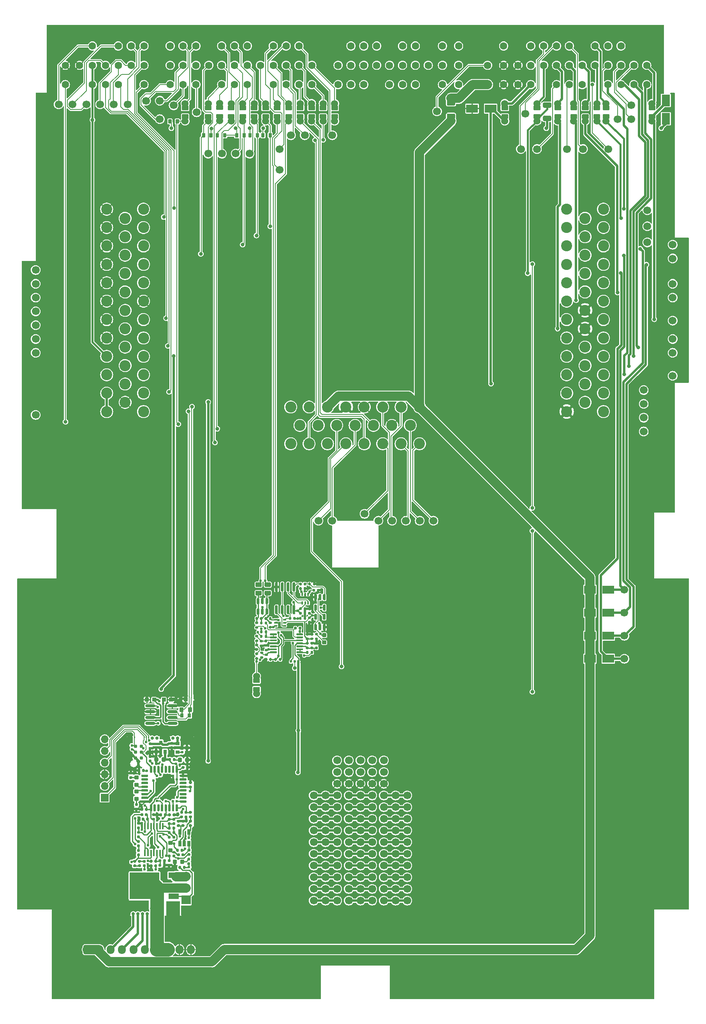
<source format=gtl>
G75*
G70*
%OFA0B0*%
%FSLAX25Y25*%
%IPPOS*%
%LPD*%
%AMOC8*
5,1,8,0,0,1.08239X$1,22.5*
%
%AMM13*
21,1,0.035430,0.030320,-0.000000,-0.000000,0.000000*
21,1,0.028350,0.037400,-0.000000,-0.000000,0.000000*
1,1,0.007090,0.014170,-0.015160*
1,1,0.007090,-0.014170,-0.015160*
1,1,0.007090,-0.014170,0.015160*
1,1,0.007090,0.014170,0.015160*
%
%AMM14*
21,1,0.033470,0.026770,-0.000000,-0.000000,180.000000*
21,1,0.026770,0.033470,-0.000000,-0.000000,180.000000*
1,1,0.006690,-0.013390,0.013390*
1,1,0.006690,0.013390,0.013390*
1,1,0.006690,0.013390,-0.013390*
1,1,0.006690,-0.013390,-0.013390*
%
%AMM15*
21,1,0.027560,0.030710,-0.000000,-0.000000,0.000000*
21,1,0.022050,0.036220,-0.000000,-0.000000,0.000000*
1,1,0.005510,0.011020,-0.015350*
1,1,0.005510,-0.011020,-0.015350*
1,1,0.005510,-0.011020,0.015350*
1,1,0.005510,0.011020,0.015350*
%
%ADD10C,0.06693*%
%ADD100O,0.00984X0.01968*%
%ADD109R,0.08661X0.04724*%
%ADD11C,0.06000*%
%ADD110R,0.25197X0.22835*%
%ADD111R,0.01772X0.05709*%
%ADD112R,0.02559X0.04803*%
%ADD113R,0.07874X0.07500*%
%ADD114O,0.07874X0.07500*%
%ADD12R,0.09843X0.07087*%
%ADD128M13*%
%ADD129M14*%
%ADD13C,0.02362*%
%ADD130M15*%
%ADD14R,0.53740X0.00984*%
%ADD15R,0.04921X0.00984*%
%ADD16R,0.00984X0.71654*%
%ADD17R,0.25394X0.00984*%
%ADD18R,0.25591X0.00984*%
%ADD19R,0.01378X0.00984*%
%ADD20O,0.00787X0.22323*%
%ADD21O,0.43701X0.00787*%
%ADD22O,0.38583X0.01575*%
%ADD23O,0.01969X0.00984*%
%ADD24O,0.00787X0.26772*%
%ADD25O,0.00984X0.01969*%
%ADD26C,0.09449*%
%ADD27O,0.06693X0.07677*%
%ADD28C,0.06299*%
%ADD29C,0.02756*%
%ADD30C,0.11811*%
%ADD31R,0.11811X0.00984*%
%ADD32R,0.12205X0.00984*%
%ADD33R,0.08858X0.00984*%
%ADD34R,0.05709X0.00984*%
%ADD35R,0.00984X1.54528*%
%ADD36R,0.11614X0.00984*%
%ADD37R,0.03740X0.00984*%
%ADD38R,0.06693X0.06693*%
%ADD39O,0.06693X0.06693*%
%ADD40R,0.07087X0.09843*%
%ADD41C,0.03150*%
%ADD42C,0.01969*%
%ADD43C,0.01575*%
%ADD44C,0.00787*%
%ADD45C,0.07874*%
%ADD52C,0.01181*%
%ADD59C,0.00800*%
%ADD64R,0.02559X0.01575*%
%ADD71R,0.01575X0.02559*%
%ADD72C,0.00984*%
%ADD74C,0.05118*%
%ADD77R,0.03543X0.03150*%
%ADD80R,0.03150X0.03543*%
%ADD88C,0.03100*%
%ADD96O,0.08661X0.02362*%
%ADD99O,0.01968X0.00984*%
X0000000Y0000000D02*
%LPD*%
G01*
D10*
X0576772Y0568898D03*
X0051181Y0781496D03*
X0299528Y0150079D03*
X0299528Y0160079D03*
X0299528Y0170079D03*
X0299528Y0180079D03*
X0299528Y0190079D03*
X0309528Y0150079D03*
X0309528Y0160079D03*
X0309528Y0170079D03*
X0309528Y0180079D03*
X0309528Y0190079D03*
X0319528Y0150079D03*
X0319528Y0160079D03*
X0319528Y0170079D03*
X0319528Y0180079D03*
X0319528Y0190079D03*
X0535433Y0366142D03*
D11*
X0188976Y0782498D03*
G36*
G01*
X0186516Y0780707D02*
X0191437Y0780707D01*
G75*
G02*
X0191831Y0780313I0000000J-000394D01*
G01*
X0191831Y0777163D01*
G75*
G02*
X0191437Y0776770I-000394J0000000D01*
G01*
X0186516Y0776770D01*
G75*
G02*
X0186122Y0777163I0000000J0000394D01*
G01*
X0186122Y0780313D01*
G75*
G02*
X0186516Y0780707I0000394J0000000D01*
G01*
G37*
G36*
G01*
X0186516Y0773226D02*
X0191437Y0773226D01*
G75*
G02*
X0191831Y0772833I0000000J-000394D01*
G01*
X0191831Y0769683D01*
G75*
G02*
X0191437Y0769289I-000394J0000000D01*
G01*
X0186516Y0769289D01*
G75*
G02*
X0186122Y0769683I0000000J0000394D01*
G01*
X0186122Y0772833D01*
G75*
G02*
X0186516Y0773226I0000394J0000000D01*
G01*
G37*
X0188976Y0767498D03*
D10*
X0521654Y0743307D03*
X0486220Y0743307D03*
D11*
X0228346Y0782303D03*
G36*
G01*
X0225886Y0780512D02*
X0230807Y0780512D01*
G75*
G02*
X0231201Y0780118I0000000J-000394D01*
G01*
X0231201Y0776969D01*
G75*
G02*
X0230807Y0776575I-000394J0000000D01*
G01*
X0225886Y0776575D01*
G75*
G02*
X0225492Y0776969I0000000J0000394D01*
G01*
X0225492Y0780118D01*
G75*
G02*
X0225886Y0780512I0000394J0000000D01*
G01*
G37*
G36*
G01*
X0225886Y0773031D02*
X0230807Y0773031D01*
G75*
G02*
X0231201Y0772638I0000000J-000394D01*
G01*
X0231201Y0769488D01*
G75*
G02*
X0230807Y0769094I-000394J0000000D01*
G01*
X0225886Y0769094D01*
G75*
G02*
X0225492Y0769488I0000000J0000394D01*
G01*
X0225492Y0772638D01*
G75*
G02*
X0225886Y0773031I0000394J0000000D01*
G01*
G37*
X0228346Y0767303D03*
D10*
X0450787Y0773622D03*
X0446850Y0743307D03*
X0535433Y0326772D03*
G36*
G01*
X0154134Y0768465D02*
X0154134Y0765394D01*
G75*
G02*
X0153858Y0765118I-000276J0000000D01*
G01*
X0151654Y0765118D01*
G75*
G02*
X0151378Y0765394I0000000J0000276D01*
G01*
X0151378Y0768465D01*
G75*
G02*
X0151654Y0768740I0000276J0000000D01*
G01*
X0153858Y0768740D01*
G75*
G02*
X0154134Y0768465I0000000J-000276D01*
G01*
G37*
G36*
G01*
X0147835Y0768465D02*
X0147835Y0765394D01*
G75*
G02*
X0147559Y0765118I-000276J0000000D01*
G01*
X0145354Y0765118D01*
G75*
G02*
X0145079Y0765394I0000000J0000276D01*
G01*
X0145079Y0768465D01*
G75*
G02*
X0145354Y0768740I0000276J0000000D01*
G01*
X0147559Y0768740D01*
G75*
G02*
X0147835Y0768465I0000000J-000276D01*
G01*
G37*
D12*
X0505906Y0307087D03*
X0521654Y0307087D03*
D11*
X0501969Y0782303D03*
G36*
G01*
X0499508Y0780512D02*
X0504429Y0780512D01*
G75*
G02*
X0504823Y0780118I0000000J-000394D01*
G01*
X0504823Y0776969D01*
G75*
G02*
X0504429Y0776575I-000394J0000000D01*
G01*
X0499508Y0776575D01*
G75*
G02*
X0499114Y0776969I0000000J0000394D01*
G01*
X0499114Y0780118D01*
G75*
G02*
X0499508Y0780512I0000394J0000000D01*
G01*
G37*
G36*
G01*
X0499508Y0773031D02*
X0504429Y0773031D01*
G75*
G02*
X0504823Y0772638I0000000J-000394D01*
G01*
X0504823Y0769488D01*
G75*
G02*
X0504429Y0769094I-000394J0000000D01*
G01*
X0499508Y0769094D01*
G75*
G02*
X0499114Y0769488I0000000J0000394D01*
G01*
X0499114Y0772638D01*
G75*
G02*
X0499508Y0773031I0000394J0000000D01*
G01*
G37*
X0501969Y0767303D03*
D10*
X0031496Y0592520D03*
X0576772Y0596457D03*
X0250000Y0755118D03*
X0137795Y0768898D03*
X0031496Y0568898D03*
X0285433Y0425197D03*
D13*
X0220571Y0304724D03*
X0250098Y0304724D03*
X0253248Y0304724D03*
X0256398Y0304724D03*
D14*
X0256890Y0374606D03*
D15*
X0219685Y0374606D03*
D16*
X0283268Y0339272D03*
X0217717Y0339272D03*
D17*
X0271063Y0303937D03*
D18*
X0235335Y0303937D03*
D19*
X0217913Y0303937D03*
D13*
X0228051Y0373720D03*
X0224114Y0373720D03*
D10*
X0074803Y0781496D03*
X0541339Y0768898D03*
X0535433Y0307087D03*
X0551969Y0501575D03*
X0179134Y0739370D03*
X0541339Y0780709D03*
X0329528Y0200079D03*
X0319528Y0200079D03*
X0309528Y0200079D03*
X0299528Y0200079D03*
X0289528Y0200079D03*
X0329528Y0210079D03*
X0319528Y0210079D03*
X0309528Y0210079D03*
X0299528Y0210079D03*
X0289528Y0210079D03*
X0329528Y0220079D03*
X0319528Y0220079D03*
X0309528Y0220079D03*
X0299528Y0220079D03*
X0289528Y0220079D03*
D20*
X0166782Y0260043D03*
D21*
X0145226Y0249265D03*
D22*
X0142470Y0275249D03*
D23*
X0124262Y0275249D03*
D24*
X0123573Y0262405D03*
D25*
X0165010Y0275052D03*
X0163041Y0275052D03*
D13*
X0137254Y0270919D03*
X0140699Y0268852D03*
X0136073Y0265899D03*
X0136368Y0251923D03*
D10*
X0576772Y0616142D03*
D26*
X0517520Y0518602D03*
X0517520Y0534350D03*
X0517520Y0550098D03*
X0517520Y0565846D03*
X0517520Y0581594D03*
X0517520Y0597343D03*
X0517520Y0613091D03*
X0517520Y0628839D03*
X0517520Y0644587D03*
X0517520Y0660335D03*
X0517520Y0676083D03*
X0517520Y0691831D03*
X0501772Y0526476D03*
X0501772Y0542224D03*
X0501772Y0557972D03*
X0501772Y0573720D03*
X0501772Y0589469D03*
X0501772Y0605217D03*
X0501772Y0620965D03*
X0501772Y0636713D03*
X0501772Y0652461D03*
X0501772Y0668209D03*
X0501772Y0683957D03*
X0486024Y0518602D03*
X0486024Y0534350D03*
X0486024Y0550098D03*
X0486024Y0565846D03*
X0486024Y0581594D03*
X0486024Y0597343D03*
X0486024Y0613091D03*
X0486024Y0628839D03*
X0486024Y0644587D03*
X0486024Y0660335D03*
X0486024Y0676083D03*
X0486024Y0691831D03*
X0249803Y0491043D03*
X0265551Y0491043D03*
X0281299Y0491043D03*
X0297047Y0491043D03*
X0312795Y0491043D03*
X0328543Y0491043D03*
X0344291Y0491043D03*
X0360039Y0491043D03*
X0257677Y0506791D03*
X0273425Y0506791D03*
X0289173Y0506791D03*
X0304921Y0506791D03*
X0320669Y0506791D03*
X0336417Y0506791D03*
X0352165Y0506791D03*
X0249803Y0522539D03*
X0265551Y0522539D03*
X0281299Y0522539D03*
X0297047Y0522539D03*
X0312795Y0522539D03*
X0328543Y0522539D03*
X0344291Y0522539D03*
X0360039Y0522539D03*
X0092323Y0691831D03*
X0092323Y0676083D03*
X0092323Y0660335D03*
X0092323Y0644587D03*
X0092323Y0628839D03*
X0092323Y0613091D03*
X0092323Y0597343D03*
X0092323Y0581594D03*
X0092323Y0565846D03*
X0092323Y0550098D03*
X0092323Y0534350D03*
X0092323Y0518602D03*
X0108071Y0683957D03*
X0108071Y0668209D03*
X0108071Y0652461D03*
X0108071Y0636713D03*
X0108071Y0620965D03*
X0108071Y0605217D03*
X0108071Y0589469D03*
X0108071Y0573720D03*
X0108071Y0557972D03*
X0108071Y0542224D03*
X0108071Y0526476D03*
X0123819Y0691831D03*
X0123819Y0676083D03*
X0123819Y0660335D03*
X0123819Y0644587D03*
X0123819Y0628839D03*
X0123819Y0613091D03*
X0123819Y0597343D03*
X0123819Y0581594D03*
X0123819Y0565846D03*
X0123819Y0550098D03*
X0123819Y0534350D03*
X0123819Y0518602D03*
D10*
X0299528Y0100079D03*
X0299528Y0110079D03*
X0299528Y0120079D03*
X0299528Y0130079D03*
X0299528Y0140079D03*
X0309528Y0100079D03*
X0309528Y0110079D03*
X0309528Y0120079D03*
X0309528Y0130079D03*
X0309528Y0140079D03*
X0319528Y0100079D03*
X0319528Y0110079D03*
X0319528Y0120079D03*
X0319528Y0130079D03*
X0319528Y0140079D03*
G36*
G01*
X0072441Y0055295D02*
X0072441Y0061004D01*
G75*
G02*
X0073425Y0061988I0000984J0000000D01*
G01*
X0078150Y0061988D01*
G75*
G02*
X0079134Y0061004I0000000J-000984D01*
G01*
X0079134Y0055295D01*
G75*
G02*
X0078150Y0054311I-000984J0000000D01*
G01*
X0073425Y0054311D01*
G75*
G02*
X0072441Y0055295I0000000J0000984D01*
G01*
G37*
D27*
X0085630Y0058150D03*
X0095472Y0058150D03*
X0105315Y0058150D03*
X0115157Y0058150D03*
X0125000Y0058150D03*
X0134843Y0058150D03*
X0144685Y0058150D03*
X0154528Y0058150D03*
X0164370Y0058150D03*
D10*
X0375073Y0775591D03*
X0551969Y0525197D03*
G36*
G01*
X0173819Y0753583D02*
X0173819Y0756654D01*
G75*
G02*
X0174094Y0756929I0000276J0000000D01*
G01*
X0176299Y0756929D01*
G75*
G02*
X0176575Y0756654I0000000J-000276D01*
G01*
X0176575Y0753583D01*
G75*
G02*
X0176299Y0753307I-000276J0000000D01*
G01*
X0174094Y0753307D01*
G75*
G02*
X0173819Y0753583I0000000J0000276D01*
G01*
G37*
G36*
G01*
X0180118Y0753583D02*
X0180118Y0756654D01*
G75*
G02*
X0180394Y0756929I0000276J0000000D01*
G01*
X0182598Y0756929D01*
G75*
G02*
X0182874Y0756654I0000000J-000276D01*
G01*
X0182874Y0753583D01*
G75*
G02*
X0182598Y0753307I-000276J0000000D01*
G01*
X0180394Y0753307D01*
G75*
G02*
X0180118Y0753583I0000000J0000276D01*
G01*
G37*
D11*
X0478346Y0782303D03*
G36*
G01*
X0475886Y0780512D02*
X0480807Y0780512D01*
G75*
G02*
X0481201Y0780118I0000000J-000394D01*
G01*
X0481201Y0776969D01*
G75*
G02*
X0480807Y0776575I-000394J0000000D01*
G01*
X0475886Y0776575D01*
G75*
G02*
X0475492Y0776969I0000000J0000394D01*
G01*
X0475492Y0780118D01*
G75*
G02*
X0475886Y0780512I0000394J0000000D01*
G01*
G37*
G36*
G01*
X0475886Y0773031D02*
X0480807Y0773031D01*
G75*
G02*
X0481201Y0772638I0000000J-000394D01*
G01*
X0481201Y0769488D01*
G75*
G02*
X0480807Y0769094I-000394J0000000D01*
G01*
X0475886Y0769094D01*
G75*
G02*
X0475492Y0769488I0000000J0000394D01*
G01*
X0475492Y0772638D01*
G75*
G02*
X0475886Y0773031I0000394J0000000D01*
G01*
G37*
X0478346Y0767303D03*
X0198819Y0782303D03*
G36*
G01*
X0196358Y0780512D02*
X0201280Y0780512D01*
G75*
G02*
X0201673Y0780118I0000000J-000394D01*
G01*
X0201673Y0776969D01*
G75*
G02*
X0201280Y0776575I-000394J0000000D01*
G01*
X0196358Y0776575D01*
G75*
G02*
X0195965Y0776969I0000000J0000394D01*
G01*
X0195965Y0780118D01*
G75*
G02*
X0196358Y0780512I0000394J0000000D01*
G01*
G37*
G36*
G01*
X0196358Y0773031D02*
X0201280Y0773031D01*
G75*
G02*
X0201673Y0772638I0000000J-000394D01*
G01*
X0201673Y0769488D01*
G75*
G02*
X0201280Y0769094I-000394J0000000D01*
G01*
X0196358Y0769094D01*
G75*
G02*
X0195965Y0769488I0000000J0000394D01*
G01*
X0195965Y0772638D01*
G75*
G02*
X0196358Y0773031I0000394J0000000D01*
G01*
G37*
X0198819Y0767303D03*
X0267717Y0782303D03*
G36*
G01*
X0265256Y0780512D02*
X0270177Y0780512D01*
G75*
G02*
X0270571Y0780118I0000000J-000394D01*
G01*
X0270571Y0776969D01*
G75*
G02*
X0270177Y0776575I-000394J0000000D01*
G01*
X0265256Y0776575D01*
G75*
G02*
X0264862Y0776969I0000000J0000394D01*
G01*
X0264862Y0780118D01*
G75*
G02*
X0265256Y0780512I0000394J0000000D01*
G01*
G37*
G36*
G01*
X0265256Y0773031D02*
X0270177Y0773031D01*
G75*
G02*
X0270571Y0772638I0000000J-000394D01*
G01*
X0270571Y0769488D01*
G75*
G02*
X0270177Y0769094I-000394J0000000D01*
G01*
X0265256Y0769094D01*
G75*
G02*
X0264862Y0769488I0000000J0000394D01*
G01*
X0264862Y0772638D01*
G75*
G02*
X0265256Y0773031I0000394J0000000D01*
G01*
G37*
X0267717Y0767303D03*
X0387008Y0786655D03*
G36*
G01*
X0383465Y0781360D02*
X0383465Y0784076D01*
G75*
G02*
X0384370Y0784982I0000906J0000000D01*
G01*
X0389646Y0784982D01*
G75*
G02*
X0390551Y0784076I0000000J-000906D01*
G01*
X0390551Y0781360D01*
G75*
G02*
X0389646Y0780454I-000906J0000000D01*
G01*
X0384370Y0780454D01*
G75*
G02*
X0383465Y0781360I0000000J0000906D01*
G01*
G37*
G36*
G01*
X0383465Y0769942D02*
X0383465Y0772659D01*
G75*
G02*
X0384370Y0773564I0000906J0000000D01*
G01*
X0389646Y0773564D01*
G75*
G02*
X0390551Y0772659I0000000J-000906D01*
G01*
X0390551Y0769942D01*
G75*
G02*
X0389646Y0769037I-000906J0000000D01*
G01*
X0384370Y0769037D01*
G75*
G02*
X0383465Y0769942I0000000J0000906D01*
G01*
G37*
X0387008Y0767364D03*
X0511811Y0782303D03*
G36*
G01*
X0509350Y0780512D02*
X0514272Y0780512D01*
G75*
G02*
X0514665Y0780118I0000000J-000394D01*
G01*
X0514665Y0776969D01*
G75*
G02*
X0514272Y0776575I-000394J0000000D01*
G01*
X0509350Y0776575D01*
G75*
G02*
X0508957Y0776969I0000000J0000394D01*
G01*
X0508957Y0780118D01*
G75*
G02*
X0509350Y0780512I0000394J0000000D01*
G01*
G37*
G36*
G01*
X0509350Y0773031D02*
X0514272Y0773031D01*
G75*
G02*
X0514665Y0772638I0000000J-000394D01*
G01*
X0514665Y0769488D01*
G75*
G02*
X0514272Y0769094I-000394J0000000D01*
G01*
X0509350Y0769094D01*
G75*
G02*
X0508957Y0769488I0000000J0000394D01*
G01*
X0508957Y0772638D01*
G75*
G02*
X0509350Y0773031I0000394J0000000D01*
G01*
G37*
X0511811Y0767303D03*
D10*
X0062992Y0781496D03*
X0529528Y0768898D03*
X0329528Y0150079D03*
X0329528Y0160079D03*
X0329528Y0170079D03*
X0329528Y0180079D03*
X0329528Y0190079D03*
X0339528Y0150079D03*
X0339528Y0160079D03*
X0339528Y0170079D03*
X0339528Y0180079D03*
X0339528Y0190079D03*
X0349528Y0150079D03*
X0349528Y0160079D03*
X0349528Y0170079D03*
X0349528Y0180079D03*
X0349528Y0190079D03*
G36*
G01*
X0211220Y0756654D02*
X0211220Y0753583D01*
G75*
G02*
X0210945Y0753307I-000276J0000000D01*
G01*
X0208740Y0753307D01*
G75*
G02*
X0208465Y0753583I0000000J0000276D01*
G01*
X0208465Y0756654D01*
G75*
G02*
X0208740Y0756929I0000276J0000000D01*
G01*
X0210945Y0756929D01*
G75*
G02*
X0211220Y0756654I0000000J-000276D01*
G01*
G37*
G36*
G01*
X0204921Y0756654D02*
X0204921Y0753583D01*
G75*
G02*
X0204646Y0753307I-000276J0000000D01*
G01*
X0202441Y0753307D01*
G75*
G02*
X0202165Y0753583I0000000J0000276D01*
G01*
X0202165Y0756654D01*
G75*
G02*
X0202441Y0756929I0000276J0000000D01*
G01*
X0204646Y0756929D01*
G75*
G02*
X0204921Y0756654I0000000J-000276D01*
G01*
G37*
D12*
X0420866Y0777953D03*
X0405118Y0777953D03*
G36*
G01*
X0465748Y0779547D02*
X0465748Y0782264D01*
G75*
G02*
X0466654Y0783169I0000906J0000000D01*
G01*
X0471929Y0783169D01*
G75*
G02*
X0472835Y0782264I0000000J-000906D01*
G01*
X0472835Y0779547D01*
G75*
G02*
X0471929Y0778642I-000906J0000000D01*
G01*
X0466654Y0778642D01*
G75*
G02*
X0465748Y0779547I0000000J0000906D01*
G01*
G37*
G36*
G01*
X0465748Y0768130D02*
X0465748Y0770846D01*
G75*
G02*
X0466654Y0771752I0000906J0000000D01*
G01*
X0471929Y0771752D01*
G75*
G02*
X0472835Y0770846I0000000J-000906D01*
G01*
X0472835Y0768130D01*
G75*
G02*
X0471929Y0767224I-000906J0000000D01*
G01*
X0466654Y0767224D01*
G75*
G02*
X0465748Y0768130I0000000J0000906D01*
G01*
G37*
D10*
X0031496Y0515748D03*
X0372047Y0425197D03*
X0240157Y0743307D03*
X0269528Y0100079D03*
X0269528Y0110079D03*
X0269528Y0120079D03*
X0269528Y0130079D03*
X0269528Y0140079D03*
X0279528Y0100079D03*
X0279528Y0110079D03*
X0279528Y0120079D03*
X0279528Y0130079D03*
X0279528Y0140079D03*
X0289528Y0100079D03*
X0289528Y0110079D03*
X0289528Y0120079D03*
X0289528Y0130079D03*
X0289528Y0140079D03*
X0551969Y0513386D03*
D12*
X0505906Y0366142D03*
X0521654Y0366142D03*
D10*
X0202756Y0739370D03*
D28*
X0554528Y0798425D03*
X0543504Y0798425D03*
X0532480Y0798425D03*
X0521457Y0798425D03*
X0499409Y0798425D03*
X0488386Y0798425D03*
X0477362Y0798425D03*
X0455315Y0798425D03*
X0444291Y0798425D03*
X0432087Y0798425D03*
X0418307Y0798425D03*
X0554528Y0814961D03*
X0543504Y0814961D03*
X0532480Y0814961D03*
X0521457Y0814961D03*
X0510433Y0814961D03*
X0499409Y0814961D03*
X0488386Y0814961D03*
X0477362Y0814961D03*
X0466339Y0814961D03*
X0455315Y0814961D03*
X0444291Y0814961D03*
X0432087Y0814961D03*
X0418307Y0814961D03*
X0532480Y0831496D03*
X0521457Y0831496D03*
X0510433Y0831496D03*
X0488386Y0831496D03*
X0477362Y0831496D03*
X0466339Y0831496D03*
X0455315Y0831496D03*
X0432087Y0831496D03*
X0393504Y0798425D03*
X0379724Y0798425D03*
X0356496Y0798425D03*
X0345472Y0798425D03*
X0334449Y0798425D03*
X0312402Y0798425D03*
X0301378Y0798425D03*
X0290354Y0798425D03*
X0393504Y0814961D03*
X0379724Y0814961D03*
X0367520Y0814961D03*
X0356496Y0814961D03*
X0345472Y0814961D03*
X0334449Y0814961D03*
X0323425Y0814961D03*
X0312402Y0814961D03*
X0301378Y0814961D03*
X0290354Y0814961D03*
X0393504Y0831496D03*
X0379724Y0831496D03*
X0356496Y0831496D03*
X0345472Y0831496D03*
X0323425Y0831496D03*
X0312402Y0831496D03*
X0301378Y0831496D03*
X0267913Y0798425D03*
X0256890Y0798425D03*
X0245866Y0798425D03*
X0234843Y0798425D03*
X0212795Y0798425D03*
X0201772Y0798425D03*
X0190748Y0798425D03*
X0168701Y0798425D03*
X0157677Y0798425D03*
X0146654Y0798425D03*
X0267913Y0814961D03*
X0256890Y0814961D03*
X0245866Y0814961D03*
X0234843Y0814961D03*
X0223819Y0814961D03*
X0212795Y0814961D03*
X0201772Y0814961D03*
X0190748Y0814961D03*
X0179724Y0814961D03*
X0168701Y0814961D03*
X0157677Y0814961D03*
X0146654Y0814961D03*
X0256890Y0831496D03*
X0245866Y0831496D03*
X0234843Y0831496D03*
X0212795Y0831496D03*
X0201772Y0831496D03*
X0190748Y0831496D03*
X0168701Y0831496D03*
X0157677Y0831496D03*
X0146654Y0831496D03*
X0124213Y0798425D03*
X0102165Y0798425D03*
X0091142Y0798425D03*
X0080118Y0798425D03*
X0056890Y0798425D03*
X0124213Y0814961D03*
X0113189Y0814961D03*
X0102165Y0814961D03*
X0091142Y0814961D03*
X0080118Y0814961D03*
X0069094Y0814961D03*
X0056890Y0814961D03*
X0124213Y0831496D03*
X0113189Y0831496D03*
X0102165Y0831496D03*
X0080118Y0831496D03*
D11*
X0179134Y0782303D03*
G36*
G01*
X0176673Y0780512D02*
X0181594Y0780512D01*
G75*
G02*
X0181988Y0780118I0000000J-000394D01*
G01*
X0181988Y0776969D01*
G75*
G02*
X0181594Y0776575I-000394J0000000D01*
G01*
X0176673Y0776575D01*
G75*
G02*
X0176280Y0776969I0000000J0000394D01*
G01*
X0176280Y0780118D01*
G75*
G02*
X0176673Y0780512I0000394J0000000D01*
G01*
G37*
G36*
G01*
X0176673Y0773031D02*
X0181594Y0773031D01*
G75*
G02*
X0181988Y0772638I0000000J-000394D01*
G01*
X0181988Y0769488D01*
G75*
G02*
X0181594Y0769094I-000394J0000000D01*
G01*
X0176673Y0769094D01*
G75*
G02*
X0176280Y0769488I0000000J0000394D01*
G01*
X0176280Y0772638D01*
G75*
G02*
X0176673Y0773031I0000394J0000000D01*
G01*
G37*
X0179134Y0767303D03*
G36*
G01*
X0222638Y0756654D02*
X0222638Y0753583D01*
G75*
G02*
X0222362Y0753307I-000276J0000000D01*
G01*
X0220157Y0753307D01*
G75*
G02*
X0219882Y0753583I0000000J0000276D01*
G01*
X0219882Y0756654D01*
G75*
G02*
X0220157Y0756929I0000276J0000000D01*
G01*
X0222362Y0756929D01*
G75*
G02*
X0222638Y0756654I0000000J-000276D01*
G01*
G37*
G36*
G01*
X0216339Y0756654D02*
X0216339Y0753583D01*
G75*
G02*
X0216063Y0753307I-000276J0000000D01*
G01*
X0213858Y0753307D01*
G75*
G02*
X0213583Y0753583I0000000J0000276D01*
G01*
X0213583Y0756654D01*
G75*
G02*
X0213858Y0756929I0000276J0000000D01*
G01*
X0216063Y0756929D01*
G75*
G02*
X0216339Y0756654I0000000J-000276D01*
G01*
G37*
X0519685Y0782303D03*
G36*
G01*
X0517224Y0780512D02*
X0522146Y0780512D01*
G75*
G02*
X0522539Y0780118I0000000J-000394D01*
G01*
X0522539Y0776969D01*
G75*
G02*
X0522146Y0776575I-000394J0000000D01*
G01*
X0517224Y0776575D01*
G75*
G02*
X0516831Y0776969I0000000J0000394D01*
G01*
X0516831Y0780118D01*
G75*
G02*
X0517224Y0780512I0000394J0000000D01*
G01*
G37*
G36*
G01*
X0517224Y0773031D02*
X0522146Y0773031D01*
G75*
G02*
X0522539Y0772638I0000000J-000394D01*
G01*
X0522539Y0769488D01*
G75*
G02*
X0522146Y0769094I-000394J0000000D01*
G01*
X0517224Y0769094D01*
G75*
G02*
X0516831Y0769488I0000000J0000394D01*
G01*
X0516831Y0772638D01*
G75*
G02*
X0517224Y0773031I0000394J0000000D01*
G01*
G37*
X0519685Y0767303D03*
D10*
X0551969Y0537008D03*
D29*
X0115059Y0088661D03*
X0118996Y0088661D03*
X0122933Y0088661D03*
X0126870Y0088661D03*
D30*
X0135335Y0093583D03*
D31*
X0149114Y0087185D03*
D32*
X0161713Y0240728D03*
D33*
X0142126Y0240728D03*
D34*
X0111614Y0240728D03*
D35*
X0167323Y0163957D03*
X0109252Y0163957D03*
D36*
X0162008Y0087185D03*
D37*
X0110630Y0087185D03*
G36*
G01*
X0160138Y0202835D02*
X0155217Y0202835D01*
G75*
G02*
X0154724Y0203327I0000000J0000492D01*
G01*
X0154724Y0204311D01*
G75*
G02*
X0155217Y0204803I0000492J0000000D01*
G01*
X0160138Y0204803D01*
G75*
G02*
X0160630Y0204311I0000000J-000492D01*
G01*
X0160630Y0203327D01*
G75*
G02*
X0160138Y0202835I-000492J0000000D01*
G01*
G37*
G36*
G01*
X0149606Y0209429D02*
X0148622Y0209429D01*
G75*
G02*
X0148130Y0209921I0000000J0000492D01*
G01*
X0148130Y0214843D01*
G75*
G02*
X0148622Y0215335I0000492J0000000D01*
G01*
X0149606Y0215335D01*
G75*
G02*
X0150098Y0214843I0000000J-000492D01*
G01*
X0150098Y0209921D01*
G75*
G02*
X0149606Y0209429I-000492J0000000D01*
G01*
G37*
G36*
G01*
X0160138Y0205984D02*
X0155217Y0205984D01*
G75*
G02*
X0154724Y0206476I0000000J0000492D01*
G01*
X0154724Y0207461D01*
G75*
G02*
X0155217Y0207953I0000492J0000000D01*
G01*
X0160138Y0207953D01*
G75*
G02*
X0160630Y0207461I0000000J-000492D01*
G01*
X0160630Y0206476D01*
G75*
G02*
X0160138Y0205984I-000492J0000000D01*
G01*
G37*
G36*
G01*
X0150098Y0207264D02*
X0150098Y0206280D01*
G75*
G02*
X0149606Y0205787I-000492J0000000D01*
G01*
X0148622Y0205787D01*
G75*
G02*
X0148130Y0206280I0000000J0000492D01*
G01*
X0148130Y0207264D01*
G75*
G02*
X0148622Y0207756I0000492J0000000D01*
G01*
X0149606Y0207756D01*
G75*
G02*
X0150098Y0207264I0000000J-000492D01*
G01*
G37*
G36*
G01*
X0152756Y0202835D02*
X0151772Y0202835D01*
G75*
G02*
X0151280Y0203327I0000000J0000492D01*
G01*
X0151280Y0204311D01*
G75*
G02*
X0151772Y0204803I0000492J0000000D01*
G01*
X0152756Y0204803D01*
G75*
G02*
X0153248Y0204311I0000000J-000492D01*
G01*
X0153248Y0203327D01*
G75*
G02*
X0152756Y0202835I-000492J0000000D01*
G01*
G37*
G36*
G01*
X0152756Y0209429D02*
X0151772Y0209429D01*
G75*
G02*
X0151280Y0209921I0000000J0000492D01*
G01*
X0151280Y0214843D01*
G75*
G02*
X0151772Y0215335I0000492J0000000D01*
G01*
X0152756Y0215335D01*
G75*
G02*
X0153248Y0214843I0000000J-000492D01*
G01*
X0153248Y0209921D01*
G75*
G02*
X0152756Y0209429I-000492J0000000D01*
G01*
G37*
D29*
X0153051Y0239252D03*
X0149114Y0239252D03*
X0135138Y0239252D03*
X0131201Y0239252D03*
G36*
G01*
X0128248Y0240827D02*
X0128248Y0240827D01*
G75*
G02*
X0128740Y0240335I0000000J-000492D01*
G01*
X0128740Y0239350D01*
G75*
G02*
X0128248Y0238858I-000492J0000000D01*
G01*
X0128248Y0238858D01*
G75*
G02*
X0127756Y0239350I0000000J0000492D01*
G01*
X0127756Y0240335D01*
G75*
G02*
X0128248Y0240827I0000492J0000000D01*
G01*
G37*
G36*
G01*
X0126280Y0240827D02*
X0126280Y0240827D01*
G75*
G02*
X0126772Y0240335I0000000J-000492D01*
G01*
X0126772Y0239350D01*
G75*
G02*
X0126280Y0238858I-000492J0000000D01*
G01*
X0126280Y0238858D01*
G75*
G02*
X0125787Y0239350I0000000J0000492D01*
G01*
X0125787Y0240335D01*
G75*
G02*
X0126280Y0240827I0000492J0000000D01*
G01*
G37*
G36*
G01*
X0124311Y0240827D02*
X0124311Y0240827D01*
G75*
G02*
X0124803Y0240335I0000000J-000492D01*
G01*
X0124803Y0239350D01*
G75*
G02*
X0124311Y0238858I-000492J0000000D01*
G01*
X0124311Y0238858D01*
G75*
G02*
X0123819Y0239350I0000000J0000492D01*
G01*
X0123819Y0240335D01*
G75*
G02*
X0124311Y0240827I0000492J0000000D01*
G01*
G37*
G36*
G01*
X0116043Y0240827D02*
X0116043Y0240827D01*
G75*
G02*
X0116535Y0240335I0000000J-000492D01*
G01*
X0116535Y0239350D01*
G75*
G02*
X0116043Y0238858I-000492J0000000D01*
G01*
X0116043Y0238858D01*
G75*
G02*
X0115551Y0239350I0000000J0000492D01*
G01*
X0115551Y0240335D01*
G75*
G02*
X0116043Y0240827I0000492J0000000D01*
G01*
G37*
D10*
X0348425Y0425197D03*
D11*
X0277559Y0782303D03*
G36*
G01*
X0275098Y0780512D02*
X0280020Y0780512D01*
G75*
G02*
X0280413Y0780118I0000000J-000394D01*
G01*
X0280413Y0776969D01*
G75*
G02*
X0280020Y0776575I-000394J0000000D01*
G01*
X0275098Y0776575D01*
G75*
G02*
X0274705Y0776969I0000000J0000394D01*
G01*
X0274705Y0780118D01*
G75*
G02*
X0275098Y0780512I0000394J0000000D01*
G01*
G37*
G36*
G01*
X0275098Y0773031D02*
X0280020Y0773031D01*
G75*
G02*
X0280413Y0772638I0000000J-000394D01*
G01*
X0280413Y0769488D01*
G75*
G02*
X0280020Y0769094I-000394J0000000D01*
G01*
X0275098Y0769094D01*
G75*
G02*
X0274705Y0769488I0000000J0000394D01*
G01*
X0274705Y0772638D01*
G75*
G02*
X0275098Y0773031I0000394J0000000D01*
G01*
G37*
X0277559Y0767303D03*
D10*
X0535433Y0346457D03*
D11*
X0559055Y0782303D03*
G36*
G01*
X0556594Y0780512D02*
X0561516Y0780512D01*
G75*
G02*
X0561909Y0780118I0000000J-000394D01*
G01*
X0561909Y0776969D01*
G75*
G02*
X0561516Y0776575I-000394J0000000D01*
G01*
X0556594Y0776575D01*
G75*
G02*
X0556201Y0776969I0000000J0000394D01*
G01*
X0556201Y0780118D01*
G75*
G02*
X0556594Y0780512I0000394J0000000D01*
G01*
G37*
G36*
G01*
X0556594Y0773031D02*
X0561516Y0773031D01*
G75*
G02*
X0561909Y0772638I0000000J-000394D01*
G01*
X0561909Y0769488D01*
G75*
G02*
X0561516Y0769094I-000394J0000000D01*
G01*
X0556594Y0769094D01*
G75*
G02*
X0556201Y0769488I0000000J0000394D01*
G01*
X0556201Y0772638D01*
G75*
G02*
X0556594Y0773031I0000394J0000000D01*
G01*
G37*
X0559055Y0767303D03*
D10*
X0137795Y0784646D03*
X0261811Y0755118D03*
G36*
G01*
X0185630Y0753583D02*
X0185630Y0756654D01*
G75*
G02*
X0185906Y0756929I0000276J0000000D01*
G01*
X0188110Y0756929D01*
G75*
G02*
X0188386Y0756654I0000000J-000276D01*
G01*
X0188386Y0753583D01*
G75*
G02*
X0188110Y0753307I-000276J0000000D01*
G01*
X0185906Y0753307D01*
G75*
G02*
X0185630Y0753583I0000000J0000276D01*
G01*
G37*
G36*
G01*
X0191929Y0753583D02*
X0191929Y0756654D01*
G75*
G02*
X0192205Y0756929I0000276J0000000D01*
G01*
X0194409Y0756929D01*
G75*
G02*
X0194685Y0756654I0000000J-000276D01*
G01*
X0194685Y0753583D01*
G75*
G02*
X0194409Y0753307I-000276J0000000D01*
G01*
X0192205Y0753307D01*
G75*
G02*
X0191929Y0753583I0000000J0000276D01*
G01*
G37*
X0329528Y0100079D03*
X0329528Y0110079D03*
X0329528Y0120079D03*
X0329528Y0130079D03*
X0329528Y0140079D03*
X0339528Y0100079D03*
X0339528Y0110079D03*
X0339528Y0120079D03*
X0339528Y0130079D03*
X0339528Y0140079D03*
X0349528Y0100079D03*
X0349528Y0110079D03*
X0349528Y0120079D03*
X0349528Y0130079D03*
X0349528Y0140079D03*
D38*
X0090551Y0188189D03*
D39*
X0090551Y0198189D03*
X0090551Y0208189D03*
X0090551Y0218189D03*
X0090551Y0228189D03*
X0090551Y0238189D03*
D10*
X0214567Y0739370D03*
X0031496Y0639764D03*
X0273622Y0425197D03*
D11*
X0238268Y0782303D03*
G36*
G01*
X0235807Y0780512D02*
X0240728Y0780512D01*
G75*
G02*
X0241122Y0780118I0000000J-000394D01*
G01*
X0241122Y0776969D01*
G75*
G02*
X0240728Y0776575I-000394J0000000D01*
G01*
X0235807Y0776575D01*
G75*
G02*
X0235413Y0776969I0000000J0000394D01*
G01*
X0235413Y0780118D01*
G75*
G02*
X0235807Y0780512I0000394J0000000D01*
G01*
G37*
G36*
G01*
X0235807Y0773031D02*
X0240728Y0773031D01*
G75*
G02*
X0241122Y0772638I0000000J-000394D01*
G01*
X0241122Y0769488D01*
G75*
G02*
X0240728Y0769094I-000394J0000000D01*
G01*
X0235807Y0769094D01*
G75*
G02*
X0235413Y0769488I0000000J0000394D01*
G01*
X0235413Y0772638D01*
G75*
G02*
X0235807Y0773031I0000394J0000000D01*
G01*
G37*
X0238268Y0767303D03*
X0159449Y0782303D03*
G36*
G01*
X0156988Y0780512D02*
X0161909Y0780512D01*
G75*
G02*
X0162303Y0780118I0000000J-000394D01*
G01*
X0162303Y0776969D01*
G75*
G02*
X0161909Y0776575I-000394J0000000D01*
G01*
X0156988Y0776575D01*
G75*
G02*
X0156594Y0776969I0000000J0000394D01*
G01*
X0156594Y0780118D01*
G75*
G02*
X0156988Y0780512I0000394J0000000D01*
G01*
G37*
G36*
G01*
X0156988Y0773031D02*
X0161909Y0773031D01*
G75*
G02*
X0162303Y0772638I0000000J-000394D01*
G01*
X0162303Y0769488D01*
G75*
G02*
X0161909Y0769094I-000394J0000000D01*
G01*
X0156988Y0769094D01*
G75*
G02*
X0156594Y0769488I0000000J0000394D01*
G01*
X0156594Y0772638D01*
G75*
G02*
X0156988Y0773031I0000394J0000000D01*
G01*
G37*
X0159449Y0767303D03*
D10*
X0555118Y0663386D03*
X0110236Y0781496D03*
X0086614Y0781496D03*
X0555118Y0677165D03*
D11*
X0208661Y0782303D03*
G36*
G01*
X0206201Y0780512D02*
X0211122Y0780512D01*
G75*
G02*
X0211516Y0780118I0000000J-000394D01*
G01*
X0211516Y0776969D01*
G75*
G02*
X0211122Y0776575I-000394J0000000D01*
G01*
X0206201Y0776575D01*
G75*
G02*
X0205807Y0776969I0000000J0000394D01*
G01*
X0205807Y0780118D01*
G75*
G02*
X0206201Y0780512I0000394J0000000D01*
G01*
G37*
G36*
G01*
X0206201Y0773031D02*
X0211122Y0773031D01*
G75*
G02*
X0211516Y0772638I0000000J-000394D01*
G01*
X0211516Y0769488D01*
G75*
G02*
X0211122Y0769094I-000394J0000000D01*
G01*
X0206201Y0769094D01*
G75*
G02*
X0205807Y0769488I0000000J0000394D01*
G01*
X0205807Y0772638D01*
G75*
G02*
X0206201Y0773031I0000394J0000000D01*
G01*
G37*
X0208661Y0767303D03*
D10*
X0576772Y0580709D03*
D11*
X0460630Y0782303D03*
G36*
G01*
X0458169Y0780512D02*
X0463091Y0780512D01*
G75*
G02*
X0463484Y0780118I0000000J-000394D01*
G01*
X0463484Y0776969D01*
G75*
G02*
X0463091Y0776575I-000394J0000000D01*
G01*
X0458169Y0776575D01*
G75*
G02*
X0457776Y0776969I0000000J0000394D01*
G01*
X0457776Y0780118D01*
G75*
G02*
X0458169Y0780512I0000394J0000000D01*
G01*
G37*
G36*
G01*
X0458169Y0773031D02*
X0463091Y0773031D01*
G75*
G02*
X0463484Y0772638I0000000J-000394D01*
G01*
X0463484Y0769488D01*
G75*
G02*
X0463091Y0769094I-000394J0000000D01*
G01*
X0458169Y0769094D01*
G75*
G02*
X0457776Y0769488I0000000J0000394D01*
G01*
X0457776Y0772638D01*
G75*
G02*
X0458169Y0773031I0000394J0000000D01*
G01*
G37*
X0460630Y0767303D03*
D12*
X0505906Y0346457D03*
X0521654Y0346457D03*
D10*
X0576772Y0627953D03*
X0312992Y0431102D03*
D40*
X0570866Y0769192D03*
X0570866Y0784941D03*
D10*
X0576772Y0661417D03*
X0031496Y0580709D03*
X0500000Y0743307D03*
X0169291Y0774803D03*
D11*
X0248031Y0782303D03*
G36*
G01*
X0245571Y0780512D02*
X0250492Y0780512D01*
G75*
G02*
X0250886Y0780118I0000000J-000394D01*
G01*
X0250886Y0776969D01*
G75*
G02*
X0250492Y0776575I-000394J0000000D01*
G01*
X0245571Y0776575D01*
G75*
G02*
X0245177Y0776969I0000000J0000394D01*
G01*
X0245177Y0780118D01*
G75*
G02*
X0245571Y0780512I0000394J0000000D01*
G01*
G37*
G36*
G01*
X0245571Y0773031D02*
X0250492Y0773031D01*
G75*
G02*
X0250886Y0772638I0000000J-000394D01*
G01*
X0250886Y0769488D01*
G75*
G02*
X0250492Y0769094I-000394J0000000D01*
G01*
X0245571Y0769094D01*
G75*
G02*
X0245177Y0769488I0000000J0000394D01*
G01*
X0245177Y0772638D01*
G75*
G02*
X0245571Y0773031I0000394J0000000D01*
G01*
G37*
X0248031Y0767303D03*
X0287402Y0782303D03*
G36*
G01*
X0284941Y0780512D02*
X0289862Y0780512D01*
G75*
G02*
X0290256Y0780118I0000000J-000394D01*
G01*
X0290256Y0776969D01*
G75*
G02*
X0289862Y0776575I-000394J0000000D01*
G01*
X0284941Y0776575D01*
G75*
G02*
X0284547Y0776969I0000000J0000394D01*
G01*
X0284547Y0780118D01*
G75*
G02*
X0284941Y0780512I0000394J0000000D01*
G01*
G37*
G36*
G01*
X0284941Y0773031D02*
X0289862Y0773031D01*
G75*
G02*
X0290256Y0772638I0000000J-000394D01*
G01*
X0290256Y0769488D01*
G75*
G02*
X0289862Y0769094I-000394J0000000D01*
G01*
X0284941Y0769094D01*
G75*
G02*
X0284547Y0769488I0000000J0000394D01*
G01*
X0284547Y0772638D01*
G75*
G02*
X0284941Y0773031I0000394J0000000D01*
G01*
G37*
X0287402Y0767303D03*
X0433071Y0782303D03*
G36*
G01*
X0430610Y0780512D02*
X0435531Y0780512D01*
G75*
G02*
X0435925Y0780118I0000000J-000394D01*
G01*
X0435925Y0776969D01*
G75*
G02*
X0435531Y0776575I-000394J0000000D01*
G01*
X0430610Y0776575D01*
G75*
G02*
X0430217Y0776969I0000000J0000394D01*
G01*
X0430217Y0780118D01*
G75*
G02*
X0430610Y0780512I0000394J0000000D01*
G01*
G37*
G36*
G01*
X0430610Y0773031D02*
X0435531Y0773031D01*
G75*
G02*
X0435925Y0772638I0000000J-000394D01*
G01*
X0435925Y0769488D01*
G75*
G02*
X0435531Y0769094I-000394J0000000D01*
G01*
X0430610Y0769094D01*
G75*
G02*
X0430217Y0769488I0000000J0000394D01*
G01*
X0430217Y0772638D01*
G75*
G02*
X0430610Y0773031I0000394J0000000D01*
G01*
G37*
X0433071Y0767303D03*
D10*
X0098425Y0781496D03*
D11*
X0492126Y0782303D03*
G36*
G01*
X0489665Y0780512D02*
X0494587Y0780512D01*
G75*
G02*
X0494980Y0780118I0000000J-000394D01*
G01*
X0494980Y0776969D01*
G75*
G02*
X0494587Y0776575I-000394J0000000D01*
G01*
X0489665Y0776575D01*
G75*
G02*
X0489272Y0776969I0000000J0000394D01*
G01*
X0489272Y0780118D01*
G75*
G02*
X0489665Y0780512I0000394J0000000D01*
G01*
G37*
G36*
G01*
X0489665Y0773031D02*
X0494587Y0773031D01*
G75*
G02*
X0494980Y0772638I0000000J-000394D01*
G01*
X0494980Y0769488D01*
G75*
G02*
X0494587Y0769094I-000394J0000000D01*
G01*
X0489665Y0769094D01*
G75*
G02*
X0489272Y0769488I0000000J0000394D01*
G01*
X0489272Y0772638D01*
G75*
G02*
X0489665Y0773031I0000394J0000000D01*
G01*
G37*
X0492126Y0767303D03*
D10*
X0125984Y0784646D03*
G36*
G01*
X0233661Y0756654D02*
X0233661Y0753583D01*
G75*
G02*
X0233386Y0753307I-000276J0000000D01*
G01*
X0231181Y0753307D01*
G75*
G02*
X0230906Y0753583I0000000J0000276D01*
G01*
X0230906Y0756654D01*
G75*
G02*
X0231181Y0756929I0000276J0000000D01*
G01*
X0233386Y0756929D01*
G75*
G02*
X0233661Y0756654I0000000J-000276D01*
G01*
G37*
G36*
G01*
X0227362Y0756654D02*
X0227362Y0753583D01*
G75*
G02*
X0227087Y0753307I-000276J0000000D01*
G01*
X0224882Y0753307D01*
G75*
G02*
X0224606Y0753583I0000000J0000276D01*
G01*
X0224606Y0756654D01*
G75*
G02*
X0224882Y0756929I0000276J0000000D01*
G01*
X0227087Y0756929D01*
G75*
G02*
X0227362Y0756654I0000000J-000276D01*
G01*
G37*
X0240157Y0725591D03*
X0360236Y0425197D03*
X0269528Y0150079D03*
X0269528Y0160079D03*
X0269528Y0170079D03*
X0269528Y0180079D03*
X0269528Y0190079D03*
X0279528Y0150079D03*
X0279528Y0160079D03*
X0279528Y0170079D03*
X0279528Y0180079D03*
X0279528Y0190079D03*
X0289528Y0150079D03*
X0289528Y0160079D03*
X0289528Y0170079D03*
X0289528Y0180079D03*
X0289528Y0190079D03*
X0576772Y0649606D03*
X0576772Y0549213D03*
X0324803Y0425197D03*
X0285433Y0755118D03*
X0031496Y0616142D03*
X0031496Y0627953D03*
X0460630Y0743307D03*
X0031496Y0604331D03*
X0149606Y0780709D03*
X0190945Y0739370D03*
X0336614Y0425197D03*
X0555118Y0690945D03*
D11*
X0218504Y0782303D03*
G36*
G01*
X0216043Y0780512D02*
X0220965Y0780512D01*
G75*
G02*
X0221358Y0780118I0000000J-000394D01*
G01*
X0221358Y0776969D01*
G75*
G02*
X0220965Y0776575I-000394J0000000D01*
G01*
X0216043Y0776575D01*
G75*
G02*
X0215650Y0776969I0000000J0000394D01*
G01*
X0215650Y0780118D01*
G75*
G02*
X0216043Y0780512I0000394J0000000D01*
G01*
G37*
G36*
G01*
X0216043Y0773031D02*
X0220965Y0773031D01*
G75*
G02*
X0221358Y0772638I0000000J-000394D01*
G01*
X0221358Y0769488D01*
G75*
G02*
X0220965Y0769094I-000394J0000000D01*
G01*
X0216043Y0769094D01*
G75*
G02*
X0215650Y0769488I0000000J0000394D01*
G01*
X0215650Y0772638D01*
G75*
G02*
X0216043Y0773031I0000394J0000000D01*
G01*
G37*
X0218504Y0767303D03*
X0257874Y0782303D03*
G36*
G01*
X0255413Y0780512D02*
X0260335Y0780512D01*
G75*
G02*
X0260728Y0780118I0000000J-000394D01*
G01*
X0260728Y0776969D01*
G75*
G02*
X0260335Y0776575I-000394J0000000D01*
G01*
X0255413Y0776575D01*
G75*
G02*
X0255020Y0776969I0000000J0000394D01*
G01*
X0255020Y0780118D01*
G75*
G02*
X0255413Y0780512I0000394J0000000D01*
G01*
G37*
G36*
G01*
X0255413Y0773031D02*
X0260335Y0773031D01*
G75*
G02*
X0260728Y0772638I0000000J-000394D01*
G01*
X0260728Y0769488D01*
G75*
G02*
X0260335Y0769094I-000394J0000000D01*
G01*
X0255413Y0769094D01*
G75*
G02*
X0255020Y0769488I0000000J0000394D01*
G01*
X0255020Y0772638D01*
G75*
G02*
X0255413Y0773031I0000394J0000000D01*
G01*
G37*
X0257874Y0767303D03*
D12*
X0505906Y0326772D03*
X0521654Y0326772D03*
D11*
X0220571Y0292146D03*
G36*
G01*
X0218110Y0290354D02*
X0223031Y0290354D01*
G75*
G02*
X0223425Y0289961I0000000J-000394D01*
G01*
X0223425Y0286811D01*
G75*
G02*
X0223031Y0286417I-000394J0000000D01*
G01*
X0218110Y0286417D01*
G75*
G02*
X0217717Y0286811I0000000J0000394D01*
G01*
X0217717Y0289961D01*
G75*
G02*
X0218110Y0290354I0000394J0000000D01*
G01*
G37*
G36*
G01*
X0218110Y0282874D02*
X0223031Y0282874D01*
G75*
G02*
X0223425Y0282480I0000000J-000394D01*
G01*
X0223425Y0279331D01*
G75*
G02*
X0223031Y0278937I-000394J0000000D01*
G01*
X0218110Y0278937D01*
G75*
G02*
X0217717Y0279331I0000000J0000394D01*
G01*
X0217717Y0282480D01*
G75*
G02*
X0218110Y0282874I0000394J0000000D01*
G01*
G37*
X0220571Y0277146D03*
D41*
X0052362Y0059055D03*
X0068504Y0131890D03*
X0139370Y0847244D03*
X0184646Y0238976D03*
X0020472Y0368504D03*
X0319291Y0692913D03*
X0196850Y0122047D03*
X0566142Y0846457D03*
X0251181Y0251969D03*
X0220472Y0379134D03*
X0285039Y0830709D03*
X0260630Y0735039D03*
X0287402Y0371260D03*
X0342913Y0594882D03*
X0195669Y0602756D03*
X0184646Y0225591D03*
X0050000Y0611417D03*
X0085433Y0683465D03*
X0412205Y0687008D03*
X0453150Y0845669D03*
X0347244Y0729134D03*
X0429921Y0291339D03*
X0170866Y0313386D03*
X0232283Y0379134D03*
X0586614Y0371260D03*
X0504331Y0692520D03*
X0298031Y0256693D03*
X0382283Y0806693D03*
X0120079Y0253150D03*
X0084252Y0627559D03*
X0044094Y0844094D03*
X0258268Y0038189D03*
X0554724Y0089370D03*
X0046063Y0794882D03*
X0114567Y0693701D03*
X0061811Y0794094D03*
X0084646Y0608661D03*
X0546850Y0147244D03*
X0263780Y0294488D03*
X0253150Y0594488D03*
X0157087Y0442520D03*
X0066142Y0440551D03*
X0333071Y0047244D03*
X0171186Y0181961D03*
X0462205Y0431890D03*
X0358268Y0499213D03*
X0587402Y0156693D03*
X0155906Y0378740D03*
X0346063Y0375197D03*
X0054724Y0403150D03*
X0487008Y0272441D03*
X0217323Y0681890D03*
X0287402Y0304331D03*
X0566929Y0794094D03*
X0179134Y0793307D03*
X0066929Y0629134D03*
X0050394Y0644488D03*
X0412598Y0748819D03*
X0508268Y0741339D03*
X0196850Y0282677D03*
X0099606Y0351969D03*
X0084252Y0596063D03*
X0468898Y0554724D03*
X0322047Y0498425D03*
X0249213Y0214173D03*
X0163780Y0018504D03*
X0023622Y0313386D03*
X0215748Y0720866D03*
X0034646Y0485039D03*
X0288583Y0646063D03*
X0223228Y0537008D03*
X0403543Y0786614D03*
X0406693Y0555118D03*
X0173228Y0403150D03*
X0390945Y0017323D03*
X0063780Y0336220D03*
X0559843Y0294882D03*
X0266929Y0515354D03*
X0508268Y0644882D03*
X0022441Y0098425D03*
X0387795Y0744488D03*
X0494488Y0557087D03*
X0587795Y0096457D03*
X0522441Y0806693D03*
X0405906Y0629134D03*
X0171654Y0444488D03*
X0444488Y0335039D03*
X0050000Y0570866D03*
X0197244Y0706299D03*
X0338583Y0018110D03*
X0114173Y0018504D03*
X0196850Y0075197D03*
X0049606Y0517323D03*
X0278740Y0048425D03*
X0547638Y0805906D03*
X0104331Y0200000D03*
X0141732Y0245276D03*
X0068504Y0610236D03*
X0145669Y0081890D03*
X0259843Y0538189D03*
X0370079Y0586614D03*
X0325591Y0073622D03*
X0380709Y0151181D03*
X0253543Y0659055D03*
X0155906Y0339370D03*
X0403543Y0768898D03*
X0430315Y0018110D03*
X0171260Y0207874D03*
X0042126Y0585827D03*
X0066142Y0270079D03*
X0146063Y0805906D03*
X0229921Y0281496D03*
X0197638Y0643701D03*
X0370866Y0651181D03*
X0352756Y0518504D03*
X0230315Y0298425D03*
X0322047Y0731890D03*
X0149606Y0081890D03*
X0104331Y0178346D03*
X0085827Y0805512D03*
X0303543Y0777953D03*
X0315354Y0289370D03*
X0277559Y0294488D03*
X0331496Y0846063D03*
X0510236Y0709449D03*
X0460236Y0411024D03*
X0450394Y0420079D03*
X0485039Y0373228D03*
X0309055Y0498819D03*
X0102756Y0458661D03*
X0303543Y0753543D03*
X0344094Y0680709D03*
X0253543Y0805906D03*
X0104331Y0133071D03*
X0104331Y0221654D03*
X0068504Y0751575D03*
X0575591Y0751969D03*
X0575197Y0437008D03*
X0385433Y0333465D03*
X0445669Y0474803D03*
X0317323Y0547638D03*
X0281102Y0506299D03*
X0572835Y0703543D03*
X0475197Y0183465D03*
X0107480Y0282283D03*
X0447638Y0807480D03*
X0159055Y0682677D03*
X0279528Y0379134D03*
X0216142Y0207480D03*
X0230709Y0846063D03*
X0162992Y0747244D03*
X0036220Y0653543D03*
X0104331Y0154724D03*
X0024409Y0442913D03*
X0104331Y0111417D03*
X0299213Y0500394D03*
X0438583Y0226378D03*
X0171260Y0148819D03*
X0346063Y0499213D03*
X0217323Y0258661D03*
X0567323Y0616929D03*
X0521260Y0051969D03*
X0254724Y0144882D03*
X0189370Y0807874D03*
X0131890Y0278740D03*
X0263386Y0201969D03*
X0214567Y0327953D03*
X0156693Y0498425D03*
X0503543Y0516535D03*
X0050394Y0021260D03*
X0055118Y0203150D03*
X0368504Y0697638D03*
X0068504Y0579528D03*
X0359843Y0755906D03*
X0155118Y0285433D03*
X0434646Y0646457D03*
X0406299Y0717323D03*
X0171260Y0097638D03*
X0291339Y0805906D03*
X0271260Y0018898D03*
X0176772Y0535433D03*
X0068898Y0645276D03*
X0024016Y0157480D03*
X0171260Y0268898D03*
X0226772Y0019291D03*
X0068504Y0595669D03*
X0165354Y0079921D03*
X0425591Y0379528D03*
X0253937Y0379134D03*
X0556693Y0650000D03*
X0372441Y0489764D03*
X0089370Y0714173D03*
X0433071Y0182677D03*
X0162205Y0581496D03*
X0373622Y0238976D03*
X0332283Y0805118D03*
X0520866Y0317323D03*
X0560630Y0341732D03*
X0465748Y0607087D03*
X0473622Y0805906D03*
X0043701Y0718898D03*
X0323622Y0806299D03*
X0353150Y0776378D03*
X0308661Y0342913D03*
X0515748Y0287795D03*
X0171260Y0237402D03*
X0120079Y0805512D03*
X0250787Y0238583D03*
X0225984Y0094488D03*
X0172441Y0500787D03*
X0372835Y0524409D03*
X0373622Y0192126D03*
X0560630Y0568504D03*
X0485039Y0215748D03*
X0113780Y0746850D03*
X0287545Y0338236D03*
X0120079Y0272835D03*
X0215748Y0173228D03*
X0507480Y0403543D03*
X0145669Y0278740D03*
X0292126Y0594488D03*
X0159405Y0278818D03*
X0559055Y0551181D03*
X0555906Y0018898D03*
X0585827Y0329921D03*
X0524409Y0602756D03*
X0022835Y0236614D03*
X0104331Y0089764D03*
X0062205Y0518504D03*
X0262205Y0227953D03*
X0574409Y0672441D03*
X0251969Y0224803D03*
X0049606Y0629921D03*
X0372047Y0074409D03*
X0587008Y0219685D03*
X0430315Y0748031D03*
X0226772Y0741339D03*
X0289764Y0709843D03*
X0561024Y0584252D03*
X0067323Y0690157D03*
X0192126Y0377953D03*
X0452362Y0442126D03*
X0554724Y0407874D03*
X0200787Y0047638D03*
X0433858Y0553150D03*
X0317323Y0628346D03*
X0033858Y0784646D03*
X0133465Y0711024D03*
X0025197Y0557087D03*
X0119291Y0487795D03*
X0244094Y0298425D03*
X0214567Y0353543D03*
X0251575Y0281496D03*
X0226772Y0681890D03*
X0574409Y0534646D03*
X0496457Y0017717D03*
X0067717Y0762205D03*
X0214567Y0371260D03*
X0049213Y0596063D03*
X0211024Y0495669D03*
X0409843Y0829134D03*
X0214567Y0306299D03*
X0351575Y0539370D03*
X0391732Y0404331D03*
X0171260Y0121260D03*
X0112598Y0401181D03*
X0055906Y0807087D03*
X0048819Y0749213D03*
X0585433Y0557480D03*
X0361417Y0303543D03*
X0546850Y0235433D03*
X0153543Y0081890D03*
X0104331Y0237402D03*
X0464567Y0664173D03*
X0171260Y0251181D03*
X0261417Y0214567D03*
X0113780Y0713386D03*
X0587402Y0271260D03*
X0585433Y0637402D03*
X0421260Y0542520D03*
X0535433Y0550394D03*
X0543307Y0566142D03*
X0478346Y0589764D03*
X0561024Y0597638D03*
X0494094Y0613974D03*
X0452756Y0637008D03*
X0534839Y0692126D03*
X0539370Y0557583D03*
X0547244Y0573331D03*
X0529528Y0620575D03*
X0532675Y0684252D03*
X0456693Y0416535D03*
X0456693Y0278740D03*
X0456693Y0644882D03*
X0456693Y0436220D03*
X0185039Y0492126D03*
X0277559Y0751181D03*
X0270722Y0750839D03*
X0187008Y0503937D03*
X0153543Y0507874D03*
X0057087Y0509843D03*
X0468504Y0761024D03*
X0226378Y0761024D03*
X0566929Y0761024D03*
X0214567Y0761024D03*
X0181894Y0760886D03*
X0147638Y0761024D03*
X0202756Y0761024D03*
X0149787Y0566142D03*
X0080118Y0768307D03*
X0138979Y0281023D03*
X0256398Y0245768D03*
X0255906Y0209843D03*
X0141144Y0685039D03*
X0220472Y0669291D03*
X0172835Y0653543D03*
X0144673Y0574803D03*
X0149805Y0692913D03*
X0232283Y0677165D03*
X0208661Y0661417D03*
X0143112Y0598425D03*
X0145669Y0535433D03*
X0508067Y0798425D03*
X0554329Y0644293D03*
X0549058Y0657956D03*
X0532282Y0637008D03*
X0534839Y0652071D03*
X0253248Y0299114D03*
X0293307Y0300394D03*
X0165354Y0522835D03*
X0162261Y0518898D03*
X0179134Y0526772D03*
X0179134Y0219685D03*
D42*
X0420866Y0542913D02*
X0421260Y0542520D01*
X0422421Y0777953D02*
X0433071Y0767303D01*
X0420866Y0777953D02*
X0420866Y0542913D01*
X0420866Y0777953D02*
X0422421Y0777953D01*
X0535433Y0566336D02*
X0535433Y0550394D01*
X0535043Y0777621D02*
X0535043Y0763382D01*
X0521457Y0791208D02*
X0535043Y0777621D01*
X0537986Y0760439D02*
X0537986Y0568889D01*
X0537986Y0568889D02*
X0535433Y0566336D01*
X0535043Y0763382D02*
X0537986Y0760439D01*
X0521457Y0798425D02*
X0521457Y0791208D01*
X0543504Y0798425D02*
X0550592Y0791337D01*
X0543307Y0689707D02*
X0543307Y0566142D01*
X0555707Y0702107D02*
X0543307Y0689707D01*
X0555707Y0750592D02*
X0555707Y0702107D01*
X0550592Y0755707D02*
X0555707Y0750592D01*
X0550592Y0791337D02*
X0550592Y0755707D01*
X0478346Y0767303D02*
X0480315Y0765335D01*
X0478346Y0693701D02*
X0478346Y0588976D01*
X0480315Y0695669D02*
X0478346Y0693701D01*
X0480315Y0765335D02*
X0480315Y0695669D01*
X0559055Y0767303D02*
X0559055Y0770866D01*
X0560821Y0765537D02*
X0560821Y0597840D01*
X0559055Y0770866D02*
X0570866Y0782677D01*
X0570866Y0782677D02*
X0570866Y0784941D01*
X0560821Y0597840D02*
X0561024Y0597638D01*
X0559055Y0767303D02*
X0560821Y0765537D01*
X0494094Y0613974D02*
X0494094Y0765335D01*
X0494094Y0765335D02*
X0492126Y0767303D01*
D43*
X0469291Y0780906D02*
X0469291Y0777559D01*
X0460630Y0767303D02*
X0452756Y0759429D01*
X0469291Y0777559D02*
X0460630Y0768898D01*
X0452756Y0759429D02*
X0452756Y0637008D01*
X0460630Y0768898D02*
X0460630Y0767303D01*
X0534839Y0692126D02*
X0534839Y0752150D01*
X0534839Y0752150D02*
X0519685Y0767303D01*
D30*
X0135335Y0093583D02*
X0135335Y0058642D01*
X0134843Y0058150D02*
X0144685Y0058150D01*
X0135335Y0058642D02*
X0134843Y0058150D01*
D42*
X0126870Y0060020D02*
X0125000Y0058150D01*
X0126870Y0088661D02*
X0126870Y0060020D01*
X0122933Y0065925D02*
X0115157Y0058150D01*
X0122933Y0088661D02*
X0122933Y0065925D01*
X0118996Y0071831D02*
X0105315Y0058150D01*
X0118996Y0088661D02*
X0118996Y0071831D01*
X0115059Y0077736D02*
X0095472Y0058150D01*
X0115059Y0088661D02*
X0115059Y0077736D01*
X0535433Y0798425D02*
X0548035Y0785823D01*
X0548035Y0754327D02*
X0553150Y0749213D01*
X0532480Y0798425D02*
X0535433Y0798425D01*
X0553150Y0703166D02*
X0540544Y0690560D01*
X0540544Y0690560D02*
X0540544Y0567830D01*
X0553150Y0749213D02*
X0553150Y0703166D01*
X0548035Y0785823D02*
X0548035Y0754327D01*
X0540544Y0567830D02*
X0539370Y0566656D01*
X0539370Y0566656D02*
X0539370Y0557583D01*
X0553150Y0756766D02*
X0558264Y0751652D01*
X0545864Y0688648D02*
X0545864Y0574711D01*
X0545864Y0574711D02*
X0547244Y0573331D01*
X0553150Y0797047D02*
X0553150Y0756766D01*
X0558264Y0701048D02*
X0556766Y0699550D01*
X0556766Y0699550D02*
X0545864Y0688648D01*
X0558264Y0751652D02*
X0558264Y0701048D01*
X0554528Y0798425D02*
X0553150Y0797047D01*
X0529134Y0728870D02*
X0529134Y0620968D01*
X0529134Y0620968D02*
X0529528Y0620575D01*
X0501969Y0756035D02*
X0529134Y0728870D01*
X0501969Y0767303D02*
X0501969Y0756035D01*
D43*
X0531888Y0685039D02*
X0531888Y0747226D01*
X0531888Y0747226D02*
X0511811Y0767303D01*
X0532675Y0684252D02*
X0531888Y0685039D01*
D44*
X0456693Y0416535D02*
X0456693Y0278740D01*
X0456693Y0644882D02*
X0456693Y0436220D01*
X0184451Y0762972D02*
X0184451Y0492715D01*
X0188976Y0767498D02*
X0184451Y0762972D01*
X0184451Y0492715D02*
X0185039Y0492126D01*
X0271654Y0749213D02*
X0271654Y0515748D01*
X0271654Y0749213D02*
X0271654Y0749907D01*
X0265551Y0509646D02*
X0265551Y0491043D01*
X0271654Y0515748D02*
X0265551Y0509646D01*
X0271654Y0749907D02*
X0270722Y0750839D01*
X0277559Y0751181D02*
X0277559Y0767303D01*
X0186145Y0504800D02*
X0187008Y0503937D01*
X0187008Y0755118D02*
X0186145Y0754256D01*
X0186145Y0754256D02*
X0186145Y0504800D01*
X0187008Y0757087D02*
X0187008Y0755118D01*
X0198819Y0767303D02*
X0197224Y0767303D01*
X0197224Y0767303D02*
X0187008Y0757087D01*
X0310431Y0514372D02*
X0312795Y0512008D01*
X0312795Y0512008D02*
X0312795Y0491043D01*
X0275021Y0514372D02*
X0310431Y0514372D01*
X0257874Y0767303D02*
X0273622Y0751555D01*
X0273622Y0751555D02*
X0273622Y0515770D01*
X0273622Y0515770D02*
X0275021Y0514372D01*
X0152362Y0509055D02*
X0153543Y0507874D01*
X0152362Y0766535D02*
X0152362Y0509055D01*
X0153130Y0767303D02*
X0152756Y0766929D01*
X0159449Y0767303D02*
X0153130Y0767303D01*
X0152756Y0766929D02*
X0152362Y0766535D01*
X0056890Y0510039D02*
X0057087Y0509843D01*
X0056890Y0798425D02*
X0056890Y0510039D01*
X0267717Y0767303D02*
X0275002Y0760018D01*
X0311319Y0516142D02*
X0320669Y0506791D01*
X0275002Y0760018D02*
X0275002Y0517911D01*
X0276772Y0516142D02*
X0311319Y0516142D01*
X0275002Y0517911D02*
X0276772Y0516142D01*
D45*
X0094279Y0047718D02*
X0182364Y0047718D01*
D44*
X0214961Y0760630D02*
X0214567Y0761024D01*
D45*
X0360039Y0522539D02*
X0505906Y0376673D01*
D44*
X0225984Y0760630D02*
X0226378Y0761024D01*
D45*
X0290549Y0531789D02*
X0350789Y0531789D01*
D44*
X0225984Y0755118D02*
X0225984Y0760630D01*
X0193307Y0755118D02*
X0203543Y0755118D01*
D45*
X0182364Y0047718D02*
X0192913Y0058268D01*
D44*
X0203543Y0755118D02*
X0203543Y0760236D01*
D42*
X0570866Y0764961D02*
X0566929Y0761024D01*
D45*
X0085630Y0058150D02*
X0085630Y0056367D01*
D42*
X0570866Y0769192D02*
X0570866Y0764961D01*
D44*
X0203543Y0760236D02*
X0202756Y0761024D01*
D45*
X0192913Y0058268D02*
X0494094Y0058268D01*
X0281299Y0522539D02*
X0290549Y0531789D01*
X0505906Y0376673D02*
X0505906Y0307087D01*
D44*
X0147638Y0765748D02*
X0146457Y0766929D01*
X0147638Y0761024D02*
X0147638Y0765748D01*
D45*
X0360039Y0740395D02*
X0360039Y0522539D01*
X0387008Y0767364D02*
X0360039Y0740395D01*
X0505906Y0070079D02*
X0505906Y0307087D01*
X0085630Y0056367D02*
X0094279Y0047718D01*
X0494094Y0058268D02*
X0505906Y0070079D01*
X0350789Y0531789D02*
X0360039Y0522539D01*
D42*
X0468504Y0761024D02*
X0469291Y0761811D01*
D44*
X0181496Y0760488D02*
X0181496Y0755118D01*
D42*
X0469291Y0761811D02*
X0469291Y0769488D01*
D45*
X0075787Y0058150D02*
X0085630Y0058150D01*
D44*
X0181894Y0760886D02*
X0181496Y0760488D01*
X0214961Y0755118D02*
X0214961Y0760630D01*
D43*
X0080118Y0768307D02*
X0080118Y0578051D01*
D42*
X0149787Y0292700D02*
X0149787Y0566142D01*
X0256398Y0245768D02*
X0256398Y0210335D01*
D43*
X0080118Y0798425D02*
X0080118Y0768307D01*
X0080118Y0578051D02*
X0092323Y0565846D01*
D42*
X0256398Y0304724D02*
X0256398Y0245768D01*
X0138979Y0281023D02*
X0138979Y0281892D01*
X0256398Y0210335D02*
X0255906Y0209843D01*
X0138979Y0281892D02*
X0149787Y0292700D01*
D43*
X0080118Y0814961D02*
X0080118Y0798425D01*
D44*
X0095864Y0774214D02*
X0109666Y0774214D01*
X0091142Y0778937D02*
X0095864Y0774214D01*
X0091142Y0798425D02*
X0091142Y0778937D01*
X0109666Y0774214D02*
X0142325Y0741556D01*
X0142325Y0686220D02*
X0141144Y0685039D01*
X0142325Y0741556D02*
X0142325Y0686220D01*
X0221260Y0764547D02*
X0218504Y0767303D01*
X0220472Y0669291D02*
X0221260Y0670079D01*
X0221260Y0670079D02*
X0221260Y0764547D01*
X0175197Y0763366D02*
X0179134Y0767303D01*
X0172835Y0653543D02*
X0173228Y0653937D01*
X0175197Y0755118D02*
X0175197Y0763366D01*
X0173228Y0653937D02*
X0173228Y0753150D01*
X0173228Y0753150D02*
X0175197Y0755118D01*
X0145669Y0575800D02*
X0144673Y0574803D01*
X0102165Y0798425D02*
X0104331Y0796260D01*
X0110650Y0777167D02*
X0145669Y0742148D01*
X0104331Y0779528D02*
X0106691Y0777167D01*
X0106691Y0777167D02*
X0110650Y0777167D01*
X0145669Y0742148D02*
X0145669Y0575800D01*
X0104331Y0796260D02*
X0104331Y0779528D01*
X0149805Y0741927D02*
X0149805Y0692913D01*
X0124213Y0798425D02*
X0117518Y0791730D01*
X0117518Y0791730D02*
X0117518Y0774214D01*
X0147638Y0744094D02*
X0149606Y0742126D01*
X0149606Y0742126D02*
X0149805Y0741927D01*
X0117518Y0774214D02*
X0147638Y0744094D01*
X0232283Y0763366D02*
X0232283Y0677165D01*
X0228346Y0767303D02*
X0232283Y0763366D01*
X0209843Y0662598D02*
X0208661Y0661417D01*
X0209843Y0766122D02*
X0209843Y0662598D01*
X0208661Y0767303D02*
X0209843Y0766122D01*
X0094096Y0785041D02*
X0094096Y0777951D01*
X0110236Y0775591D02*
X0143701Y0742126D01*
X0095274Y0786219D02*
X0094096Y0785041D01*
X0095274Y0799998D02*
X0095274Y0786219D01*
X0102165Y0814961D02*
X0102165Y0806890D01*
X0096457Y0775591D02*
X0110236Y0775591D01*
X0143701Y0742126D02*
X0143701Y0598425D01*
X0102165Y0806890D02*
X0095274Y0799998D01*
X0094096Y0777951D02*
X0096457Y0775591D01*
X0143701Y0598425D02*
X0143112Y0598425D01*
X0116142Y0806890D02*
X0124213Y0814961D01*
X0147230Y0536993D02*
X0147230Y0742534D01*
X0147230Y0742534D02*
X0116142Y0773622D01*
X0116142Y0773622D02*
X0116142Y0806890D01*
X0145669Y0535433D02*
X0147230Y0536993D01*
D45*
X0393741Y0786655D02*
X0387008Y0786655D01*
X0418307Y0798425D02*
X0405512Y0798425D01*
X0405512Y0798425D02*
X0393741Y0786655D01*
D44*
X0507829Y0798187D02*
X0507829Y0757132D01*
X0507829Y0757132D02*
X0521654Y0743307D01*
X0508067Y0798425D02*
X0507829Y0798187D01*
X0486220Y0743307D02*
X0486220Y0796260D01*
X0486220Y0796260D02*
X0488386Y0798425D01*
X0473817Y0756494D02*
X0460630Y0743307D01*
X0477362Y0798425D02*
X0473817Y0794880D01*
X0473817Y0794880D02*
X0473817Y0756494D01*
X0528348Y0800137D02*
X0528348Y0793699D01*
X0528348Y0793699D02*
X0541339Y0780709D01*
X0543172Y0814961D02*
X0528348Y0800137D01*
X0543504Y0814961D02*
X0543172Y0814961D01*
X0537010Y0781910D02*
X0526972Y0791948D01*
X0541339Y0768898D02*
X0537010Y0773226D01*
X0526972Y0809453D02*
X0532480Y0814961D01*
X0526972Y0791948D02*
X0526972Y0809453D01*
X0537010Y0773226D02*
X0537010Y0781910D01*
X0529528Y0780356D02*
X0516728Y0793155D01*
X0529528Y0768898D02*
X0529528Y0780356D01*
X0516728Y0793155D02*
X0516728Y0810232D01*
X0516728Y0810232D02*
X0521457Y0814961D01*
D42*
X0482085Y0786041D02*
X0478346Y0782303D01*
X0477362Y0814173D02*
X0482085Y0809451D01*
X0482085Y0809451D02*
X0482085Y0786041D01*
D44*
X0375073Y0775591D02*
X0375073Y0787930D01*
X0375073Y0787930D02*
X0402103Y0814961D01*
X0402103Y0814961D02*
X0418307Y0814961D01*
X0496108Y0747199D02*
X0500000Y0743307D01*
X0495278Y0824604D02*
X0488386Y0831496D01*
X0496108Y0783953D02*
X0496108Y0747199D01*
X0495278Y0784783D02*
X0496108Y0783953D01*
X0495278Y0824604D02*
X0495278Y0784783D01*
X0450787Y0782700D02*
X0462207Y0794119D01*
X0462207Y0818506D02*
X0475197Y0831496D01*
X0475197Y0831496D02*
X0477362Y0831496D01*
X0462207Y0794119D02*
X0462207Y0818506D01*
X0450787Y0773622D02*
X0450787Y0782700D01*
X0446459Y0780317D02*
X0446459Y0743699D01*
X0460831Y0819076D02*
X0460831Y0794689D01*
X0466339Y0831496D02*
X0466339Y0824584D01*
X0460831Y0794689D02*
X0446459Y0780317D01*
X0446459Y0743699D02*
X0446850Y0743307D01*
X0466339Y0824584D02*
X0460831Y0819076D01*
X0252014Y0757132D02*
X0250000Y0755118D01*
X0245866Y0798425D02*
X0245866Y0796654D01*
X0252014Y0790506D02*
X0252014Y0757132D01*
X0245866Y0796654D02*
X0252014Y0790506D01*
X0238268Y0756678D02*
X0238268Y0767303D01*
X0234453Y0752863D02*
X0238268Y0756678D01*
X0234841Y0395471D02*
X0234841Y0728961D01*
X0234841Y0728961D02*
X0234453Y0729349D01*
X0234453Y0729349D02*
X0234453Y0752863D01*
X0224114Y0373720D02*
X0224114Y0384744D01*
X0224114Y0384744D02*
X0234841Y0395471D01*
X0169291Y0774803D02*
X0169291Y0797835D01*
X0169291Y0797835D02*
X0168701Y0798425D01*
X0157677Y0788780D02*
X0157677Y0798425D01*
X0149606Y0780709D02*
X0157677Y0788780D01*
X0146654Y0798425D02*
X0137818Y0798425D01*
X0121655Y0781100D02*
X0133858Y0768898D01*
X0129944Y0790551D02*
X0125768Y0790551D01*
X0133858Y0768898D02*
X0137795Y0768898D01*
X0125768Y0790551D02*
X0121655Y0786439D01*
X0137818Y0798425D02*
X0129944Y0790551D01*
X0121655Y0786439D02*
X0121655Y0781100D01*
X0287402Y0795472D02*
X0267913Y0814961D01*
X0287402Y0782303D02*
X0287402Y0795472D01*
X0253646Y0763283D02*
X0261811Y0755118D01*
X0249998Y0810829D02*
X0249998Y0795278D01*
X0253646Y0791630D02*
X0253646Y0763283D01*
X0249998Y0795278D02*
X0253646Y0791630D01*
X0245866Y0814961D02*
X0249998Y0810829D01*
X0245375Y0764647D02*
X0248031Y0767303D01*
X0228051Y0386713D02*
X0236614Y0395276D01*
X0228051Y0373720D02*
X0228051Y0386713D01*
X0236614Y0713386D02*
X0245375Y0722147D01*
X0245375Y0722147D02*
X0245375Y0764647D01*
X0236614Y0395276D02*
X0236614Y0713386D01*
X0204679Y0762717D02*
X0206693Y0760703D01*
X0206693Y0743307D02*
X0202756Y0739370D01*
X0208661Y0787935D02*
X0204679Y0783953D01*
X0208661Y0808071D02*
X0208661Y0787935D01*
X0204679Y0783953D02*
X0204679Y0762717D01*
X0201772Y0814961D02*
X0208661Y0808071D01*
X0206693Y0760703D02*
X0206693Y0743307D01*
X0179134Y0739370D02*
X0179134Y0761742D01*
X0180713Y0763321D02*
X0180783Y0763321D01*
X0183116Y0773073D02*
X0181386Y0774803D01*
X0179134Y0761742D02*
X0180713Y0763321D01*
X0180783Y0763321D02*
X0183116Y0765654D01*
X0175152Y0776533D02*
X0175152Y0810388D01*
X0181386Y0774803D02*
X0176882Y0774803D01*
X0175152Y0810388D02*
X0179724Y0814961D01*
X0176882Y0774803D02*
X0175152Y0776533D01*
X0183116Y0765654D02*
X0183116Y0773073D01*
X0157677Y0814961D02*
X0151575Y0808858D01*
X0149614Y0792520D02*
X0133858Y0792520D01*
X0151575Y0808858D02*
X0151575Y0794480D01*
X0151575Y0794480D02*
X0149614Y0792520D01*
X0133858Y0792520D02*
X0125984Y0784646D01*
X0263780Y0812992D02*
X0283419Y0793352D01*
X0283419Y0793352D02*
X0283419Y0757132D01*
X0256890Y0831496D02*
X0263780Y0824606D01*
X0283419Y0757132D02*
X0285433Y0755118D01*
X0263780Y0824606D02*
X0263780Y0812992D01*
X0243999Y0784390D02*
X0238974Y0789414D01*
X0243701Y0831496D02*
X0245866Y0831496D01*
X0243999Y0747149D02*
X0243999Y0784390D01*
X0238974Y0789414D02*
X0238974Y0801577D01*
X0230315Y0810236D02*
X0230315Y0818110D01*
X0238974Y0801577D02*
X0230315Y0810236D01*
X0230315Y0818110D02*
X0243701Y0831496D01*
X0240157Y0743307D02*
X0243999Y0747149D01*
X0232329Y0778490D02*
X0232329Y0794443D01*
X0235829Y0729919D02*
X0235829Y0752293D01*
X0228346Y0798425D02*
X0228346Y0825000D01*
X0240947Y0774803D02*
X0236015Y0774803D01*
X0232329Y0794443D02*
X0228346Y0798425D01*
X0235829Y0752293D02*
X0242250Y0758714D01*
X0240157Y0725591D02*
X0235829Y0729919D01*
X0242250Y0758714D02*
X0242250Y0773500D01*
X0242250Y0773500D02*
X0240947Y0774803D01*
X0236015Y0774803D02*
X0232329Y0778490D01*
X0228346Y0825000D02*
X0234843Y0831496D01*
X0207280Y0825988D02*
X0201772Y0831496D01*
X0216927Y0804985D02*
X0216927Y0787006D01*
X0207280Y0825988D02*
X0207280Y0814633D01*
X0216927Y0787006D02*
X0214522Y0784600D01*
X0217321Y0742124D02*
X0214567Y0739370D01*
X0217321Y0761886D02*
X0217321Y0742124D01*
X0214522Y0764685D02*
X0217321Y0761886D01*
X0207280Y0814633D02*
X0216927Y0804985D01*
X0214522Y0784600D02*
X0214522Y0764685D01*
X0196203Y0759055D02*
X0192820Y0759055D01*
X0205904Y0787793D02*
X0202801Y0784691D01*
X0190945Y0757180D02*
X0190945Y0739370D01*
X0196850Y0825394D02*
X0196850Y0809190D01*
X0202801Y0765654D02*
X0196203Y0759055D01*
X0202801Y0784691D02*
X0202801Y0765654D01*
X0205904Y0800137D02*
X0205904Y0787793D01*
X0190748Y0831496D02*
X0196850Y0825394D01*
X0196850Y0809190D02*
X0205904Y0800137D01*
X0192820Y0759055D02*
X0190945Y0757180D01*
X0161809Y0813249D02*
X0161809Y0827364D01*
X0143687Y0784646D02*
X0153545Y0794504D01*
X0153545Y0804985D02*
X0161809Y0813249D01*
X0137795Y0784646D02*
X0143687Y0784646D01*
X0153545Y0794504D02*
X0153545Y0804985D01*
X0161809Y0827364D02*
X0157677Y0831496D01*
X0086614Y0799741D02*
X0096457Y0809584D01*
X0096457Y0815095D02*
X0100454Y0819093D01*
X0108268Y0814961D02*
X0113189Y0814961D01*
X0096457Y0809584D02*
X0096457Y0815095D01*
X0104136Y0819093D02*
X0108268Y0814961D01*
X0086614Y0781496D02*
X0086614Y0799741D01*
X0100454Y0819093D02*
X0104136Y0819093D01*
X0087010Y0819093D02*
X0076967Y0819093D01*
X0091142Y0814961D02*
X0087010Y0819093D01*
X0076967Y0819093D02*
X0074803Y0816929D01*
X0074803Y0816929D02*
X0074803Y0793307D01*
X0074803Y0793307D02*
X0062992Y0781496D01*
X0110236Y0781496D02*
X0110236Y0803150D01*
X0120081Y0827364D02*
X0124213Y0831496D01*
X0120081Y0812994D02*
X0120081Y0827364D01*
X0110236Y0803150D02*
X0120081Y0812994D01*
X0098425Y0781496D02*
X0098033Y0781888D01*
X0104983Y0807087D02*
X0111158Y0807087D01*
X0118110Y0826575D02*
X0113189Y0831496D01*
X0111158Y0807087D02*
X0118110Y0814038D01*
X0098033Y0781888D02*
X0098033Y0800137D01*
X0118110Y0814038D02*
X0118110Y0826575D01*
X0098033Y0800137D02*
X0104983Y0807087D01*
X0058663Y0785041D02*
X0073427Y0799805D01*
X0061199Y0777167D02*
X0058663Y0779703D01*
X0058663Y0779703D02*
X0058663Y0785041D01*
X0074803Y0781496D02*
X0070474Y0777167D01*
X0070474Y0777167D02*
X0061199Y0777167D01*
X0087402Y0831496D02*
X0102165Y0831496D01*
X0073427Y0799805D02*
X0073427Y0817522D01*
X0073427Y0817522D02*
X0087402Y0831496D01*
X0080118Y0831496D02*
X0067582Y0831496D01*
X0067582Y0831496D02*
X0051181Y0815095D01*
X0051181Y0815095D02*
X0051181Y0781496D01*
X0116043Y0239843D02*
X0116043Y0243406D01*
X0116043Y0243406D02*
X0114173Y0245276D01*
X0114173Y0245276D02*
X0108268Y0245276D01*
X0099209Y0236217D02*
X0099209Y0196847D01*
X0108268Y0245276D02*
X0099209Y0236217D01*
X0099209Y0196847D02*
X0090551Y0188189D01*
X0124311Y0240849D02*
X0124311Y0239843D01*
X0107675Y0246652D02*
X0118509Y0246652D01*
X0090551Y0198189D02*
X0097833Y0205471D01*
X0097833Y0205471D02*
X0097833Y0236809D01*
X0097833Y0236809D02*
X0107675Y0246652D01*
X0118509Y0246652D02*
X0124311Y0240849D01*
X0126280Y0240827D02*
X0126280Y0239843D01*
X0096457Y0237379D02*
X0107105Y0248028D01*
X0096457Y0224094D02*
X0096457Y0237379D01*
X0119079Y0248028D02*
X0126280Y0240827D01*
X0090551Y0218189D02*
X0096457Y0224094D01*
X0107105Y0248028D02*
X0119079Y0248028D01*
X0128248Y0241043D02*
X0119888Y0249404D01*
X0128248Y0239843D02*
X0128248Y0241043D01*
X0094880Y0232518D02*
X0090551Y0228189D01*
X0106535Y0249404D02*
X0094880Y0237748D01*
X0094880Y0237748D02*
X0094880Y0232518D01*
X0119888Y0249404D02*
X0106535Y0249404D01*
X0157677Y0206968D02*
X0157677Y0203819D01*
D42*
X0543307Y0334646D02*
X0543307Y0368841D01*
X0553738Y0643703D02*
X0554329Y0644293D01*
X0521654Y0326772D02*
X0535433Y0326772D01*
X0537201Y0374947D02*
X0537201Y0542319D01*
X0543307Y0368841D02*
X0537201Y0374947D01*
X0535433Y0326772D02*
X0543307Y0334646D01*
X0537201Y0542319D02*
X0553738Y0558856D01*
X0553738Y0558856D02*
X0553738Y0643703D01*
X0535433Y0346457D02*
X0540352Y0351376D01*
X0540352Y0368179D02*
X0534644Y0373888D01*
X0534644Y0543699D02*
X0551181Y0560236D01*
X0551181Y0655833D02*
X0549058Y0657956D01*
X0540352Y0351376D02*
X0540352Y0368179D01*
X0534644Y0373888D02*
X0534644Y0543699D01*
X0521654Y0346457D02*
X0535433Y0346457D01*
X0551181Y0560236D02*
X0551181Y0655833D01*
X0532872Y0635039D02*
X0532872Y0636417D01*
X0529529Y0392913D02*
X0529529Y0572642D01*
X0515159Y0378543D02*
X0529529Y0392913D01*
X0521654Y0307087D02*
X0535433Y0307087D01*
X0515159Y0313581D02*
X0515159Y0378543D01*
X0529529Y0572642D02*
X0530122Y0572642D01*
X0530122Y0572642D02*
X0532872Y0575392D01*
X0532872Y0636417D02*
X0532282Y0637008D01*
X0532872Y0575392D02*
X0532872Y0635039D01*
X0521654Y0307087D02*
X0515159Y0313581D01*
X0535429Y0651480D02*
X0535429Y0574012D01*
X0532087Y0369488D02*
X0535433Y0366142D01*
X0532087Y0570669D02*
X0532087Y0369488D01*
X0535429Y0574012D02*
X0532087Y0570669D01*
X0521654Y0366142D02*
X0535433Y0366142D01*
X0534839Y0652071D02*
X0535429Y0651480D01*
D44*
X0273622Y0425197D02*
X0284057Y0435632D01*
X0284057Y0435632D02*
X0284057Y0478053D01*
X0284057Y0478053D02*
X0297047Y0491043D01*
X0332874Y0450984D02*
X0332874Y0486713D01*
X0332874Y0486713D02*
X0328543Y0491043D01*
X0312992Y0431102D02*
X0332874Y0450984D01*
X0350394Y0484941D02*
X0344291Y0491043D01*
X0348425Y0425197D02*
X0350394Y0427165D01*
X0350394Y0427165D02*
X0350394Y0484941D01*
X0354331Y0442913D02*
X0354331Y0485335D01*
X0372047Y0425197D02*
X0354331Y0442913D01*
X0354331Y0485335D02*
X0360039Y0491043D01*
X0253248Y0304724D02*
X0253248Y0299114D01*
X0267717Y0398819D02*
X0267717Y0426378D01*
X0282681Y0478623D02*
X0289173Y0485115D01*
X0293307Y0373228D02*
X0267717Y0398819D01*
X0267717Y0426378D02*
X0282681Y0441342D01*
X0293307Y0300394D02*
X0293307Y0373228D01*
X0282681Y0441342D02*
X0282681Y0478623D01*
X0289173Y0485115D02*
X0289173Y0506791D01*
X0285433Y0425197D02*
X0285433Y0470472D01*
X0285433Y0470472D02*
X0304921Y0489961D01*
X0304921Y0489961D02*
X0304921Y0506791D01*
X0360236Y0425197D02*
X0352165Y0433268D01*
X0352165Y0433268D02*
X0352165Y0506791D01*
X0165010Y0275052D02*
X0165010Y0522490D01*
X0165010Y0522490D02*
X0165354Y0522835D01*
X0162797Y0518361D02*
X0162797Y0275297D01*
X0162797Y0275297D02*
X0163041Y0275052D01*
X0162261Y0518898D02*
X0162797Y0518361D01*
X0324803Y0425197D02*
X0334250Y0434644D01*
X0334250Y0434644D02*
X0334250Y0500888D01*
X0328543Y0506595D02*
X0328543Y0522539D01*
X0334250Y0500888D02*
X0328543Y0506595D01*
X0335626Y0497437D02*
X0344291Y0506102D01*
X0344291Y0506102D02*
X0344291Y0522539D01*
X0336614Y0425197D02*
X0335626Y0426185D01*
X0335626Y0426185D02*
X0335626Y0497437D01*
D42*
X0092323Y0534350D02*
X0092323Y0518602D01*
X0179134Y0219685D02*
X0179134Y0526772D01*
X0269528Y0150079D02*
X0289528Y0150079D01*
X0269528Y0160079D02*
X0289528Y0160079D01*
X0269528Y0170079D02*
X0289528Y0170079D01*
X0289528Y0180079D02*
X0269528Y0180079D01*
X0269528Y0190079D02*
X0289528Y0190079D01*
X0269528Y0100079D02*
X0289528Y0100079D01*
X0269528Y0110079D02*
X0289528Y0110079D01*
X0269528Y0120079D02*
X0289528Y0120079D01*
X0289528Y0130079D02*
X0269528Y0130079D01*
X0269528Y0140079D02*
X0289528Y0140079D01*
X0299528Y0150079D02*
X0319528Y0150079D01*
X0299528Y0160079D02*
X0319528Y0160079D01*
X0299528Y0170079D02*
X0319528Y0170079D01*
X0319528Y0180079D02*
X0299528Y0180079D01*
X0299528Y0190079D02*
X0319528Y0190079D01*
X0299528Y0100079D02*
X0319528Y0100079D01*
X0299528Y0110079D02*
X0319528Y0110079D01*
X0299528Y0120079D02*
X0319528Y0120079D01*
X0319528Y0130079D02*
X0299528Y0130079D01*
X0299528Y0140079D02*
X0319528Y0140079D01*
X0329528Y0100079D02*
X0349528Y0100079D01*
X0329528Y0110079D02*
X0349528Y0110079D01*
X0329528Y0120079D02*
X0349528Y0120079D01*
X0349528Y0130079D02*
X0329528Y0130079D01*
X0329528Y0140079D02*
X0349528Y0140079D01*
X0329528Y0150079D02*
X0349528Y0150079D01*
X0329528Y0160079D02*
X0349528Y0160079D01*
X0329528Y0170079D02*
X0349528Y0170079D01*
X0349528Y0180079D02*
X0329528Y0180079D01*
X0329528Y0190079D02*
X0349528Y0190079D01*
X0433071Y0782303D02*
X0439193Y0782303D01*
X0439193Y0782303D02*
X0455315Y0798425D01*
X0559055Y0782303D02*
X0561024Y0784272D01*
X0561024Y0784272D02*
X0561024Y0808465D01*
X0561024Y0808465D02*
X0554528Y0814961D01*
D43*
X0511811Y0813583D02*
X0510433Y0814961D01*
X0511811Y0782303D02*
X0511811Y0813583D01*
D42*
X0499409Y0814961D02*
X0504919Y0809451D01*
X0504919Y0785254D02*
X0501969Y0782303D01*
X0504919Y0809451D02*
X0504919Y0785254D01*
X0493108Y0783285D02*
X0492126Y0782303D01*
X0493108Y0810238D02*
X0493108Y0783285D01*
X0488386Y0814961D02*
X0493108Y0810238D01*
D43*
X0466339Y0788012D02*
X0460630Y0782303D01*
X0466339Y0814961D02*
X0466339Y0788012D01*
X0519685Y0782303D02*
X0514959Y0787029D01*
X0514959Y0787029D02*
X0514959Y0826970D01*
X0514959Y0826970D02*
X0510433Y0831496D01*
D44*
X0277559Y0782303D02*
X0277559Y0788780D01*
X0277559Y0788780D02*
X0267913Y0798425D01*
X0257874Y0797441D02*
X0257874Y0782303D01*
X0256890Y0798425D02*
X0257874Y0797441D01*
X0238268Y0782303D02*
X0234843Y0785728D01*
X0234843Y0785728D02*
X0234843Y0798425D01*
X0208661Y0782303D02*
X0212795Y0786437D01*
X0212795Y0786437D02*
X0212795Y0798425D01*
X0198819Y0795472D02*
X0201772Y0798425D01*
X0198819Y0782303D02*
X0198819Y0795472D01*
X0179134Y0786811D02*
X0190748Y0798425D01*
X0179134Y0782303D02*
X0179134Y0786811D01*
X0261811Y0809865D02*
X0261811Y0788209D01*
X0256890Y0814961D02*
X0261898Y0809952D01*
X0261811Y0788209D02*
X0267717Y0782303D01*
X0261898Y0809952D02*
X0261811Y0809865D01*
X0241582Y0788753D02*
X0241582Y0808221D01*
X0248031Y0782303D02*
X0241582Y0788753D01*
X0241582Y0808221D02*
X0234843Y0814961D01*
X0228346Y0782303D02*
X0223819Y0786831D01*
X0223819Y0786831D02*
X0223819Y0814961D01*
X0218504Y0809252D02*
X0212795Y0814961D01*
X0218504Y0782303D02*
X0218504Y0809252D01*
X0195474Y0810234D02*
X0195474Y0796020D01*
X0195474Y0796020D02*
X0188976Y0789522D01*
X0190748Y0814961D02*
X0195474Y0810234D01*
X0188976Y0789522D02*
X0188976Y0782498D01*
X0159449Y0782303D02*
X0163386Y0786240D01*
X0163386Y0826181D02*
X0168701Y0831496D01*
X0163386Y0786240D02*
X0163386Y0826181D01*
X0220571Y0304724D02*
X0220571Y0292146D01*
G36*
X0076301Y0830239D02*
G01*
X0076442Y0830044D01*
X0076445Y0830036D01*
X0076461Y0829981D01*
X0076461Y0829981D01*
X0076625Y0829676D01*
X0076827Y0829297D01*
X0076827Y0829297D01*
X0076827Y0829297D01*
X0077319Y0828697D01*
X0077319Y0828697D01*
X0077747Y0828346D01*
X0077919Y0828205D01*
X0078357Y0827971D01*
X0078583Y0827850D01*
X0078603Y0827839D01*
X0079346Y0827614D01*
X0079346Y0827614D01*
X0079346Y0827614D01*
X0080118Y0827538D01*
X0080118Y0827538D01*
X0080118Y0827538D01*
X0080797Y0827605D01*
X0080867Y0827612D01*
X0081102Y0827560D01*
X0081262Y0827380D01*
X0081286Y0827140D01*
X0081181Y0826948D01*
X0072772Y0818540D01*
X0072728Y0818508D01*
X0072731Y0818504D01*
X0072702Y0818482D01*
X0072577Y0818345D01*
X0072565Y0818332D01*
X0072513Y0818281D01*
X0072513Y0818281D01*
X0072513Y0818280D01*
X0072479Y0818238D01*
X0072404Y0818155D01*
X0072404Y0818155D01*
X0072390Y0818119D01*
X0072348Y0818040D01*
X0072326Y0818008D01*
X0072326Y0818008D01*
X0072300Y0817899D01*
X0072284Y0817847D01*
X0072269Y0817808D01*
X0072260Y0817797D01*
X0072249Y0817756D01*
X0072244Y0817743D01*
X0072244Y0817743D01*
X0072244Y0817704D01*
X0072234Y0817615D01*
X0072225Y0817577D01*
X0072223Y0817541D01*
X0072208Y0817542D01*
X0072178Y0817372D01*
X0072110Y0817280D01*
X0070938Y0816109D01*
X0070880Y0816221D01*
X0070474Y0816656D01*
X0070238Y0816800D01*
X0071510Y0818072D01*
X0071292Y0818250D01*
X0071292Y0818250D01*
X0070608Y0818616D01*
X0070608Y0818616D01*
X0069866Y0818841D01*
X0069866Y0818841D01*
X0069094Y0818917D01*
X0069094Y0818917D01*
X0068323Y0818841D01*
X0068323Y0818841D01*
X0067581Y0818616D01*
X0067581Y0818616D01*
X0066897Y0818250D01*
X0066897Y0818250D01*
X0066679Y0818072D01*
X0067939Y0816812D01*
X0067497Y0816452D01*
X0067253Y0816106D01*
X0065983Y0817376D01*
X0065805Y0817159D01*
X0065805Y0817158D01*
X0065440Y0816475D01*
X0065440Y0816475D01*
X0065214Y0815732D01*
X0065214Y0815732D01*
X0065138Y0814961D01*
X0065138Y0814961D01*
X0065214Y0814189D01*
X0065214Y0814189D01*
X0065440Y0813447D01*
X0065440Y0813447D01*
X0065805Y0812763D01*
X0065805Y0812763D01*
X0065983Y0812546D01*
X0067251Y0813813D01*
X0067309Y0813700D01*
X0067715Y0813265D01*
X0067951Y0813122D01*
X0066679Y0811850D01*
X0066897Y0811671D01*
X0066897Y0811671D01*
X0067581Y0811306D01*
X0067581Y0811306D01*
X0068323Y0811081D01*
X0068323Y0811081D01*
X0069094Y0811005D01*
X0069094Y0811005D01*
X0069866Y0811081D01*
X0069866Y0811081D01*
X0070608Y0811306D01*
X0070608Y0811306D01*
X0071292Y0811671D01*
X0071292Y0811671D01*
X0071607Y0811930D01*
X0071831Y0812017D01*
X0072064Y0811956D01*
X0072217Y0811770D01*
X0072244Y0811628D01*
X0072244Y0800457D01*
X0072170Y0800227D01*
X0072130Y0800181D01*
X0058738Y0786789D01*
X0058524Y0786680D01*
X0058286Y0786718D01*
X0058115Y0786888D01*
X0058073Y0787065D01*
X0058073Y0794379D01*
X0058147Y0794608D01*
X0058342Y0794749D01*
X0058349Y0794752D01*
X0058404Y0794768D01*
X0059089Y0795134D01*
X0059689Y0795626D01*
X0060181Y0796226D01*
X0060547Y0796911D01*
X0060772Y0797653D01*
X0060772Y0797653D01*
X0060848Y0798425D01*
X0060848Y0798425D01*
X0060772Y0799197D01*
X0060772Y0799197D01*
X0060772Y0799197D01*
X0060547Y0799940D01*
X0060513Y0800002D01*
X0060391Y0800230D01*
X0060181Y0800624D01*
X0060117Y0800702D01*
X0059689Y0801224D01*
X0059688Y0801224D01*
X0059089Y0801716D01*
X0059089Y0801716D01*
X0059089Y0801716D01*
X0058834Y0801852D01*
X0058404Y0802082D01*
X0058404Y0802082D01*
X0058260Y0802126D01*
X0057744Y0802282D01*
X0057662Y0802307D01*
X0057662Y0802307D01*
X0056890Y0802383D01*
X0056890Y0802383D01*
X0056118Y0802307D01*
X0056118Y0802307D01*
X0055375Y0802082D01*
X0055375Y0802082D01*
X0054691Y0801716D01*
X0054691Y0801716D01*
X0054091Y0801224D01*
X0054091Y0801224D01*
X0053599Y0800624D01*
X0053599Y0800624D01*
X0053233Y0799940D01*
X0053233Y0799940D01*
X0053212Y0799872D01*
X0053128Y0799593D01*
X0053127Y0799590D01*
X0052989Y0799392D01*
X0052762Y0799314D01*
X0052531Y0799383D01*
X0052386Y0799576D01*
X0052364Y0799703D01*
X0052364Y0813689D01*
X0052439Y0813918D01*
X0052633Y0814060D01*
X0052874Y0814060D01*
X0053069Y0813918D01*
X0053127Y0813802D01*
X0053235Y0813447D01*
X0053235Y0813447D01*
X0053600Y0812763D01*
X0053600Y0812763D01*
X0053779Y0812546D01*
X0055046Y0813813D01*
X0055104Y0813700D01*
X0055510Y0813265D01*
X0055747Y0813122D01*
X0054475Y0811850D01*
X0054692Y0811671D01*
X0054692Y0811671D01*
X0055376Y0811306D01*
X0055376Y0811306D01*
X0056118Y0811081D01*
X0056118Y0811081D01*
X0056890Y0811005D01*
X0056890Y0811005D01*
X0057662Y0811081D01*
X0057662Y0811081D01*
X0058404Y0811306D01*
X0058404Y0811306D01*
X0059088Y0811671D01*
X0059088Y0811671D01*
X0059305Y0811850D01*
X0058045Y0813109D01*
X0058487Y0813469D01*
X0058731Y0813815D01*
X0060001Y0812546D01*
X0060179Y0812763D01*
X0060179Y0812763D01*
X0060545Y0813447D01*
X0060545Y0813447D01*
X0060770Y0814189D01*
X0060770Y0814189D01*
X0060846Y0814961D01*
X0060846Y0814961D01*
X0060770Y0815732D01*
X0060770Y0815732D01*
X0060545Y0816475D01*
X0060545Y0816475D01*
X0060179Y0817158D01*
X0060179Y0817158D01*
X0060001Y0817376D01*
X0058734Y0816109D01*
X0058675Y0816221D01*
X0058269Y0816656D01*
X0058033Y0816800D01*
X0059305Y0818072D01*
X0059088Y0818250D01*
X0059088Y0818250D01*
X0058404Y0818616D01*
X0058404Y0818616D01*
X0057662Y0818841D01*
X0057662Y0818841D01*
X0057515Y0818855D01*
X0057294Y0818952D01*
X0057172Y0819159D01*
X0057196Y0819399D01*
X0057277Y0819519D01*
X0067958Y0830199D01*
X0068172Y0830308D01*
X0068233Y0830313D01*
X0076072Y0830313D01*
X0076301Y0830239D01*
G37*
G36*
X0569131Y0849532D02*
G01*
X0569272Y0849337D01*
X0569291Y0849217D01*
X0569291Y0791339D01*
X0569291Y0791339D01*
X0569313Y0791317D01*
X0569423Y0791102D01*
X0569385Y0790864D01*
X0569215Y0790694D01*
X0569038Y0790651D01*
X0567245Y0790651D01*
X0567245Y0790651D01*
X0567245Y0790651D01*
X0567015Y0790605D01*
X0567015Y0790605D01*
X0566754Y0790431D01*
X0566754Y0790431D01*
X0566579Y0790170D01*
X0566579Y0790170D01*
X0566533Y0789940D01*
X0566533Y0789940D01*
X0566533Y0781014D01*
X0566459Y0780785D01*
X0566419Y0780739D01*
X0563364Y0777683D01*
X0563150Y0777574D01*
X0562912Y0777612D01*
X0562741Y0777782D01*
X0562699Y0777959D01*
X0562699Y0780295D01*
X0562699Y0780295D01*
X0562687Y0780394D01*
X0562597Y0780599D01*
X0562572Y0780839D01*
X0562580Y0780870D01*
X0562617Y0780991D01*
X0562790Y0781560D01*
X0562790Y0781560D01*
X0562863Y0782303D01*
X0562863Y0782303D01*
X0562790Y0783046D01*
X0562790Y0783046D01*
X0562731Y0783241D01*
X0562681Y0783403D01*
X0562682Y0783631D01*
X0562707Y0783710D01*
X0562711Y0783724D01*
X0562715Y0783736D01*
X0562786Y0783938D01*
X0562786Y0783938D01*
X0562791Y0783967D01*
X0562793Y0783967D01*
X0562795Y0783975D01*
X0562793Y0783975D01*
X0562797Y0784004D01*
X0562797Y0784231D01*
X0562798Y0784246D01*
X0562800Y0784305D01*
X0562806Y0784472D01*
X0562806Y0784473D01*
X0562803Y0784502D01*
X0562804Y0784502D01*
X0562797Y0784556D01*
X0562797Y0808343D01*
X0562800Y0808387D01*
X0562804Y0808423D01*
X0562816Y0808532D01*
X0562781Y0808716D01*
X0562774Y0808755D01*
X0562771Y0808769D01*
X0562757Y0808867D01*
X0562738Y0808993D01*
X0562738Y0808993D01*
X0562729Y0809021D01*
X0562731Y0809022D01*
X0562728Y0809030D01*
X0562726Y0809029D01*
X0562717Y0809057D01*
X0562611Y0809258D01*
X0562604Y0809271D01*
X0562506Y0809475D01*
X0562506Y0809475D01*
X0562506Y0809475D01*
X0562489Y0809499D01*
X0562491Y0809500D01*
X0562486Y0809507D01*
X0562484Y0809506D01*
X0562467Y0809530D01*
X0562306Y0809690D01*
X0562296Y0809701D01*
X0562142Y0809867D01*
X0562119Y0809885D01*
X0562120Y0809886D01*
X0562076Y0809920D01*
X0558435Y0813562D01*
X0558325Y0813776D01*
X0558337Y0813950D01*
X0558410Y0814188D01*
X0558410Y0814189D01*
X0558486Y0814961D01*
X0558486Y0814961D01*
X0558410Y0815733D01*
X0558410Y0815733D01*
X0558410Y0815733D01*
X0558184Y0816475D01*
X0558151Y0816538D01*
X0558033Y0816759D01*
X0557819Y0817160D01*
X0557726Y0817272D01*
X0557326Y0817759D01*
X0557326Y0817759D01*
X0556727Y0818252D01*
X0556727Y0818252D01*
X0556727Y0818252D01*
X0556551Y0818345D01*
X0556042Y0818617D01*
X0556042Y0818617D01*
X0555300Y0818843D01*
X0555300Y0818843D01*
X0554528Y0818919D01*
X0554528Y0818919D01*
X0553755Y0818843D01*
X0553755Y0818843D01*
X0553013Y0818617D01*
X0553013Y0818617D01*
X0552329Y0818252D01*
X0552329Y0818252D01*
X0551729Y0817759D01*
X0551729Y0817759D01*
X0551237Y0817160D01*
X0551237Y0817160D01*
X0550871Y0816475D01*
X0550871Y0816475D01*
X0550646Y0815733D01*
X0550646Y0815733D01*
X0550570Y0814961D01*
X0550570Y0814961D01*
X0550646Y0814188D01*
X0550646Y0814188D01*
X0550646Y0814188D01*
X0550794Y0813700D01*
X0550871Y0813446D01*
X0550871Y0813446D01*
X0551034Y0813140D01*
X0551237Y0812762D01*
X0551237Y0812762D01*
X0551237Y0812762D01*
X0551729Y0812162D01*
X0551729Y0812162D01*
X0552187Y0811786D01*
X0552329Y0811670D01*
X0552821Y0811406D01*
X0553012Y0811304D01*
X0553013Y0811304D01*
X0553755Y0811079D01*
X0553755Y0811079D01*
X0553755Y0811079D01*
X0554528Y0811003D01*
X0554528Y0811003D01*
X0554528Y0811003D01*
X0555300Y0811079D01*
X0555300Y0811079D01*
X0555300Y0811079D01*
X0555538Y0811151D01*
X0555779Y0811146D01*
X0555926Y0811053D01*
X0559136Y0807844D01*
X0559245Y0807629D01*
X0559250Y0807568D01*
X0559250Y0798598D01*
X0559199Y0798441D01*
X0559250Y0798253D01*
X0559250Y0786483D01*
X0559176Y0786254D01*
X0558981Y0786113D01*
X0558898Y0786095D01*
X0558312Y0786038D01*
X0558312Y0786038D01*
X0557598Y0785821D01*
X0557598Y0785821D01*
X0556940Y0785469D01*
X0556940Y0785469D01*
X0556363Y0784996D01*
X0556363Y0784996D01*
X0555889Y0784419D01*
X0555889Y0784419D01*
X0555657Y0783984D01*
X0555483Y0783817D01*
X0555244Y0783784D01*
X0555032Y0783897D01*
X0554927Y0784114D01*
X0554923Y0784168D01*
X0554923Y0794153D01*
X0554998Y0794382D01*
X0555193Y0794524D01*
X0555275Y0794541D01*
X0555300Y0794543D01*
X0556042Y0794768D01*
X0556727Y0795134D01*
X0557326Y0795626D01*
X0557819Y0796226D01*
X0558184Y0796911D01*
X0558410Y0797653D01*
X0558410Y0797653D01*
X0558472Y0798291D01*
X0558527Y0798416D01*
X0558472Y0798560D01*
X0558410Y0799197D01*
X0558410Y0799197D01*
X0558410Y0799197D01*
X0558184Y0799940D01*
X0558151Y0800002D01*
X0558029Y0800230D01*
X0557819Y0800624D01*
X0557755Y0800702D01*
X0557326Y0801224D01*
X0557326Y0801224D01*
X0556727Y0801716D01*
X0556727Y0801716D01*
X0556727Y0801716D01*
X0556472Y0801852D01*
X0556042Y0802082D01*
X0556042Y0802082D01*
X0555898Y0802126D01*
X0555382Y0802282D01*
X0555300Y0802307D01*
X0555300Y0802307D01*
X0554528Y0802383D01*
X0554528Y0802383D01*
X0553755Y0802307D01*
X0553755Y0802307D01*
X0553013Y0802082D01*
X0553013Y0802082D01*
X0552329Y0801716D01*
X0552329Y0801716D01*
X0551729Y0801224D01*
X0551729Y0801224D01*
X0551237Y0800624D01*
X0551237Y0800624D01*
X0550871Y0799940D01*
X0550871Y0799940D01*
X0550646Y0799197D01*
X0550646Y0799197D01*
X0550570Y0798425D01*
X0550570Y0798425D01*
X0550646Y0797653D01*
X0550646Y0797653D01*
X0550718Y0797415D01*
X0550794Y0797165D01*
X0550871Y0796911D01*
X0550871Y0796911D01*
X0551034Y0796605D01*
X0551237Y0796226D01*
X0551237Y0796226D01*
X0551288Y0796164D01*
X0551375Y0795940D01*
X0551376Y0795917D01*
X0551376Y0794002D01*
X0551302Y0793773D01*
X0551107Y0793632D01*
X0550866Y0793632D01*
X0550711Y0793727D01*
X0547411Y0797026D01*
X0547302Y0797241D01*
X0547314Y0797415D01*
X0547386Y0797653D01*
X0547386Y0797653D01*
X0547462Y0798425D01*
X0547462Y0798425D01*
X0547386Y0799197D01*
X0547386Y0799197D01*
X0547386Y0799197D01*
X0547161Y0799940D01*
X0547127Y0800002D01*
X0547006Y0800230D01*
X0546795Y0800624D01*
X0546731Y0800702D01*
X0546303Y0801224D01*
X0546303Y0801224D01*
X0545703Y0801716D01*
X0545703Y0801716D01*
X0545703Y0801716D01*
X0545448Y0801852D01*
X0545019Y0802082D01*
X0545019Y0802082D01*
X0544874Y0802126D01*
X0544358Y0802282D01*
X0544276Y0802307D01*
X0544276Y0802307D01*
X0543504Y0802383D01*
X0543504Y0802383D01*
X0542732Y0802307D01*
X0542732Y0802307D01*
X0541989Y0802082D01*
X0541989Y0802082D01*
X0541305Y0801716D01*
X0541305Y0801716D01*
X0540705Y0801224D01*
X0540705Y0801224D01*
X0540213Y0800624D01*
X0540213Y0800624D01*
X0539847Y0799940D01*
X0539847Y0799940D01*
X0539622Y0799197D01*
X0539622Y0799197D01*
X0539546Y0798425D01*
X0539546Y0798425D01*
X0539614Y0797729D01*
X0539563Y0797494D01*
X0539383Y0797334D01*
X0539143Y0797311D01*
X0538951Y0797416D01*
X0536773Y0799593D01*
X0536744Y0799626D01*
X0536653Y0799740D01*
X0536466Y0799868D01*
X0536454Y0799876D01*
X0536271Y0800011D01*
X0536245Y0800025D01*
X0536246Y0800026D01*
X0536238Y0800030D01*
X0536238Y0800029D01*
X0536211Y0800041D01*
X0536211Y0800041D01*
X0536210Y0800042D01*
X0536185Y0800054D01*
X0536187Y0800058D01*
X0536014Y0800180D01*
X0535982Y0800230D01*
X0535771Y0800624D01*
X0535708Y0800702D01*
X0535279Y0801224D01*
X0535279Y0801224D01*
X0534679Y0801716D01*
X0534679Y0801716D01*
X0534679Y0801716D01*
X0534425Y0801852D01*
X0533995Y0802082D01*
X0533995Y0802082D01*
X0533851Y0802126D01*
X0533335Y0802282D01*
X0533252Y0802307D01*
X0533252Y0802307D01*
X0533107Y0802321D01*
X0532886Y0802418D01*
X0532765Y0802626D01*
X0532788Y0802866D01*
X0532870Y0802985D01*
X0541263Y0811378D01*
X0541478Y0811488D01*
X0541716Y0811450D01*
X0541722Y0811446D01*
X0541989Y0811304D01*
X0542531Y0811140D01*
X0542732Y0811079D01*
X0542732Y0811079D01*
X0543504Y0811003D01*
X0543504Y0811003D01*
X0543504Y0811003D01*
X0544276Y0811079D01*
X0544276Y0811079D01*
X0544276Y0811079D01*
X0545019Y0811304D01*
X0545703Y0811670D01*
X0546303Y0812162D01*
X0546795Y0812762D01*
X0547161Y0813446D01*
X0547386Y0814188D01*
X0547386Y0814189D01*
X0547462Y0814961D01*
X0547462Y0814961D01*
X0547386Y0815733D01*
X0547386Y0815733D01*
X0547386Y0815733D01*
X0547161Y0816475D01*
X0547127Y0816538D01*
X0547009Y0816759D01*
X0546795Y0817160D01*
X0546702Y0817272D01*
X0546303Y0817759D01*
X0546303Y0817759D01*
X0545703Y0818252D01*
X0545703Y0818252D01*
X0545703Y0818252D01*
X0545527Y0818345D01*
X0545019Y0818617D01*
X0545019Y0818617D01*
X0544276Y0818843D01*
X0544276Y0818843D01*
X0543504Y0818919D01*
X0543504Y0818919D01*
X0542732Y0818843D01*
X0542732Y0818843D01*
X0541989Y0818617D01*
X0541989Y0818617D01*
X0541305Y0818252D01*
X0541305Y0818252D01*
X0540705Y0817759D01*
X0540705Y0817759D01*
X0540213Y0817160D01*
X0540213Y0817160D01*
X0539847Y0816475D01*
X0539847Y0816475D01*
X0539622Y0815733D01*
X0539622Y0815733D01*
X0539546Y0814961D01*
X0539546Y0814961D01*
X0539622Y0814188D01*
X0539622Y0814188D01*
X0539622Y0814188D01*
X0539775Y0813683D01*
X0539811Y0813564D01*
X0539807Y0813323D01*
X0539714Y0813175D01*
X0528821Y0802282D01*
X0528606Y0802173D01*
X0528368Y0802211D01*
X0528198Y0802381D01*
X0528155Y0802558D01*
X0528155Y0808801D01*
X0528230Y0809030D01*
X0528270Y0809077D01*
X0530456Y0811263D01*
X0530670Y0811372D01*
X0530908Y0811335D01*
X0530915Y0811331D01*
X0530966Y0811304D01*
X0531507Y0811140D01*
X0531708Y0811079D01*
X0531708Y0811079D01*
X0532480Y0811003D01*
X0532480Y0811003D01*
X0532480Y0811003D01*
X0533252Y0811079D01*
X0533252Y0811079D01*
X0533252Y0811079D01*
X0533995Y0811304D01*
X0534679Y0811670D01*
X0535279Y0812162D01*
X0535771Y0812762D01*
X0536137Y0813446D01*
X0536362Y0814188D01*
X0536362Y0814189D01*
X0536438Y0814961D01*
X0536438Y0814961D01*
X0536362Y0815733D01*
X0536362Y0815733D01*
X0536362Y0815733D01*
X0536137Y0816475D01*
X0536104Y0816538D01*
X0535986Y0816759D01*
X0535771Y0817160D01*
X0535679Y0817272D01*
X0535279Y0817759D01*
X0535279Y0817759D01*
X0534679Y0818252D01*
X0534679Y0818252D01*
X0534679Y0818252D01*
X0534504Y0818345D01*
X0533995Y0818617D01*
X0533995Y0818617D01*
X0533252Y0818843D01*
X0533252Y0818843D01*
X0532480Y0818919D01*
X0532480Y0818919D01*
X0531708Y0818843D01*
X0531708Y0818843D01*
X0530966Y0818617D01*
X0530966Y0818617D01*
X0530281Y0818252D01*
X0530281Y0818252D01*
X0529682Y0817759D01*
X0529682Y0817759D01*
X0529189Y0817160D01*
X0529189Y0817160D01*
X0528824Y0816475D01*
X0528824Y0816475D01*
X0528598Y0815733D01*
X0528598Y0815733D01*
X0528522Y0814961D01*
X0528522Y0814961D01*
X0528598Y0814188D01*
X0528598Y0814188D01*
X0528824Y0813446D01*
X0528851Y0813395D01*
X0528893Y0813158D01*
X0528788Y0812941D01*
X0528783Y0812936D01*
X0526317Y0810471D01*
X0526273Y0810439D01*
X0526276Y0810435D01*
X0526247Y0810413D01*
X0526122Y0810277D01*
X0526110Y0810264D01*
X0526058Y0810212D01*
X0526058Y0810212D01*
X0526058Y0810211D01*
X0526025Y0810169D01*
X0525949Y0810086D01*
X0525949Y0810086D01*
X0525935Y0810050D01*
X0525893Y0809971D01*
X0525871Y0809939D01*
X0525871Y0809939D01*
X0525846Y0809830D01*
X0525830Y0809778D01*
X0525789Y0809674D01*
X0525789Y0809674D01*
X0525789Y0809635D01*
X0525779Y0809546D01*
X0525772Y0809518D01*
X0525770Y0809508D01*
X0525777Y0809456D01*
X0525786Y0809397D01*
X0525789Y0809343D01*
X0525789Y0800232D01*
X0525715Y0800002D01*
X0525520Y0799861D01*
X0525279Y0799861D01*
X0525084Y0800002D01*
X0525056Y0800048D01*
X0524943Y0800259D01*
X0524748Y0800624D01*
X0524684Y0800702D01*
X0524255Y0801224D01*
X0524255Y0801224D01*
X0523656Y0801716D01*
X0523656Y0801716D01*
X0523656Y0801716D01*
X0523401Y0801852D01*
X0522971Y0802082D01*
X0522971Y0802082D01*
X0522827Y0802126D01*
X0522311Y0802282D01*
X0522229Y0802307D01*
X0522229Y0802307D01*
X0521457Y0802383D01*
X0521457Y0802383D01*
X0520685Y0802307D01*
X0520685Y0802307D01*
X0519942Y0802082D01*
X0519942Y0802082D01*
X0519258Y0801716D01*
X0519258Y0801716D01*
X0518658Y0801224D01*
X0518658Y0801224D01*
X0518603Y0801157D01*
X0518400Y0801027D01*
X0518159Y0801041D01*
X0517973Y0801194D01*
X0517912Y0801404D01*
X0517912Y0809581D01*
X0517986Y0809810D01*
X0518026Y0809856D01*
X0519432Y0811263D01*
X0519647Y0811372D01*
X0519885Y0811335D01*
X0519891Y0811331D01*
X0519942Y0811304D01*
X0519942Y0811304D01*
X0520483Y0811140D01*
X0520685Y0811079D01*
X0520685Y0811079D01*
X0521457Y0811003D01*
X0521457Y0811003D01*
X0521457Y0811003D01*
X0522229Y0811079D01*
X0522229Y0811079D01*
X0522229Y0811079D01*
X0522971Y0811304D01*
X0523656Y0811670D01*
X0524255Y0812162D01*
X0524748Y0812762D01*
X0525113Y0813446D01*
X0525339Y0814188D01*
X0525339Y0814189D01*
X0525415Y0814961D01*
X0525415Y0814961D01*
X0525339Y0815733D01*
X0525339Y0815733D01*
X0525339Y0815733D01*
X0525113Y0816475D01*
X0525080Y0816538D01*
X0524962Y0816759D01*
X0524748Y0817160D01*
X0524655Y0817272D01*
X0524255Y0817759D01*
X0524255Y0817759D01*
X0523656Y0818252D01*
X0523656Y0818252D01*
X0523656Y0818252D01*
X0523480Y0818345D01*
X0522971Y0818617D01*
X0522971Y0818617D01*
X0522229Y0818843D01*
X0522229Y0818843D01*
X0521457Y0818919D01*
X0521457Y0818919D01*
X0520685Y0818843D01*
X0520685Y0818843D01*
X0519942Y0818617D01*
X0519942Y0818617D01*
X0519258Y0818252D01*
X0519258Y0818252D01*
X0518658Y0817759D01*
X0518658Y0817759D01*
X0518166Y0817160D01*
X0518166Y0817160D01*
X0517800Y0816475D01*
X0517800Y0816475D01*
X0517575Y0815733D01*
X0517575Y0815733D01*
X0517499Y0814961D01*
X0517499Y0814961D01*
X0517575Y0814188D01*
X0517575Y0814188D01*
X0517575Y0814188D01*
X0517800Y0813446D01*
X0517827Y0813395D01*
X0517869Y0813158D01*
X0517764Y0812941D01*
X0517759Y0812936D01*
X0517201Y0812378D01*
X0516986Y0812269D01*
X0516748Y0812306D01*
X0516578Y0812477D01*
X0516535Y0812654D01*
X0516535Y0827220D01*
X0516535Y0827220D01*
X0516506Y0827311D01*
X0516492Y0827370D01*
X0516477Y0827464D01*
X0516477Y0827464D01*
X0516477Y0827464D01*
X0516477Y0827464D01*
X0516434Y0827548D01*
X0516410Y0827605D01*
X0516381Y0827695D01*
X0516325Y0827772D01*
X0516293Y0827824D01*
X0516250Y0827909D01*
X0516240Y0827919D01*
X0516161Y0827998D01*
X0516161Y0827998D01*
X0514275Y0829884D01*
X0514166Y0830098D01*
X0514178Y0830272D01*
X0514315Y0830724D01*
X0514317Y0830747D01*
X0514391Y0831496D01*
X0517499Y0831496D01*
X0517575Y0830724D01*
X0517575Y0830724D01*
X0517800Y0829981D01*
X0517800Y0829981D01*
X0517963Y0829676D01*
X0518166Y0829297D01*
X0518166Y0829297D01*
X0518166Y0829297D01*
X0518658Y0828697D01*
X0518658Y0828697D01*
X0519086Y0828346D01*
X0519258Y0828205D01*
X0519695Y0827971D01*
X0519922Y0827850D01*
X0519942Y0827839D01*
X0520685Y0827614D01*
X0520685Y0827614D01*
X0520685Y0827614D01*
X0521457Y0827538D01*
X0521457Y0827538D01*
X0521457Y0827538D01*
X0522229Y0827614D01*
X0522229Y0827614D01*
X0522229Y0827614D01*
X0522971Y0827839D01*
X0523656Y0828205D01*
X0524255Y0828697D01*
X0524748Y0829297D01*
X0525113Y0829981D01*
X0525339Y0830724D01*
X0525341Y0830747D01*
X0525415Y0831496D01*
X0528522Y0831496D01*
X0528598Y0830724D01*
X0528598Y0830724D01*
X0528824Y0829981D01*
X0528824Y0829981D01*
X0528987Y0829676D01*
X0529189Y0829297D01*
X0529189Y0829297D01*
X0529189Y0829297D01*
X0529682Y0828697D01*
X0529682Y0828697D01*
X0530109Y0828346D01*
X0530281Y0828205D01*
X0530719Y0827971D01*
X0530945Y0827850D01*
X0530966Y0827839D01*
X0531708Y0827614D01*
X0531708Y0827614D01*
X0531708Y0827614D01*
X0532480Y0827538D01*
X0532480Y0827538D01*
X0532480Y0827538D01*
X0533252Y0827614D01*
X0533252Y0827614D01*
X0533252Y0827614D01*
X0533995Y0827839D01*
X0534679Y0828205D01*
X0535279Y0828697D01*
X0535771Y0829297D01*
X0536137Y0829981D01*
X0536362Y0830724D01*
X0536365Y0830747D01*
X0536438Y0831496D01*
X0536438Y0831496D01*
X0536362Y0832268D01*
X0536362Y0832268D01*
X0536362Y0832268D01*
X0536137Y0833011D01*
X0535771Y0833695D01*
X0535771Y0833695D01*
X0535279Y0834295D01*
X0535279Y0834295D01*
X0534679Y0834787D01*
X0534679Y0834787D01*
X0534679Y0834787D01*
X0534518Y0834873D01*
X0533995Y0835153D01*
X0533995Y0835153D01*
X0533252Y0835378D01*
X0533252Y0835378D01*
X0532480Y0835454D01*
X0532480Y0835454D01*
X0531708Y0835378D01*
X0531708Y0835378D01*
X0530966Y0835153D01*
X0530966Y0835153D01*
X0530281Y0834787D01*
X0530281Y0834787D01*
X0529682Y0834295D01*
X0529682Y0834295D01*
X0529189Y0833695D01*
X0529189Y0833695D01*
X0528824Y0833011D01*
X0528824Y0833011D01*
X0528598Y0832268D01*
X0528598Y0832268D01*
X0528522Y0831496D01*
X0528522Y0831496D01*
X0525415Y0831496D01*
X0525415Y0831496D01*
X0525339Y0832268D01*
X0525339Y0832268D01*
X0525339Y0832268D01*
X0525113Y0833011D01*
X0524748Y0833695D01*
X0524748Y0833695D01*
X0524255Y0834295D01*
X0524255Y0834295D01*
X0523656Y0834787D01*
X0523656Y0834787D01*
X0523656Y0834787D01*
X0523495Y0834873D01*
X0522971Y0835153D01*
X0522971Y0835153D01*
X0522229Y0835378D01*
X0522229Y0835378D01*
X0521457Y0835454D01*
X0521457Y0835454D01*
X0520685Y0835378D01*
X0520685Y0835378D01*
X0519942Y0835153D01*
X0519942Y0835153D01*
X0519258Y0834787D01*
X0519258Y0834787D01*
X0518658Y0834295D01*
X0518658Y0834295D01*
X0518166Y0833695D01*
X0518166Y0833695D01*
X0517800Y0833011D01*
X0517800Y0833011D01*
X0517575Y0832268D01*
X0517575Y0832268D01*
X0517499Y0831496D01*
X0517499Y0831496D01*
X0514391Y0831496D01*
X0514391Y0831496D01*
X0514315Y0832268D01*
X0514315Y0832268D01*
X0514315Y0832268D01*
X0514090Y0833011D01*
X0513724Y0833695D01*
X0513724Y0833695D01*
X0513232Y0834295D01*
X0513232Y0834295D01*
X0512632Y0834787D01*
X0512632Y0834787D01*
X0512632Y0834787D01*
X0512471Y0834873D01*
X0511948Y0835153D01*
X0511948Y0835153D01*
X0511205Y0835378D01*
X0511205Y0835378D01*
X0510433Y0835454D01*
X0510433Y0835454D01*
X0509661Y0835378D01*
X0509661Y0835378D01*
X0508918Y0835153D01*
X0508918Y0835153D01*
X0508234Y0834787D01*
X0508234Y0834787D01*
X0507634Y0834295D01*
X0507634Y0834295D01*
X0507142Y0833695D01*
X0507142Y0833695D01*
X0506776Y0833011D01*
X0506776Y0833011D01*
X0506551Y0832268D01*
X0506551Y0832268D01*
X0506475Y0831496D01*
X0506475Y0831496D01*
X0506551Y0830724D01*
X0506551Y0830724D01*
X0506776Y0829981D01*
X0506776Y0829981D01*
X0506940Y0829676D01*
X0507142Y0829297D01*
X0507142Y0829297D01*
X0507142Y0829297D01*
X0507634Y0828697D01*
X0507634Y0828697D01*
X0508062Y0828346D01*
X0508234Y0828205D01*
X0508672Y0827971D01*
X0508898Y0827850D01*
X0508918Y0827839D01*
X0509661Y0827614D01*
X0509661Y0827614D01*
X0509661Y0827614D01*
X0510433Y0827538D01*
X0510433Y0827538D01*
X0510433Y0827538D01*
X0511205Y0827614D01*
X0511205Y0827614D01*
X0511205Y0827614D01*
X0511657Y0827751D01*
X0511898Y0827746D01*
X0512046Y0827654D01*
X0513268Y0826431D01*
X0513377Y0826217D01*
X0513382Y0826156D01*
X0513382Y0818460D01*
X0513307Y0818231D01*
X0513113Y0818090D01*
X0512872Y0818090D01*
X0512745Y0818159D01*
X0512632Y0818252D01*
X0512632Y0818252D01*
X0512632Y0818252D01*
X0512456Y0818345D01*
X0511948Y0818617D01*
X0511948Y0818617D01*
X0511205Y0818843D01*
X0511205Y0818843D01*
X0510433Y0818919D01*
X0510433Y0818919D01*
X0509661Y0818843D01*
X0509661Y0818843D01*
X0508918Y0818617D01*
X0508918Y0818617D01*
X0508234Y0818252D01*
X0508234Y0818252D01*
X0507634Y0817759D01*
X0507634Y0817759D01*
X0507142Y0817160D01*
X0507142Y0817160D01*
X0506776Y0816475D01*
X0506776Y0816475D01*
X0506551Y0815733D01*
X0506551Y0815733D01*
X0506475Y0814961D01*
X0506475Y0814961D01*
X0506551Y0814188D01*
X0506551Y0814188D01*
X0506551Y0814188D01*
X0506699Y0813700D01*
X0506776Y0813446D01*
X0506776Y0813446D01*
X0506940Y0813140D01*
X0507142Y0812762D01*
X0507142Y0812762D01*
X0507142Y0812762D01*
X0507634Y0812162D01*
X0507634Y0812162D01*
X0508093Y0811786D01*
X0508234Y0811670D01*
X0508727Y0811406D01*
X0508918Y0811304D01*
X0508918Y0811304D01*
X0509661Y0811079D01*
X0509661Y0811079D01*
X0509661Y0811079D01*
X0509806Y0811064D01*
X0509883Y0811057D01*
X0510103Y0810960D01*
X0510225Y0810752D01*
X0510234Y0810669D01*
X0510234Y0800533D01*
X0510160Y0800303D01*
X0509965Y0800162D01*
X0509724Y0800162D01*
X0509607Y0800223D01*
X0509259Y0800490D01*
X0509259Y0800490D01*
X0509259Y0800490D01*
X0508684Y0800729D01*
X0508684Y0800729D01*
X0508067Y0800810D01*
X0508067Y0800810D01*
X0507450Y0800729D01*
X0507450Y0800729D01*
X0507232Y0800638D01*
X0506992Y0800619D01*
X0506786Y0800745D01*
X0506694Y0800968D01*
X0506693Y0800998D01*
X0506693Y0809329D01*
X0506695Y0809373D01*
X0506698Y0809399D01*
X0506712Y0809518D01*
X0506682Y0809674D01*
X0506670Y0809741D01*
X0506667Y0809755D01*
X0506652Y0809857D01*
X0506633Y0809979D01*
X0506633Y0809979D01*
X0506625Y0810007D01*
X0506626Y0810008D01*
X0506624Y0810016D01*
X0506622Y0810016D01*
X0506612Y0810043D01*
X0506523Y0810211D01*
X0506506Y0810244D01*
X0506500Y0810257D01*
X0506401Y0810461D01*
X0506401Y0810461D01*
X0506401Y0810461D01*
X0506385Y0810485D01*
X0506386Y0810486D01*
X0506381Y0810493D01*
X0506380Y0810492D01*
X0506363Y0810516D01*
X0506202Y0810676D01*
X0506192Y0810687D01*
X0506038Y0810853D01*
X0506015Y0810871D01*
X0506016Y0810873D01*
X0505972Y0810906D01*
X0503317Y0813562D01*
X0503207Y0813776D01*
X0503219Y0813950D01*
X0503291Y0814188D01*
X0503291Y0814189D01*
X0503367Y0814961D01*
X0503367Y0814961D01*
X0503291Y0815733D01*
X0503291Y0815733D01*
X0503291Y0815733D01*
X0503066Y0816475D01*
X0503033Y0816538D01*
X0502915Y0816759D01*
X0502700Y0817160D01*
X0502608Y0817272D01*
X0502208Y0817759D01*
X0502208Y0817759D01*
X0501608Y0818252D01*
X0501608Y0818252D01*
X0501608Y0818252D01*
X0501433Y0818345D01*
X0500924Y0818617D01*
X0500924Y0818617D01*
X0500182Y0818843D01*
X0500182Y0818843D01*
X0499409Y0818919D01*
X0499409Y0818919D01*
X0498637Y0818843D01*
X0498637Y0818843D01*
X0497895Y0818617D01*
X0497895Y0818617D01*
X0497211Y0818252D01*
X0497210Y0818252D01*
X0497098Y0818159D01*
X0496873Y0818071D01*
X0496640Y0818132D01*
X0496487Y0818318D01*
X0496461Y0818460D01*
X0496461Y0824348D01*
X0496469Y0824402D01*
X0496465Y0824402D01*
X0496470Y0824438D01*
X0496461Y0824623D01*
X0496461Y0824641D01*
X0496461Y0824714D01*
X0496461Y0824714D01*
X0496461Y0824714D01*
X0496454Y0824768D01*
X0496449Y0824880D01*
X0496433Y0824915D01*
X0496407Y0825001D01*
X0496406Y0825006D01*
X0496400Y0825039D01*
X0496341Y0825134D01*
X0496316Y0825182D01*
X0496270Y0825285D01*
X0496270Y0825285D01*
X0496243Y0825312D01*
X0496187Y0825382D01*
X0496167Y0825415D01*
X0496078Y0825483D01*
X0496037Y0825518D01*
X0492084Y0829471D01*
X0491974Y0829686D01*
X0492012Y0829924D01*
X0492015Y0829930D01*
X0492043Y0829981D01*
X0492268Y0830724D01*
X0492268Y0830724D01*
X0492268Y0830724D01*
X0492344Y0831496D01*
X0492344Y0831496D01*
X0492268Y0832268D01*
X0492268Y0832268D01*
X0492268Y0832268D01*
X0492043Y0833011D01*
X0491677Y0833695D01*
X0491677Y0833695D01*
X0491185Y0834295D01*
X0491185Y0834295D01*
X0490585Y0834787D01*
X0490585Y0834787D01*
X0490585Y0834787D01*
X0490424Y0834873D01*
X0489901Y0835153D01*
X0489901Y0835153D01*
X0489158Y0835378D01*
X0489158Y0835378D01*
X0488386Y0835454D01*
X0488386Y0835454D01*
X0487614Y0835378D01*
X0487614Y0835378D01*
X0486871Y0835153D01*
X0486871Y0835153D01*
X0486187Y0834787D01*
X0486187Y0834787D01*
X0485587Y0834295D01*
X0485587Y0834295D01*
X0485095Y0833695D01*
X0485095Y0833695D01*
X0484729Y0833011D01*
X0484729Y0833011D01*
X0484504Y0832268D01*
X0484504Y0832268D01*
X0484428Y0831496D01*
X0484428Y0831496D01*
X0484504Y0830724D01*
X0484504Y0830724D01*
X0484729Y0829981D01*
X0484729Y0829981D01*
X0484892Y0829676D01*
X0485095Y0829297D01*
X0485095Y0829297D01*
X0485095Y0829297D01*
X0485587Y0828697D01*
X0485587Y0828697D01*
X0486015Y0828346D01*
X0486187Y0828205D01*
X0486624Y0827971D01*
X0486851Y0827850D01*
X0486871Y0827839D01*
X0487614Y0827614D01*
X0487614Y0827614D01*
X0487614Y0827614D01*
X0488386Y0827538D01*
X0488386Y0827538D01*
X0488386Y0827538D01*
X0489158Y0827614D01*
X0489158Y0827614D01*
X0489901Y0827839D01*
X0489951Y0827866D01*
X0490188Y0827909D01*
X0490405Y0827804D01*
X0490411Y0827798D01*
X0493980Y0824228D01*
X0494090Y0824014D01*
X0494094Y0823953D01*
X0494094Y0812701D01*
X0494020Y0812472D01*
X0493825Y0812331D01*
X0493584Y0812331D01*
X0493429Y0812426D01*
X0492293Y0813562D01*
X0492184Y0813776D01*
X0492196Y0813950D01*
X0492268Y0814188D01*
X0492268Y0814189D01*
X0492344Y0814961D01*
X0492344Y0814961D01*
X0492268Y0815733D01*
X0492268Y0815733D01*
X0492268Y0815733D01*
X0492043Y0816475D01*
X0492009Y0816538D01*
X0491891Y0816759D01*
X0491677Y0817160D01*
X0491584Y0817272D01*
X0491185Y0817759D01*
X0491185Y0817759D01*
X0490585Y0818252D01*
X0490585Y0818252D01*
X0490585Y0818252D01*
X0490409Y0818345D01*
X0489901Y0818617D01*
X0489901Y0818617D01*
X0489158Y0818843D01*
X0489158Y0818843D01*
X0488386Y0818919D01*
X0488386Y0818919D01*
X0487614Y0818843D01*
X0487614Y0818843D01*
X0486871Y0818617D01*
X0486871Y0818617D01*
X0486187Y0818252D01*
X0486187Y0818252D01*
X0485587Y0817759D01*
X0485587Y0817759D01*
X0485095Y0817160D01*
X0485095Y0817160D01*
X0484729Y0816475D01*
X0484729Y0816475D01*
X0484504Y0815733D01*
X0484504Y0815733D01*
X0484428Y0814961D01*
X0484428Y0814961D01*
X0484504Y0814188D01*
X0484504Y0814188D01*
X0484504Y0814188D01*
X0484652Y0813700D01*
X0484729Y0813446D01*
X0484729Y0813446D01*
X0484892Y0813140D01*
X0485095Y0812762D01*
X0485095Y0812762D01*
X0485095Y0812762D01*
X0485587Y0812162D01*
X0485587Y0812162D01*
X0486045Y0811786D01*
X0486187Y0811670D01*
X0486679Y0811406D01*
X0486870Y0811304D01*
X0486871Y0811304D01*
X0487614Y0811079D01*
X0487614Y0811079D01*
X0487614Y0811079D01*
X0488386Y0811003D01*
X0488386Y0811003D01*
X0488386Y0811003D01*
X0489158Y0811079D01*
X0489158Y0811079D01*
X0489158Y0811079D01*
X0489396Y0811151D01*
X0489637Y0811146D01*
X0489785Y0811053D01*
X0491221Y0809618D01*
X0491330Y0809403D01*
X0491335Y0809342D01*
X0491335Y0801925D01*
X0491260Y0801696D01*
X0491065Y0801554D01*
X0490824Y0801554D01*
X0490698Y0801624D01*
X0490585Y0801716D01*
X0490585Y0801716D01*
X0490585Y0801716D01*
X0490330Y0801852D01*
X0489901Y0802082D01*
X0489901Y0802082D01*
X0489756Y0802126D01*
X0489240Y0802282D01*
X0489158Y0802307D01*
X0489158Y0802307D01*
X0488386Y0802383D01*
X0488386Y0802383D01*
X0487614Y0802307D01*
X0487614Y0802307D01*
X0486871Y0802082D01*
X0486871Y0802082D01*
X0486187Y0801716D01*
X0486187Y0801716D01*
X0485587Y0801224D01*
X0485587Y0801224D01*
X0485095Y0800624D01*
X0485095Y0800624D01*
X0484729Y0799940D01*
X0484729Y0799940D01*
X0484708Y0799872D01*
X0484624Y0799593D01*
X0484621Y0799584D01*
X0484483Y0799386D01*
X0484256Y0799307D01*
X0484025Y0799377D01*
X0483880Y0799569D01*
X0483858Y0799697D01*
X0483858Y0809329D01*
X0483861Y0809373D01*
X0483864Y0809399D01*
X0483877Y0809518D01*
X0483835Y0809741D01*
X0483832Y0809755D01*
X0483799Y0809979D01*
X0483799Y0809979D01*
X0483790Y0810007D01*
X0483792Y0810008D01*
X0483789Y0810016D01*
X0483787Y0810016D01*
X0483778Y0810043D01*
X0483672Y0810244D01*
X0483665Y0810257D01*
X0483656Y0810277D01*
X0483567Y0810461D01*
X0483567Y0810461D01*
X0483550Y0810485D01*
X0483552Y0810486D01*
X0483547Y0810493D01*
X0483545Y0810492D01*
X0483528Y0810516D01*
X0483528Y0810516D01*
X0483451Y0810592D01*
X0483367Y0810676D01*
X0483357Y0810687D01*
X0483203Y0810853D01*
X0483180Y0810871D01*
X0483181Y0810873D01*
X0483137Y0810906D01*
X0481077Y0812967D01*
X0480967Y0813182D01*
X0481005Y0813420D01*
X0481008Y0813426D01*
X0481019Y0813446D01*
X0481244Y0814188D01*
X0481244Y0814188D01*
X0481244Y0814188D01*
X0481320Y0814961D01*
X0481320Y0814961D01*
X0481244Y0815733D01*
X0481244Y0815733D01*
X0481244Y0815733D01*
X0481019Y0816475D01*
X0480986Y0816538D01*
X0480867Y0816759D01*
X0480653Y0817160D01*
X0480561Y0817272D01*
X0480161Y0817759D01*
X0480161Y0817759D01*
X0479561Y0818252D01*
X0479561Y0818252D01*
X0479561Y0818252D01*
X0479386Y0818345D01*
X0478877Y0818617D01*
X0478877Y0818617D01*
X0478134Y0818843D01*
X0478134Y0818843D01*
X0477362Y0818919D01*
X0477362Y0818919D01*
X0476590Y0818843D01*
X0476590Y0818843D01*
X0475848Y0818617D01*
X0475848Y0818617D01*
X0475163Y0818252D01*
X0475163Y0818252D01*
X0474563Y0817759D01*
X0474563Y0817759D01*
X0474071Y0817160D01*
X0474071Y0817160D01*
X0473705Y0816475D01*
X0473705Y0816475D01*
X0473480Y0815733D01*
X0473480Y0815733D01*
X0473404Y0814961D01*
X0473404Y0814961D01*
X0473480Y0814188D01*
X0473480Y0814188D01*
X0473480Y0814188D01*
X0473628Y0813700D01*
X0473705Y0813446D01*
X0473705Y0813446D01*
X0473869Y0813140D01*
X0474071Y0812762D01*
X0474071Y0812762D01*
X0474071Y0812762D01*
X0474563Y0812162D01*
X0474563Y0812162D01*
X0475022Y0811786D01*
X0475163Y0811670D01*
X0475656Y0811406D01*
X0475847Y0811304D01*
X0475848Y0811304D01*
X0476590Y0811079D01*
X0476590Y0811079D01*
X0476590Y0811079D01*
X0477362Y0811003D01*
X0477362Y0811003D01*
X0477362Y0811003D01*
X0477399Y0811006D01*
X0477782Y0811044D01*
X0478017Y0810992D01*
X0478096Y0810932D01*
X0480197Y0808830D01*
X0480306Y0808616D01*
X0480311Y0808555D01*
X0480311Y0801925D01*
X0480237Y0801696D01*
X0480042Y0801554D01*
X0479801Y0801554D01*
X0479674Y0801624D01*
X0479561Y0801716D01*
X0479561Y0801716D01*
X0479561Y0801716D01*
X0479307Y0801852D01*
X0478877Y0802082D01*
X0478877Y0802082D01*
X0478733Y0802126D01*
X0478217Y0802282D01*
X0478134Y0802307D01*
X0478134Y0802307D01*
X0477362Y0802383D01*
X0477362Y0802383D01*
X0476590Y0802307D01*
X0476590Y0802307D01*
X0475848Y0802082D01*
X0475848Y0802082D01*
X0475163Y0801716D01*
X0475163Y0801716D01*
X0474563Y0801224D01*
X0474563Y0801224D01*
X0474071Y0800624D01*
X0474071Y0800624D01*
X0473705Y0799940D01*
X0473705Y0799940D01*
X0473480Y0799197D01*
X0473480Y0799197D01*
X0473404Y0798425D01*
X0473404Y0798425D01*
X0473480Y0797653D01*
X0473480Y0797653D01*
X0473705Y0796911D01*
X0473733Y0796860D01*
X0473775Y0796623D01*
X0473670Y0796406D01*
X0473664Y0796401D01*
X0473162Y0795898D01*
X0473118Y0795866D01*
X0473121Y0795862D01*
X0473092Y0795840D01*
X0472967Y0795704D01*
X0472955Y0795691D01*
X0472903Y0795639D01*
X0472903Y0795639D01*
X0472903Y0795639D01*
X0472869Y0795596D01*
X0472794Y0795514D01*
X0472794Y0795514D01*
X0472780Y0795477D01*
X0472738Y0795398D01*
X0472716Y0795366D01*
X0472716Y0795366D01*
X0472690Y0795257D01*
X0472674Y0795206D01*
X0472634Y0795101D01*
X0472634Y0795101D01*
X0472634Y0795062D01*
X0472624Y0794973D01*
X0472615Y0794936D01*
X0472619Y0794902D01*
X0472630Y0794825D01*
X0472634Y0794771D01*
X0472634Y0784340D01*
X0472560Y0784111D01*
X0472365Y0783969D01*
X0472208Y0783952D01*
X0472166Y0783956D01*
X0472133Y0783959D01*
X0472133Y0783959D01*
X0466449Y0783959D01*
X0466335Y0783948D01*
X0466335Y0783948D01*
X0465853Y0783779D01*
X0465442Y0783476D01*
X0465442Y0783476D01*
X0465138Y0783065D01*
X0465114Y0782996D01*
X0464968Y0782804D01*
X0464737Y0782735D01*
X0464510Y0782815D01*
X0464373Y0783013D01*
X0464365Y0783044D01*
X0464364Y0783046D01*
X0464258Y0783396D01*
X0464255Y0783407D01*
X0464260Y0783648D01*
X0464352Y0783796D01*
X0465881Y0785325D01*
X0467541Y0786985D01*
X0467541Y0786985D01*
X0467563Y0787007D01*
X0467564Y0787007D01*
X0467630Y0787073D01*
X0467673Y0787158D01*
X0467705Y0787210D01*
X0467761Y0787287D01*
X0467790Y0787377D01*
X0467814Y0787434D01*
X0467857Y0787518D01*
X0467872Y0787612D01*
X0467886Y0787672D01*
X0467890Y0787683D01*
X0467915Y0787762D01*
X0467915Y0788262D01*
X0467915Y0811103D01*
X0467990Y0811333D01*
X0468121Y0811447D01*
X0468538Y0811670D01*
X0469137Y0812162D01*
X0469630Y0812762D01*
X0469995Y0813446D01*
X0470221Y0814188D01*
X0470221Y0814189D01*
X0470297Y0814961D01*
X0470297Y0814961D01*
X0470221Y0815733D01*
X0470221Y0815733D01*
X0470221Y0815733D01*
X0469995Y0816475D01*
X0469962Y0816538D01*
X0469844Y0816759D01*
X0469630Y0817160D01*
X0469537Y0817272D01*
X0469137Y0817759D01*
X0469137Y0817759D01*
X0468538Y0818252D01*
X0468538Y0818252D01*
X0468538Y0818252D01*
X0468362Y0818345D01*
X0467853Y0818617D01*
X0467853Y0818617D01*
X0467111Y0818843D01*
X0467111Y0818843D01*
X0466339Y0818919D01*
X0466339Y0818919D01*
X0465566Y0818843D01*
X0465566Y0818843D01*
X0465118Y0818707D01*
X0464877Y0818711D01*
X0464685Y0818857D01*
X0464615Y0819087D01*
X0464694Y0819315D01*
X0464729Y0819355D01*
X0474043Y0828669D01*
X0474258Y0828779D01*
X0474496Y0828741D01*
X0474566Y0828695D01*
X0475098Y0828259D01*
X0475163Y0828205D01*
X0475601Y0827971D01*
X0475827Y0827850D01*
X0475848Y0827839D01*
X0476590Y0827614D01*
X0476590Y0827614D01*
X0476590Y0827614D01*
X0477362Y0827538D01*
X0477362Y0827538D01*
X0477362Y0827538D01*
X0478134Y0827614D01*
X0478134Y0827614D01*
X0478134Y0827614D01*
X0478877Y0827839D01*
X0479561Y0828205D01*
X0480161Y0828697D01*
X0480653Y0829297D01*
X0481019Y0829981D01*
X0481244Y0830724D01*
X0481247Y0830747D01*
X0481320Y0831496D01*
X0481320Y0831496D01*
X0481244Y0832268D01*
X0481244Y0832268D01*
X0481244Y0832268D01*
X0481019Y0833011D01*
X0480653Y0833695D01*
X0480653Y0833695D01*
X0480161Y0834295D01*
X0480161Y0834295D01*
X0479561Y0834787D01*
X0479561Y0834787D01*
X0479561Y0834787D01*
X0479400Y0834873D01*
X0478877Y0835153D01*
X0478877Y0835153D01*
X0478134Y0835378D01*
X0478134Y0835378D01*
X0477362Y0835454D01*
X0477362Y0835454D01*
X0476590Y0835378D01*
X0476590Y0835378D01*
X0475848Y0835153D01*
X0475848Y0835153D01*
X0475163Y0834787D01*
X0475163Y0834787D01*
X0474563Y0834295D01*
X0474563Y0834295D01*
X0474071Y0833695D01*
X0474071Y0833695D01*
X0473705Y0833011D01*
X0473705Y0833011D01*
X0473480Y0832268D01*
X0473480Y0832268D01*
X0473405Y0831502D01*
X0473308Y0831282D01*
X0473292Y0831265D01*
X0468187Y0826159D01*
X0467972Y0826050D01*
X0467734Y0826088D01*
X0467564Y0826258D01*
X0467522Y0826435D01*
X0467522Y0827450D01*
X0467596Y0827679D01*
X0467791Y0827820D01*
X0467798Y0827823D01*
X0467853Y0827839D01*
X0468538Y0828205D01*
X0469137Y0828697D01*
X0469630Y0829297D01*
X0469995Y0829981D01*
X0470221Y0830724D01*
X0470223Y0830747D01*
X0470297Y0831496D01*
X0470297Y0831496D01*
X0470221Y0832268D01*
X0470221Y0832268D01*
X0470221Y0832268D01*
X0469995Y0833011D01*
X0469630Y0833695D01*
X0469630Y0833695D01*
X0469137Y0834295D01*
X0469137Y0834295D01*
X0468538Y0834787D01*
X0468538Y0834787D01*
X0468538Y0834787D01*
X0468376Y0834873D01*
X0467853Y0835153D01*
X0467853Y0835153D01*
X0467111Y0835378D01*
X0467111Y0835378D01*
X0466339Y0835454D01*
X0466339Y0835454D01*
X0465566Y0835378D01*
X0465566Y0835378D01*
X0464824Y0835153D01*
X0464824Y0835153D01*
X0464140Y0834787D01*
X0464140Y0834787D01*
X0463540Y0834295D01*
X0463540Y0834295D01*
X0463048Y0833695D01*
X0463048Y0833695D01*
X0462682Y0833011D01*
X0462682Y0833011D01*
X0462457Y0832268D01*
X0462457Y0832268D01*
X0462381Y0831496D01*
X0462381Y0831496D01*
X0462457Y0830724D01*
X0462457Y0830724D01*
X0462682Y0829981D01*
X0462682Y0829981D01*
X0462845Y0829676D01*
X0463048Y0829297D01*
X0463048Y0829297D01*
X0463048Y0829297D01*
X0463540Y0828697D01*
X0463540Y0828697D01*
X0463967Y0828346D01*
X0464140Y0828205D01*
X0464577Y0827971D01*
X0464803Y0827850D01*
X0464824Y0827839D01*
X0464879Y0827823D01*
X0465077Y0827685D01*
X0465155Y0827457D01*
X0465156Y0827450D01*
X0465156Y0825235D01*
X0465081Y0825006D01*
X0465041Y0824960D01*
X0460175Y0820094D01*
X0460131Y0820062D01*
X0460134Y0820058D01*
X0460105Y0820036D01*
X0459981Y0819900D01*
X0459968Y0819887D01*
X0459917Y0819835D01*
X0459916Y0819835D01*
X0459916Y0819834D01*
X0459883Y0819792D01*
X0459807Y0819709D01*
X0459807Y0819709D01*
X0459793Y0819673D01*
X0459751Y0819594D01*
X0459730Y0819562D01*
X0459730Y0819562D01*
X0459704Y0819453D01*
X0459688Y0819401D01*
X0459648Y0819297D01*
X0459648Y0819297D01*
X0459648Y0819258D01*
X0459637Y0819169D01*
X0459628Y0819131D01*
X0459644Y0819021D01*
X0459648Y0818967D01*
X0459648Y0816767D01*
X0459573Y0816538D01*
X0459378Y0816396D01*
X0459137Y0816396D01*
X0458942Y0816538D01*
X0458914Y0816583D01*
X0458710Y0816965D01*
X0458606Y0817160D01*
X0458513Y0817272D01*
X0458114Y0817759D01*
X0458114Y0817759D01*
X0457514Y0818252D01*
X0457514Y0818252D01*
X0457514Y0818252D01*
X0457338Y0818345D01*
X0456830Y0818617D01*
X0456830Y0818617D01*
X0456087Y0818843D01*
X0456087Y0818843D01*
X0455315Y0818919D01*
X0455315Y0818919D01*
X0454543Y0818843D01*
X0454543Y0818843D01*
X0453800Y0818617D01*
X0453800Y0818617D01*
X0453116Y0818252D01*
X0453116Y0818252D01*
X0452516Y0817759D01*
X0452516Y0817759D01*
X0452024Y0817160D01*
X0452024Y0817160D01*
X0451658Y0816475D01*
X0451658Y0816475D01*
X0451433Y0815733D01*
X0451433Y0815733D01*
X0451357Y0814961D01*
X0451357Y0814961D01*
X0451433Y0814188D01*
X0451433Y0814188D01*
X0451433Y0814188D01*
X0451581Y0813700D01*
X0451658Y0813446D01*
X0451658Y0813446D01*
X0451822Y0813140D01*
X0452024Y0812762D01*
X0452024Y0812762D01*
X0452024Y0812762D01*
X0452516Y0812162D01*
X0452516Y0812162D01*
X0452975Y0811786D01*
X0453116Y0811670D01*
X0453608Y0811406D01*
X0453800Y0811304D01*
X0453800Y0811304D01*
X0454543Y0811079D01*
X0454543Y0811079D01*
X0454543Y0811079D01*
X0455315Y0811003D01*
X0455315Y0811003D01*
X0455315Y0811003D01*
X0456087Y0811079D01*
X0456087Y0811079D01*
X0456087Y0811079D01*
X0456830Y0811304D01*
X0457514Y0811670D01*
X0458114Y0812162D01*
X0458606Y0812762D01*
X0458875Y0813265D01*
X0458914Y0813338D01*
X0459088Y0813505D01*
X0459326Y0813538D01*
X0459539Y0813424D01*
X0459644Y0813208D01*
X0459648Y0813154D01*
X0459648Y0800232D01*
X0459573Y0800002D01*
X0459378Y0799861D01*
X0459137Y0799861D01*
X0458942Y0800002D01*
X0458914Y0800048D01*
X0458801Y0800259D01*
X0458606Y0800624D01*
X0458542Y0800702D01*
X0458114Y0801224D01*
X0458114Y0801224D01*
X0457514Y0801716D01*
X0457514Y0801716D01*
X0457514Y0801716D01*
X0457259Y0801852D01*
X0456830Y0802082D01*
X0456830Y0802082D01*
X0456685Y0802126D01*
X0456169Y0802282D01*
X0456087Y0802307D01*
X0456087Y0802307D01*
X0455315Y0802383D01*
X0455315Y0802383D01*
X0454543Y0802307D01*
X0454543Y0802307D01*
X0453800Y0802082D01*
X0453800Y0802082D01*
X0453116Y0801716D01*
X0453116Y0801716D01*
X0452516Y0801224D01*
X0452516Y0801224D01*
X0452024Y0800624D01*
X0452024Y0800624D01*
X0451658Y0799940D01*
X0451658Y0799940D01*
X0451433Y0799197D01*
X0451433Y0799197D01*
X0451357Y0798425D01*
X0451357Y0798425D01*
X0451433Y0797653D01*
X0451505Y0797415D01*
X0451500Y0797174D01*
X0451408Y0797026D01*
X0438572Y0784191D01*
X0438358Y0784082D01*
X0438297Y0784077D01*
X0436653Y0784077D01*
X0436424Y0784151D01*
X0436309Y0784283D01*
X0436237Y0784419D01*
X0435763Y0784996D01*
X0435438Y0785262D01*
X0435186Y0785469D01*
X0435186Y0785469D01*
X0435186Y0785469D01*
X0434994Y0785572D01*
X0434528Y0785821D01*
X0434528Y0785821D01*
X0433814Y0786038D01*
X0433814Y0786038D01*
X0433071Y0786111D01*
X0433071Y0786111D01*
X0432328Y0786038D01*
X0432328Y0786038D01*
X0431614Y0785821D01*
X0431614Y0785821D01*
X0430955Y0785469D01*
X0430955Y0785469D01*
X0430378Y0784996D01*
X0430378Y0784996D01*
X0429905Y0784419D01*
X0429905Y0784419D01*
X0429553Y0783760D01*
X0429553Y0783760D01*
X0429336Y0783046D01*
X0429336Y0783046D01*
X0429263Y0782303D01*
X0429263Y0782303D01*
X0429336Y0781560D01*
X0429336Y0781560D01*
X0429546Y0780870D01*
X0429541Y0780629D01*
X0429529Y0780599D01*
X0429439Y0780394D01*
X0429439Y0780394D01*
X0429427Y0780295D01*
X0429427Y0776792D01*
X0429427Y0776792D01*
X0429439Y0776693D01*
X0429500Y0776554D01*
X0429617Y0776288D01*
X0429930Y0775976D01*
X0430335Y0775797D01*
X0430434Y0775785D01*
X0435708Y0775785D01*
X0435807Y0775797D01*
X0436212Y0775976D01*
X0436524Y0776288D01*
X0436703Y0776693D01*
X0436715Y0776792D01*
X0436715Y0780140D01*
X0436789Y0780369D01*
X0436984Y0780510D01*
X0437104Y0780530D01*
X0439071Y0780530D01*
X0439115Y0780527D01*
X0439124Y0780526D01*
X0439260Y0780511D01*
X0439483Y0780553D01*
X0439497Y0780555D01*
X0439722Y0780589D01*
X0439722Y0780589D01*
X0439750Y0780598D01*
X0439750Y0780596D01*
X0439758Y0780599D01*
X0439758Y0780600D01*
X0439785Y0780610D01*
X0439785Y0780610D01*
X0439986Y0780716D01*
X0439999Y0780723D01*
X0440052Y0780748D01*
X0440203Y0780821D01*
X0440203Y0780821D01*
X0440227Y0780838D01*
X0440228Y0780836D01*
X0440236Y0780841D01*
X0440235Y0780843D01*
X0440258Y0780860D01*
X0440258Y0780860D01*
X0440419Y0781021D01*
X0440429Y0781030D01*
X0440595Y0781185D01*
X0440595Y0781185D01*
X0440613Y0781208D01*
X0440615Y0781207D01*
X0440648Y0781250D01*
X0453916Y0794518D01*
X0454131Y0794627D01*
X0454305Y0794615D01*
X0454543Y0794543D01*
X0454543Y0794543D01*
X0454543Y0794543D01*
X0455315Y0794467D01*
X0455315Y0794467D01*
X0455315Y0794467D01*
X0456087Y0794543D01*
X0456087Y0794543D01*
X0456087Y0794543D01*
X0456830Y0794768D01*
X0457514Y0795134D01*
X0458114Y0795626D01*
X0458606Y0796226D01*
X0458914Y0796803D01*
X0459088Y0796970D01*
X0459326Y0797003D01*
X0459539Y0796889D01*
X0459644Y0796672D01*
X0459648Y0796619D01*
X0459648Y0795340D01*
X0459573Y0795111D01*
X0459533Y0795065D01*
X0445803Y0781335D01*
X0445759Y0781303D01*
X0445762Y0781299D01*
X0445733Y0781277D01*
X0445609Y0781141D01*
X0445596Y0781128D01*
X0445545Y0781076D01*
X0445545Y0781076D01*
X0445544Y0781075D01*
X0445511Y0781033D01*
X0445435Y0780950D01*
X0445435Y0780950D01*
X0445421Y0780914D01*
X0445379Y0780835D01*
X0445358Y0780803D01*
X0445358Y0780803D01*
X0445332Y0780694D01*
X0445316Y0780642D01*
X0445276Y0780538D01*
X0445276Y0780538D01*
X0445276Y0780499D01*
X0445265Y0780410D01*
X0445261Y0780394D01*
X0445256Y0780372D01*
X0445268Y0780290D01*
X0445272Y0780262D01*
X0445276Y0780208D01*
X0445276Y0747388D01*
X0445201Y0747159D01*
X0445070Y0747045D01*
X0444542Y0746763D01*
X0443912Y0746246D01*
X0443912Y0746246D01*
X0443395Y0745616D01*
X0443011Y0744897D01*
X0442774Y0744118D01*
X0442774Y0744118D01*
X0442695Y0743307D01*
X0442695Y0743307D01*
X0442774Y0742496D01*
X0442774Y0742496D01*
X0443011Y0741717D01*
X0443395Y0740998D01*
X0443710Y0740614D01*
X0443912Y0740368D01*
X0444001Y0740295D01*
X0444542Y0739852D01*
X0444542Y0739852D01*
X0444542Y0739852D01*
X0445260Y0739468D01*
X0445803Y0739303D01*
X0446040Y0739231D01*
X0446040Y0739231D01*
X0446850Y0739151D01*
X0446850Y0739151D01*
X0446850Y0739151D01*
X0447661Y0739231D01*
X0447661Y0739231D01*
X0448441Y0739468D01*
X0449159Y0739852D01*
X0449789Y0740368D01*
X0450306Y0740998D01*
X0450446Y0741260D01*
X0450619Y0741427D01*
X0450858Y0741460D01*
X0451070Y0741346D01*
X0451175Y0741129D01*
X0451179Y0741076D01*
X0451179Y0638965D01*
X0451105Y0638736D01*
X0451076Y0638702D01*
X0450691Y0638200D01*
X0450691Y0638200D01*
X0450453Y0637625D01*
X0450453Y0637625D01*
X0450371Y0637008D01*
X0450371Y0637008D01*
X0450453Y0636391D01*
X0450453Y0636391D01*
X0450691Y0635816D01*
X0450691Y0635816D01*
X0451070Y0635322D01*
X0451070Y0635322D01*
X0451564Y0634943D01*
X0451564Y0634943D01*
X0451564Y0634943D01*
X0452139Y0634705D01*
X0452139Y0634705D01*
X0452602Y0634644D01*
X0452756Y0634623D01*
X0452756Y0634623D01*
X0452756Y0634623D01*
X0452879Y0634640D01*
X0453373Y0634705D01*
X0453948Y0634943D01*
X0454442Y0635322D01*
X0454811Y0635802D01*
X0455009Y0635939D01*
X0455250Y0635932D01*
X0455441Y0635786D01*
X0455510Y0635565D01*
X0455510Y0438485D01*
X0455435Y0438256D01*
X0455357Y0438176D01*
X0455007Y0437907D01*
X0455007Y0437907D01*
X0454628Y0437413D01*
X0454628Y0437413D01*
X0454390Y0436838D01*
X0454390Y0436838D01*
X0454308Y0436220D01*
X0454308Y0436220D01*
X0454350Y0435901D01*
X0454307Y0435664D01*
X0454132Y0435498D01*
X0453893Y0435467D01*
X0453688Y0435574D01*
X0365465Y0523798D01*
X0365363Y0523978D01*
X0365272Y0524336D01*
X0364905Y0525173D01*
X0364829Y0525289D01*
X0364766Y0525502D01*
X0364766Y0738276D01*
X0364840Y0738505D01*
X0364880Y0738551D01*
X0390504Y0764176D01*
X0390924Y0764681D01*
X0391350Y0765446D01*
X0391628Y0766277D01*
X0391749Y0767144D01*
X0391742Y0767303D01*
X0391711Y0767983D01*
X0391709Y0768019D01*
X0391673Y0768172D01*
X0391627Y0768367D01*
X0391508Y0768872D01*
X0391324Y0769289D01*
X0391300Y0769529D01*
X0391313Y0769575D01*
X0391322Y0769601D01*
X0391330Y0769624D01*
X0391341Y0769738D01*
X0391341Y0772863D01*
X0391330Y0772977D01*
X0391161Y0773460D01*
X0391154Y0773470D01*
X0390858Y0773871D01*
X0390858Y0773871D01*
X0390858Y0773871D01*
X0390858Y0773871D01*
X0390858Y0773871D01*
X0390447Y0774174D01*
X0389996Y0774332D01*
X0399409Y0774332D01*
X0399455Y0774102D01*
X0399629Y0773842D01*
X0399629Y0773842D01*
X0399890Y0773668D01*
X0400119Y0773622D01*
X0400119Y0773622D01*
X0404626Y0773622D01*
X0404626Y0773622D01*
X0405610Y0773622D01*
X0405610Y0773622D01*
X0410117Y0773622D01*
X0410117Y0773622D01*
X0410347Y0773668D01*
X0410607Y0773842D01*
X0410607Y0773842D01*
X0410781Y0774102D01*
X0410827Y0774332D01*
X0415156Y0774332D01*
X0415156Y0774332D01*
X0415201Y0774101D01*
X0415201Y0774101D01*
X0415375Y0773842D01*
X0415376Y0773840D01*
X0415637Y0773666D01*
X0415812Y0773631D01*
X0415867Y0773620D01*
X0415867Y0773620D01*
X0415867Y0773620D01*
X0418703Y0773620D01*
X0418932Y0773546D01*
X0419073Y0773351D01*
X0419093Y0773230D01*
X0419093Y0543543D01*
X0419063Y0543394D01*
X0418957Y0543137D01*
X0418957Y0543137D01*
X0418875Y0542520D01*
X0418875Y0542520D01*
X0418957Y0541903D01*
X0418957Y0541902D01*
X0419195Y0541327D01*
X0419195Y0541327D01*
X0419574Y0540834D01*
X0419574Y0540834D01*
X0420068Y0540455D01*
X0420068Y0540455D01*
X0420068Y0540455D01*
X0420643Y0540216D01*
X0420643Y0540216D01*
X0421106Y0540155D01*
X0421260Y0540135D01*
X0421260Y0540135D01*
X0421260Y0540135D01*
X0421383Y0540151D01*
X0421877Y0540216D01*
X0422452Y0540455D01*
X0422946Y0540834D01*
X0423325Y0541327D01*
X0423563Y0541903D01*
X0423644Y0542520D01*
X0423563Y0543137D01*
X0423325Y0543712D01*
X0423325Y0543712D01*
X0422946Y0544206D01*
X0422946Y0544206D01*
X0422792Y0544324D01*
X0422656Y0544522D01*
X0422640Y0544633D01*
X0422640Y0773230D01*
X0422714Y0773459D01*
X0422909Y0773601D01*
X0423030Y0773620D01*
X0424084Y0773620D01*
X0424313Y0773546D01*
X0424360Y0773506D01*
X0429284Y0768582D01*
X0429393Y0768367D01*
X0429381Y0768193D01*
X0429336Y0768046D01*
X0429336Y0768046D01*
X0429263Y0767303D01*
X0429263Y0767303D01*
X0429336Y0766560D01*
X0429336Y0766560D01*
X0429553Y0765846D01*
X0429553Y0765846D01*
X0429814Y0765358D01*
X0429905Y0765188D01*
X0429905Y0765188D01*
X0429905Y0765188D01*
X0430205Y0764822D01*
X0430378Y0764611D01*
X0430955Y0764137D01*
X0431406Y0763896D01*
X0431600Y0763793D01*
X0431614Y0763785D01*
X0432063Y0763649D01*
X0432328Y0763569D01*
X0432328Y0763569D01*
X0433071Y0763495D01*
X0433071Y0763495D01*
X0433071Y0763495D01*
X0433814Y0763569D01*
X0433814Y0763569D01*
X0434528Y0763785D01*
X0435186Y0764137D01*
X0435763Y0764611D01*
X0436237Y0765188D01*
X0436589Y0765846D01*
X0436805Y0766560D01*
X0436805Y0766560D01*
X0436879Y0767303D01*
X0436879Y0767303D01*
X0436805Y0768046D01*
X0436805Y0768046D01*
X0436647Y0768569D01*
X0436596Y0768737D01*
X0436601Y0768977D01*
X0436612Y0769007D01*
X0436624Y0769033D01*
X0436703Y0769213D01*
X0436715Y0769311D01*
X0436715Y0772814D01*
X0436703Y0772913D01*
X0436524Y0773318D01*
X0436212Y0773631D01*
X0435807Y0773809D01*
X0435807Y0773809D01*
X0435807Y0773809D01*
X0435708Y0773821D01*
X0430434Y0773821D01*
X0430434Y0773821D01*
X0430335Y0773809D01*
X0429930Y0773631D01*
X0429866Y0773567D01*
X0429652Y0773458D01*
X0429414Y0773495D01*
X0429315Y0773567D01*
X0426691Y0776191D01*
X0426582Y0776406D01*
X0426577Y0776467D01*
X0426577Y0781574D01*
X0426577Y0781574D01*
X0426534Y0781789D01*
X0426531Y0781804D01*
X0426357Y0782065D01*
X0426246Y0782139D01*
X0426095Y0782240D01*
X0426095Y0782240D01*
X0426095Y0782240D01*
X0426095Y0782240D01*
X0425865Y0782285D01*
X0425865Y0782285D01*
X0415867Y0782285D01*
X0415867Y0782285D01*
X0415867Y0782285D01*
X0415637Y0782240D01*
X0415637Y0782240D01*
X0415376Y0782065D01*
X0415376Y0782065D01*
X0415201Y0781804D01*
X0415201Y0781804D01*
X0415156Y0781574D01*
X0415156Y0781574D01*
X0415156Y0774332D01*
X0410827Y0774332D01*
X0410827Y0774332D01*
X0410827Y0774332D01*
X0410827Y0777461D01*
X0410827Y0777461D01*
X0405610Y0777461D01*
X0405610Y0777461D01*
X0405610Y0773622D01*
X0404626Y0773622D01*
X0404626Y0777461D01*
X0404626Y0777461D01*
X0399409Y0777461D01*
X0399409Y0777461D01*
X0399409Y0774332D01*
X0389996Y0774332D01*
X0389964Y0774343D01*
X0389964Y0774343D01*
X0389850Y0774354D01*
X0384166Y0774354D01*
X0384051Y0774343D01*
X0384051Y0774343D01*
X0383569Y0774174D01*
X0383158Y0773871D01*
X0383158Y0773871D01*
X0382855Y0773460D01*
X0382686Y0772977D01*
X0382686Y0772977D01*
X0382675Y0772863D01*
X0382675Y0769876D01*
X0382601Y0769647D01*
X0382561Y0769601D01*
X0356781Y0743821D01*
X0356768Y0743808D01*
X0356532Y0743593D01*
X0356339Y0743338D01*
X0356328Y0743324D01*
X0356123Y0743078D01*
X0356123Y0743078D01*
X0356083Y0743005D01*
X0356054Y0742960D01*
X0356004Y0742894D01*
X0356004Y0742894D01*
X0355861Y0742608D01*
X0355853Y0742592D01*
X0355697Y0742312D01*
X0355697Y0742312D01*
X0355671Y0742234D01*
X0355650Y0742184D01*
X0355613Y0742110D01*
X0355526Y0741802D01*
X0355520Y0741785D01*
X0355419Y0741482D01*
X0355419Y0741482D01*
X0355407Y0741400D01*
X0355396Y0741347D01*
X0355374Y0741267D01*
X0355374Y0741267D01*
X0355344Y0740949D01*
X0355342Y0740931D01*
X0355298Y0740614D01*
X0355298Y0740614D01*
X0355313Y0740295D01*
X0355313Y0740277D01*
X0355313Y0534891D01*
X0355239Y0534662D01*
X0355044Y0534520D01*
X0354803Y0534520D01*
X0354648Y0534615D01*
X0354215Y0535048D01*
X0354203Y0535061D01*
X0353987Y0535297D01*
X0353732Y0535490D01*
X0353718Y0535501D01*
X0353472Y0535705D01*
X0353472Y0535705D01*
X0353399Y0535746D01*
X0353354Y0535775D01*
X0353288Y0535825D01*
X0353002Y0535968D01*
X0352986Y0535976D01*
X0352707Y0536132D01*
X0352707Y0536132D01*
X0352628Y0536158D01*
X0352578Y0536179D01*
X0352504Y0536216D01*
X0352196Y0536303D01*
X0352179Y0536308D01*
X0351876Y0536410D01*
X0351876Y0536410D01*
X0351794Y0536421D01*
X0351741Y0536433D01*
X0351662Y0536455D01*
X0351662Y0536455D01*
X0351343Y0536485D01*
X0351325Y0536487D01*
X0351009Y0536531D01*
X0350689Y0536516D01*
X0350671Y0536516D01*
X0290667Y0536516D01*
X0290649Y0536516D01*
X0290330Y0536531D01*
X0290013Y0536487D01*
X0289996Y0536485D01*
X0289677Y0536455D01*
X0289677Y0536455D01*
X0289597Y0536433D01*
X0289545Y0536421D01*
X0289463Y0536410D01*
X0289462Y0536410D01*
X0289159Y0536308D01*
X0289142Y0536303D01*
X0288835Y0536216D01*
X0288760Y0536179D01*
X0288711Y0536158D01*
X0288632Y0536132D01*
X0288632Y0536132D01*
X0288353Y0535976D01*
X0288337Y0535968D01*
X0288050Y0535825D01*
X0288050Y0535825D01*
X0287984Y0535775D01*
X0287939Y0535746D01*
X0287867Y0535705D01*
X0287867Y0535705D01*
X0287621Y0535501D01*
X0287607Y0535490D01*
X0287351Y0535297D01*
X0287136Y0535061D01*
X0287124Y0535048D01*
X0280062Y0527986D01*
X0279913Y0527893D01*
X0279587Y0527781D01*
X0279077Y0527606D01*
X0279077Y0527606D01*
X0279077Y0527606D01*
X0278273Y0527171D01*
X0278273Y0527171D01*
X0277552Y0526610D01*
X0277552Y0526610D01*
X0277552Y0526610D01*
X0277429Y0526476D01*
X0276933Y0525938D01*
X0276901Y0525888D01*
X0276713Y0525737D01*
X0276473Y0525725D01*
X0276271Y0525857D01*
X0276185Y0526082D01*
X0276185Y0526102D01*
X0276185Y0748608D01*
X0276259Y0748837D01*
X0276454Y0748979D01*
X0276695Y0748979D01*
X0276724Y0748968D01*
X0276942Y0748878D01*
X0277405Y0748817D01*
X0277559Y0748797D01*
X0277559Y0748797D01*
X0277559Y0748797D01*
X0277682Y0748813D01*
X0278176Y0748878D01*
X0278751Y0749116D01*
X0279245Y0749495D01*
X0279624Y0749989D01*
X0279862Y0750564D01*
X0279944Y0751181D01*
X0279862Y0751798D01*
X0279704Y0752179D01*
X0279624Y0752373D01*
X0279624Y0752373D01*
X0279245Y0752867D01*
X0279245Y0752867D01*
X0279245Y0752867D01*
X0279245Y0752867D01*
X0279245Y0752867D01*
X0278895Y0753136D01*
X0278758Y0753335D01*
X0278742Y0753445D01*
X0278742Y0763413D01*
X0278817Y0763642D01*
X0279000Y0763775D01*
X0278999Y0763778D01*
X0279010Y0763783D01*
X0279011Y0763784D01*
X0279016Y0763785D01*
X0279016Y0763785D01*
X0279016Y0763785D01*
X0279675Y0764137D01*
X0280252Y0764611D01*
X0280725Y0765188D01*
X0281077Y0765846D01*
X0281294Y0766560D01*
X0281294Y0766560D01*
X0281367Y0767303D01*
X0281367Y0767303D01*
X0281294Y0768046D01*
X0281294Y0768046D01*
X0281135Y0768569D01*
X0281084Y0768737D01*
X0281089Y0768977D01*
X0281101Y0769007D01*
X0281112Y0769033D01*
X0281191Y0769213D01*
X0281203Y0769311D01*
X0281203Y0772814D01*
X0281191Y0772913D01*
X0281013Y0773318D01*
X0280700Y0773631D01*
X0280295Y0773809D01*
X0280295Y0773809D01*
X0280295Y0773809D01*
X0280196Y0773821D01*
X0274922Y0773821D01*
X0274922Y0773821D01*
X0274823Y0773809D01*
X0274418Y0773631D01*
X0274105Y0773318D01*
X0273927Y0772913D01*
X0273915Y0772814D01*
X0273915Y0769311D01*
X0273915Y0769311D01*
X0273927Y0769213D01*
X0273927Y0769213D01*
X0274018Y0769007D01*
X0274042Y0768767D01*
X0274034Y0768737D01*
X0273825Y0768046D01*
X0273825Y0768046D01*
X0273751Y0767303D01*
X0273751Y0767303D01*
X0273825Y0766560D01*
X0273825Y0766560D01*
X0274041Y0765846D01*
X0274041Y0765846D01*
X0274302Y0765358D01*
X0274393Y0765188D01*
X0274393Y0765188D01*
X0274393Y0765188D01*
X0274693Y0764822D01*
X0274867Y0764611D01*
X0275444Y0764137D01*
X0275895Y0763896D01*
X0276088Y0763793D01*
X0276102Y0763785D01*
X0276102Y0763785D01*
X0276120Y0763778D01*
X0276118Y0763773D01*
X0276297Y0763648D01*
X0276376Y0763421D01*
X0276376Y0763413D01*
X0276376Y0761258D01*
X0276302Y0761029D01*
X0276107Y0760887D01*
X0275866Y0760887D01*
X0275711Y0760982D01*
X0271304Y0765389D01*
X0271194Y0765604D01*
X0271230Y0765827D01*
X0271227Y0765828D01*
X0271232Y0765840D01*
X0271232Y0765842D01*
X0271234Y0765846D01*
X0271234Y0765846D01*
X0271234Y0765846D01*
X0271451Y0766560D01*
X0271451Y0766560D01*
X0271524Y0767303D01*
X0271524Y0767303D01*
X0271451Y0768046D01*
X0271451Y0768046D01*
X0271292Y0768569D01*
X0271242Y0768737D01*
X0271246Y0768977D01*
X0271258Y0769007D01*
X0271270Y0769033D01*
X0271349Y0769213D01*
X0271360Y0769311D01*
X0271360Y0772814D01*
X0271349Y0772913D01*
X0271170Y0773318D01*
X0270857Y0773631D01*
X0270453Y0773809D01*
X0270453Y0773809D01*
X0270453Y0773809D01*
X0270354Y0773821D01*
X0265079Y0773821D01*
X0265079Y0773821D01*
X0264980Y0773809D01*
X0264576Y0773631D01*
X0264263Y0773318D01*
X0264084Y0772913D01*
X0264073Y0772814D01*
X0264073Y0769311D01*
X0264073Y0769311D01*
X0264084Y0769213D01*
X0264084Y0769213D01*
X0264175Y0769007D01*
X0264199Y0768767D01*
X0264191Y0768737D01*
X0263982Y0768046D01*
X0263982Y0768046D01*
X0263909Y0767303D01*
X0263909Y0767303D01*
X0263982Y0766560D01*
X0263982Y0766560D01*
X0264199Y0765846D01*
X0264199Y0765846D01*
X0264459Y0765358D01*
X0264551Y0765188D01*
X0264551Y0765188D01*
X0264551Y0765188D01*
X0264851Y0764822D01*
X0265024Y0764611D01*
X0265601Y0764137D01*
X0266052Y0763896D01*
X0266246Y0763793D01*
X0266259Y0763785D01*
X0266709Y0763649D01*
X0266974Y0763569D01*
X0266974Y0763569D01*
X0267717Y0763495D01*
X0267717Y0763495D01*
X0267717Y0763495D01*
X0268459Y0763569D01*
X0268459Y0763569D01*
X0269174Y0763785D01*
X0269174Y0763785D01*
X0269191Y0763793D01*
X0269193Y0763788D01*
X0269408Y0763826D01*
X0269625Y0763721D01*
X0269631Y0763716D01*
X0273705Y0759642D01*
X0273814Y0759427D01*
X0273819Y0759366D01*
X0273819Y0753972D01*
X0273744Y0753743D01*
X0273550Y0753602D01*
X0273309Y0753602D01*
X0273153Y0753697D01*
X0261461Y0765389D01*
X0261352Y0765604D01*
X0261387Y0765827D01*
X0261385Y0765828D01*
X0261389Y0765840D01*
X0261390Y0765842D01*
X0261392Y0765846D01*
X0261392Y0765846D01*
X0261392Y0765846D01*
X0261609Y0766560D01*
X0261609Y0766560D01*
X0261682Y0767303D01*
X0261682Y0767303D01*
X0261609Y0768046D01*
X0261609Y0768046D01*
X0261450Y0768569D01*
X0261399Y0768737D01*
X0261404Y0768977D01*
X0261416Y0769007D01*
X0261427Y0769033D01*
X0261506Y0769213D01*
X0261518Y0769311D01*
X0261518Y0772814D01*
X0261506Y0772913D01*
X0261328Y0773318D01*
X0261015Y0773631D01*
X0260610Y0773809D01*
X0260610Y0773809D01*
X0260610Y0773809D01*
X0260511Y0773821D01*
X0260511Y0773821D01*
X0260506Y0773821D01*
X0255226Y0773821D01*
X0255226Y0773825D01*
X0255008Y0773882D01*
X0254856Y0774069D01*
X0254829Y0774210D01*
X0254829Y0775396D01*
X0254903Y0775625D01*
X0255098Y0775767D01*
X0255225Y0775783D01*
X0255225Y0775785D01*
X0255237Y0775785D01*
X0255237Y0775785D01*
X0260511Y0775785D01*
X0260610Y0775797D01*
X0261015Y0775976D01*
X0261328Y0776288D01*
X0261506Y0776693D01*
X0261518Y0776792D01*
X0261518Y0780295D01*
X0261506Y0780394D01*
X0261416Y0780599D01*
X0261391Y0780839D01*
X0261399Y0780870D01*
X0261436Y0780991D01*
X0261609Y0781560D01*
X0261609Y0781560D01*
X0261682Y0782303D01*
X0261682Y0782303D01*
X0261609Y0783046D01*
X0261609Y0783046D01*
X0261488Y0783444D01*
X0261392Y0783760D01*
X0261389Y0783766D01*
X0261297Y0783938D01*
X0261040Y0784419D01*
X0261020Y0784443D01*
X0260857Y0784642D01*
X0260566Y0784996D01*
X0260241Y0785262D01*
X0259989Y0785469D01*
X0259989Y0785469D01*
X0259989Y0785469D01*
X0259657Y0785647D01*
X0259331Y0785821D01*
X0259331Y0785821D01*
X0259331Y0785821D01*
X0259331Y0785821D01*
X0259313Y0785828D01*
X0259315Y0785833D01*
X0259136Y0785958D01*
X0259057Y0786186D01*
X0259057Y0786193D01*
X0259057Y0794924D01*
X0259132Y0795153D01*
X0259200Y0795225D01*
X0259393Y0795384D01*
X0259689Y0795626D01*
X0259937Y0795929D01*
X0260140Y0796059D01*
X0260380Y0796045D01*
X0260566Y0795892D01*
X0260628Y0795682D01*
X0260628Y0788465D01*
X0260619Y0788411D01*
X0260624Y0788411D01*
X0260619Y0788375D01*
X0260628Y0788190D01*
X0260628Y0788172D01*
X0260628Y0788099D01*
X0260628Y0788099D01*
X0260634Y0788045D01*
X0260639Y0787933D01*
X0260639Y0787933D01*
X0260655Y0787898D01*
X0260682Y0787812D01*
X0260689Y0787774D01*
X0260724Y0787717D01*
X0260748Y0787679D01*
X0260773Y0787631D01*
X0260781Y0787612D01*
X0260818Y0787528D01*
X0260845Y0787501D01*
X0260901Y0787431D01*
X0260922Y0787398D01*
X0261011Y0787330D01*
X0261052Y0787295D01*
X0264129Y0784217D01*
X0264239Y0784003D01*
X0264203Y0783779D01*
X0264206Y0783778D01*
X0264201Y0783766D01*
X0264201Y0783765D01*
X0264199Y0783761D01*
X0264199Y0783760D01*
X0263982Y0783046D01*
X0263982Y0783046D01*
X0263909Y0782303D01*
X0263909Y0782303D01*
X0263982Y0781560D01*
X0263982Y0781560D01*
X0264191Y0780870D01*
X0264187Y0780629D01*
X0264175Y0780599D01*
X0264084Y0780394D01*
X0264084Y0780394D01*
X0264073Y0780295D01*
X0264073Y0776792D01*
X0264073Y0776792D01*
X0264084Y0776693D01*
X0264146Y0776554D01*
X0264263Y0776288D01*
X0264576Y0775976D01*
X0264980Y0775797D01*
X0265079Y0775785D01*
X0270354Y0775785D01*
X0270453Y0775797D01*
X0270857Y0775976D01*
X0271170Y0776288D01*
X0271349Y0776693D01*
X0271360Y0776792D01*
X0271360Y0780295D01*
X0271349Y0780394D01*
X0271258Y0780599D01*
X0271234Y0780839D01*
X0271242Y0780870D01*
X0271278Y0780991D01*
X0271451Y0781560D01*
X0271451Y0781560D01*
X0271524Y0782303D01*
X0271524Y0782303D01*
X0271451Y0783046D01*
X0271451Y0783046D01*
X0271330Y0783444D01*
X0271234Y0783760D01*
X0271231Y0783766D01*
X0271139Y0783938D01*
X0270883Y0784419D01*
X0270863Y0784443D01*
X0270699Y0784642D01*
X0270409Y0784996D01*
X0270084Y0785262D01*
X0269832Y0785469D01*
X0269832Y0785469D01*
X0269832Y0785469D01*
X0269639Y0785572D01*
X0269174Y0785821D01*
X0269174Y0785821D01*
X0268459Y0786038D01*
X0268459Y0786038D01*
X0267717Y0786111D01*
X0267717Y0786111D01*
X0266974Y0786038D01*
X0266974Y0786038D01*
X0266259Y0785821D01*
X0266259Y0785821D01*
X0266259Y0785821D01*
X0266259Y0785821D01*
X0266242Y0785814D01*
X0266240Y0785818D01*
X0266024Y0785780D01*
X0265808Y0785885D01*
X0265802Y0785890D01*
X0263108Y0788585D01*
X0262999Y0788799D01*
X0262994Y0788860D01*
X0262994Y0798425D01*
X0263955Y0798425D01*
X0264031Y0797653D01*
X0264031Y0797653D01*
X0264104Y0797415D01*
X0264180Y0797165D01*
X0264257Y0796911D01*
X0264257Y0796911D01*
X0264420Y0796605D01*
X0264622Y0796226D01*
X0264622Y0796226D01*
X0264622Y0796226D01*
X0265115Y0795626D01*
X0265115Y0795626D01*
X0265712Y0795136D01*
X0265714Y0795134D01*
X0266086Y0794936D01*
X0266345Y0794797D01*
X0266399Y0794768D01*
X0267141Y0794543D01*
X0267141Y0794543D01*
X0267141Y0794543D01*
X0267913Y0794467D01*
X0267913Y0794467D01*
X0267913Y0794467D01*
X0268686Y0794543D01*
X0268686Y0794543D01*
X0268767Y0794568D01*
X0269428Y0794768D01*
X0269479Y0794796D01*
X0269716Y0794838D01*
X0269933Y0794733D01*
X0269938Y0794727D01*
X0276262Y0788404D01*
X0276371Y0788189D01*
X0276376Y0788128D01*
X0276376Y0786193D01*
X0276302Y0785964D01*
X0276118Y0785831D01*
X0276120Y0785828D01*
X0276108Y0785824D01*
X0276107Y0785823D01*
X0276102Y0785821D01*
X0276102Y0785821D01*
X0275444Y0785469D01*
X0275444Y0785469D01*
X0274867Y0784996D01*
X0274867Y0784996D01*
X0274393Y0784419D01*
X0274393Y0784419D01*
X0274041Y0783760D01*
X0274041Y0783760D01*
X0273825Y0783046D01*
X0273825Y0783046D01*
X0273751Y0782303D01*
X0273751Y0782303D01*
X0273825Y0781560D01*
X0273825Y0781560D01*
X0274034Y0780870D01*
X0274029Y0780629D01*
X0274018Y0780599D01*
X0273927Y0780394D01*
X0273927Y0780394D01*
X0273915Y0780295D01*
X0273915Y0776792D01*
X0273915Y0776792D01*
X0273927Y0776693D01*
X0273988Y0776554D01*
X0274105Y0776288D01*
X0274418Y0775976D01*
X0274823Y0775797D01*
X0274922Y0775785D01*
X0280196Y0775785D01*
X0280295Y0775797D01*
X0280700Y0775976D01*
X0281013Y0776288D01*
X0281191Y0776693D01*
X0281203Y0776792D01*
X0281203Y0780295D01*
X0281191Y0780394D01*
X0281101Y0780599D01*
X0281076Y0780839D01*
X0281084Y0780870D01*
X0281121Y0780991D01*
X0281294Y0781560D01*
X0281294Y0781560D01*
X0281367Y0782303D01*
X0281367Y0782303D01*
X0281294Y0783046D01*
X0281294Y0783046D01*
X0281173Y0783444D01*
X0281077Y0783760D01*
X0281074Y0783766D01*
X0280982Y0783938D01*
X0280725Y0784419D01*
X0280705Y0784443D01*
X0280542Y0784642D01*
X0280252Y0784996D01*
X0279926Y0785262D01*
X0279675Y0785469D01*
X0279675Y0785469D01*
X0279675Y0785469D01*
X0279342Y0785647D01*
X0279016Y0785821D01*
X0279016Y0785821D01*
X0279016Y0785821D01*
X0279016Y0785821D01*
X0278999Y0785828D01*
X0279000Y0785833D01*
X0278821Y0785958D01*
X0278742Y0786186D01*
X0278742Y0786193D01*
X0278742Y0788523D01*
X0278751Y0788577D01*
X0278746Y0788577D01*
X0278751Y0788613D01*
X0278743Y0788798D01*
X0278742Y0788816D01*
X0278742Y0788889D01*
X0278742Y0788889D01*
X0278742Y0788890D01*
X0278736Y0788943D01*
X0278731Y0789055D01*
X0278715Y0789090D01*
X0278688Y0789176D01*
X0278684Y0789201D01*
X0278681Y0789214D01*
X0278622Y0789310D01*
X0278597Y0789357D01*
X0278552Y0789460D01*
X0278552Y0789460D01*
X0278525Y0789487D01*
X0278469Y0789557D01*
X0278448Y0789590D01*
X0278359Y0789658D01*
X0278318Y0789693D01*
X0271611Y0796401D01*
X0271502Y0796615D01*
X0271540Y0796853D01*
X0271543Y0796860D01*
X0271570Y0796911D01*
X0271795Y0797653D01*
X0271795Y0797653D01*
X0271795Y0797653D01*
X0271871Y0798425D01*
X0271871Y0798425D01*
X0271795Y0799197D01*
X0271795Y0799197D01*
X0271795Y0799197D01*
X0271570Y0799940D01*
X0271537Y0800002D01*
X0271415Y0800230D01*
X0271204Y0800624D01*
X0271141Y0800702D01*
X0270712Y0801224D01*
X0270712Y0801224D01*
X0270112Y0801716D01*
X0270112Y0801716D01*
X0270112Y0801716D01*
X0269858Y0801852D01*
X0269428Y0802082D01*
X0269428Y0802082D01*
X0269284Y0802126D01*
X0268768Y0802282D01*
X0268686Y0802307D01*
X0268686Y0802307D01*
X0267913Y0802383D01*
X0267913Y0802383D01*
X0267141Y0802307D01*
X0267141Y0802307D01*
X0266399Y0802082D01*
X0266399Y0802082D01*
X0265714Y0801716D01*
X0265714Y0801716D01*
X0265115Y0801224D01*
X0265115Y0801224D01*
X0264622Y0800624D01*
X0264622Y0800624D01*
X0264257Y0799940D01*
X0264257Y0799940D01*
X0264031Y0799197D01*
X0264031Y0799197D01*
X0263955Y0798425D01*
X0263955Y0798425D01*
X0262994Y0798425D01*
X0262994Y0809399D01*
X0263004Y0809488D01*
X0263005Y0809492D01*
X0263033Y0809611D01*
X0263043Y0809645D01*
X0263090Y0809786D01*
X0263090Y0809786D01*
X0263090Y0809786D01*
X0263090Y0809788D01*
X0263100Y0809895D01*
X0263100Y0809897D01*
X0263080Y0810044D01*
X0263077Y0810079D01*
X0263070Y0810228D01*
X0263069Y0810229D01*
X0263040Y0810333D01*
X0263039Y0810335D01*
X0263015Y0810378D01*
X0262967Y0810464D01*
X0262951Y0810497D01*
X0262891Y0810632D01*
X0262890Y0810634D01*
X0262825Y0810720D01*
X0262824Y0810721D01*
X0262710Y0810816D01*
X0262683Y0810840D01*
X0260588Y0812936D01*
X0260478Y0813151D01*
X0260516Y0813389D01*
X0260519Y0813395D01*
X0260547Y0813446D01*
X0260772Y0814188D01*
X0260772Y0814188D01*
X0260772Y0814188D01*
X0260848Y0814961D01*
X0260848Y0814961D01*
X0260772Y0815733D01*
X0260772Y0815733D01*
X0260772Y0815733D01*
X0260547Y0816475D01*
X0260513Y0816538D01*
X0260395Y0816759D01*
X0260181Y0817160D01*
X0260088Y0817272D01*
X0259689Y0817759D01*
X0259688Y0817759D01*
X0259089Y0818252D01*
X0259089Y0818252D01*
X0259089Y0818252D01*
X0258913Y0818345D01*
X0258404Y0818617D01*
X0258404Y0818617D01*
X0257662Y0818843D01*
X0257662Y0818843D01*
X0256890Y0818919D01*
X0256890Y0818919D01*
X0256118Y0818843D01*
X0256118Y0818843D01*
X0255375Y0818617D01*
X0255375Y0818617D01*
X0254691Y0818252D01*
X0254691Y0818252D01*
X0254091Y0817759D01*
X0254091Y0817759D01*
X0253599Y0817160D01*
X0253599Y0817160D01*
X0253233Y0816475D01*
X0253233Y0816475D01*
X0253008Y0815733D01*
X0253008Y0815733D01*
X0252932Y0814961D01*
X0252932Y0814961D01*
X0253008Y0814188D01*
X0253008Y0814188D01*
X0253008Y0814188D01*
X0253156Y0813700D01*
X0253233Y0813446D01*
X0253233Y0813446D01*
X0253396Y0813140D01*
X0253599Y0812762D01*
X0253599Y0812762D01*
X0253599Y0812762D01*
X0254091Y0812162D01*
X0254091Y0812162D01*
X0254549Y0811786D01*
X0254691Y0811670D01*
X0255183Y0811406D01*
X0255374Y0811304D01*
X0255375Y0811304D01*
X0256118Y0811079D01*
X0256118Y0811079D01*
X0256118Y0811079D01*
X0256890Y0811003D01*
X0256890Y0811003D01*
X0256890Y0811003D01*
X0257662Y0811079D01*
X0257662Y0811079D01*
X0257746Y0811104D01*
X0258404Y0811304D01*
X0258455Y0811331D01*
X0258692Y0811373D01*
X0258909Y0811268D01*
X0258914Y0811263D01*
X0260514Y0809663D01*
X0260623Y0809449D01*
X0260628Y0809388D01*
X0260628Y0801169D01*
X0260554Y0800939D01*
X0260359Y0800798D01*
X0260118Y0800798D01*
X0259937Y0800921D01*
X0259689Y0801224D01*
X0259688Y0801224D01*
X0259089Y0801716D01*
X0259089Y0801716D01*
X0259089Y0801716D01*
X0258834Y0801852D01*
X0258404Y0802082D01*
X0258404Y0802082D01*
X0258260Y0802126D01*
X0257744Y0802282D01*
X0257662Y0802307D01*
X0257662Y0802307D01*
X0256890Y0802383D01*
X0256890Y0802383D01*
X0256118Y0802307D01*
X0256118Y0802307D01*
X0255375Y0802082D01*
X0255375Y0802082D01*
X0254691Y0801716D01*
X0254691Y0801716D01*
X0254091Y0801224D01*
X0254091Y0801224D01*
X0253599Y0800624D01*
X0253599Y0800624D01*
X0253233Y0799940D01*
X0253233Y0799940D01*
X0253008Y0799197D01*
X0253008Y0799197D01*
X0252932Y0798425D01*
X0252932Y0798425D01*
X0253008Y0797653D01*
X0253008Y0797653D01*
X0253080Y0797415D01*
X0253156Y0797165D01*
X0253233Y0796911D01*
X0253233Y0796911D01*
X0253396Y0796605D01*
X0253599Y0796226D01*
X0253599Y0796226D01*
X0253599Y0796226D01*
X0254091Y0795626D01*
X0254091Y0795626D01*
X0254689Y0795136D01*
X0254691Y0795134D01*
X0255062Y0794936D01*
X0255321Y0794797D01*
X0255375Y0794768D01*
X0256118Y0794543D01*
X0256118Y0794543D01*
X0256118Y0794543D01*
X0256263Y0794529D01*
X0256339Y0794521D01*
X0256560Y0794425D01*
X0256682Y0794217D01*
X0256691Y0794133D01*
X0256691Y0786193D01*
X0256617Y0785964D01*
X0256433Y0785831D01*
X0256435Y0785828D01*
X0256423Y0785824D01*
X0256422Y0785823D01*
X0256417Y0785821D01*
X0256417Y0785821D01*
X0255759Y0785469D01*
X0255759Y0785469D01*
X0255466Y0785229D01*
X0255242Y0785141D01*
X0255009Y0785202D01*
X0254856Y0785388D01*
X0254829Y0785530D01*
X0254829Y0791373D01*
X0254838Y0791427D01*
X0254833Y0791428D01*
X0254838Y0791463D01*
X0254829Y0791648D01*
X0254829Y0791666D01*
X0254829Y0791739D01*
X0254829Y0791739D01*
X0254829Y0791740D01*
X0254823Y0791793D01*
X0254817Y0791905D01*
X0254802Y0791941D01*
X0254775Y0792026D01*
X0254772Y0792043D01*
X0254768Y0792065D01*
X0254709Y0792160D01*
X0254684Y0792207D01*
X0254639Y0792310D01*
X0254611Y0792337D01*
X0254556Y0792408D01*
X0254535Y0792441D01*
X0254535Y0792441D01*
X0254446Y0792508D01*
X0254405Y0792543D01*
X0251295Y0795653D01*
X0251186Y0795868D01*
X0251181Y0795929D01*
X0251181Y0810572D01*
X0251190Y0810626D01*
X0251185Y0810627D01*
X0251190Y0810662D01*
X0251182Y0810847D01*
X0251181Y0810865D01*
X0251181Y0810938D01*
X0251181Y0810938D01*
X0251181Y0810939D01*
X0251175Y0810992D01*
X0251170Y0811104D01*
X0251154Y0811140D01*
X0251127Y0811225D01*
X0251120Y0811263D01*
X0251061Y0811359D01*
X0251036Y0811406D01*
X0250991Y0811509D01*
X0250964Y0811536D01*
X0250908Y0811607D01*
X0250888Y0811640D01*
X0250888Y0811640D01*
X0250798Y0811707D01*
X0250757Y0811742D01*
X0249564Y0812936D01*
X0249455Y0813151D01*
X0249492Y0813389D01*
X0249496Y0813395D01*
X0249523Y0813446D01*
X0249748Y0814188D01*
X0249748Y0814188D01*
X0249748Y0814188D01*
X0249824Y0814961D01*
X0249824Y0814961D01*
X0249748Y0815733D01*
X0249748Y0815733D01*
X0249748Y0815733D01*
X0249523Y0816475D01*
X0249489Y0816538D01*
X0249371Y0816759D01*
X0249157Y0817160D01*
X0249065Y0817272D01*
X0248665Y0817759D01*
X0248665Y0817759D01*
X0248065Y0818252D01*
X0248065Y0818252D01*
X0248065Y0818252D01*
X0247890Y0818345D01*
X0247381Y0818617D01*
X0247381Y0818617D01*
X0246638Y0818843D01*
X0246638Y0818843D01*
X0245866Y0818919D01*
X0245866Y0818919D01*
X0245094Y0818843D01*
X0245094Y0818843D01*
X0244351Y0818617D01*
X0244351Y0818617D01*
X0243667Y0818252D01*
X0243667Y0818252D01*
X0243067Y0817759D01*
X0243067Y0817759D01*
X0242575Y0817160D01*
X0242575Y0817160D01*
X0242209Y0816475D01*
X0242209Y0816475D01*
X0241984Y0815733D01*
X0241984Y0815733D01*
X0241908Y0814961D01*
X0241908Y0814961D01*
X0241984Y0814188D01*
X0241984Y0814188D01*
X0241984Y0814188D01*
X0242132Y0813700D01*
X0242209Y0813446D01*
X0242209Y0813446D01*
X0242373Y0813140D01*
X0242575Y0812762D01*
X0242575Y0812762D01*
X0242575Y0812762D01*
X0243067Y0812162D01*
X0243067Y0812162D01*
X0243526Y0811786D01*
X0243667Y0811670D01*
X0244160Y0811406D01*
X0244351Y0811304D01*
X0244351Y0811304D01*
X0245094Y0811079D01*
X0245094Y0811079D01*
X0245094Y0811079D01*
X0245866Y0811003D01*
X0245866Y0811003D01*
X0245866Y0811003D01*
X0246638Y0811079D01*
X0246638Y0811079D01*
X0246722Y0811104D01*
X0247381Y0811304D01*
X0247431Y0811331D01*
X0247669Y0811373D01*
X0247885Y0811268D01*
X0247891Y0811263D01*
X0248701Y0810453D01*
X0248810Y0810238D01*
X0248815Y0810177D01*
X0248815Y0801925D01*
X0248741Y0801696D01*
X0248546Y0801554D01*
X0248305Y0801554D01*
X0248178Y0801624D01*
X0248065Y0801716D01*
X0248065Y0801716D01*
X0248065Y0801716D01*
X0247810Y0801852D01*
X0247381Y0802082D01*
X0247381Y0802082D01*
X0247237Y0802126D01*
X0246721Y0802282D01*
X0246638Y0802307D01*
X0246638Y0802307D01*
X0245866Y0802383D01*
X0245866Y0802383D01*
X0245094Y0802307D01*
X0245094Y0802307D01*
X0244351Y0802082D01*
X0244351Y0802082D01*
X0243667Y0801716D01*
X0243667Y0801716D01*
X0243402Y0801499D01*
X0243178Y0801411D01*
X0242945Y0801472D01*
X0242792Y0801658D01*
X0242765Y0801800D01*
X0242765Y0807964D01*
X0242774Y0808018D01*
X0242769Y0808019D01*
X0242774Y0808055D01*
X0242766Y0808239D01*
X0242765Y0808257D01*
X0242765Y0808331D01*
X0242765Y0808331D01*
X0242765Y0808331D01*
X0242759Y0808385D01*
X0242754Y0808497D01*
X0242738Y0808532D01*
X0242711Y0808618D01*
X0242710Y0808624D01*
X0242704Y0808656D01*
X0242645Y0808751D01*
X0242620Y0808799D01*
X0242618Y0808803D01*
X0242586Y0808876D01*
X0242575Y0808901D01*
X0242548Y0808929D01*
X0242492Y0808999D01*
X0242472Y0809032D01*
X0242472Y0809032D01*
X0242382Y0809099D01*
X0242341Y0809135D01*
X0238540Y0812936D01*
X0238431Y0813151D01*
X0238469Y0813389D01*
X0238472Y0813395D01*
X0238499Y0813446D01*
X0238725Y0814188D01*
X0238725Y0814188D01*
X0238725Y0814188D01*
X0238801Y0814961D01*
X0238801Y0814961D01*
X0238725Y0815733D01*
X0238725Y0815733D01*
X0238725Y0815733D01*
X0238499Y0816475D01*
X0238466Y0816538D01*
X0238348Y0816759D01*
X0238134Y0817160D01*
X0238041Y0817272D01*
X0237641Y0817759D01*
X0237641Y0817759D01*
X0237042Y0818252D01*
X0237041Y0818252D01*
X0237041Y0818252D01*
X0236866Y0818345D01*
X0236357Y0818617D01*
X0236357Y0818617D01*
X0235615Y0818843D01*
X0235615Y0818843D01*
X0234843Y0818919D01*
X0234843Y0818919D01*
X0234070Y0818843D01*
X0234070Y0818843D01*
X0233622Y0818707D01*
X0233381Y0818711D01*
X0233189Y0818857D01*
X0233119Y0819087D01*
X0233198Y0819315D01*
X0233233Y0819355D01*
X0242547Y0828669D01*
X0242762Y0828779D01*
X0243000Y0828741D01*
X0243070Y0828695D01*
X0243602Y0828259D01*
X0243667Y0828205D01*
X0244105Y0827971D01*
X0244331Y0827850D01*
X0244351Y0827839D01*
X0245094Y0827614D01*
X0245094Y0827614D01*
X0245094Y0827614D01*
X0245866Y0827538D01*
X0245866Y0827538D01*
X0245866Y0827538D01*
X0246638Y0827614D01*
X0246638Y0827614D01*
X0246638Y0827614D01*
X0247381Y0827839D01*
X0248065Y0828205D01*
X0248665Y0828697D01*
X0249157Y0829297D01*
X0249523Y0829981D01*
X0249748Y0830724D01*
X0249750Y0830747D01*
X0249824Y0831496D01*
X0252932Y0831496D01*
X0253008Y0830724D01*
X0253008Y0830724D01*
X0253233Y0829981D01*
X0253233Y0829981D01*
X0253396Y0829676D01*
X0253599Y0829297D01*
X0253599Y0829297D01*
X0253599Y0829297D01*
X0254091Y0828697D01*
X0254091Y0828697D01*
X0254519Y0828346D01*
X0254691Y0828205D01*
X0255128Y0827971D01*
X0255355Y0827850D01*
X0255375Y0827839D01*
X0256118Y0827614D01*
X0256118Y0827614D01*
X0256118Y0827614D01*
X0256890Y0827538D01*
X0256890Y0827538D01*
X0256890Y0827538D01*
X0257662Y0827614D01*
X0257662Y0827614D01*
X0258404Y0827839D01*
X0258455Y0827866D01*
X0258692Y0827909D01*
X0258909Y0827804D01*
X0258914Y0827798D01*
X0262482Y0824230D01*
X0262592Y0824016D01*
X0262596Y0823955D01*
X0262596Y0813249D01*
X0262588Y0813195D01*
X0262592Y0813194D01*
X0262588Y0813158D01*
X0262596Y0812974D01*
X0262596Y0812956D01*
X0262596Y0812883D01*
X0262597Y0812882D01*
X0262603Y0812828D01*
X0262608Y0812717D01*
X0262608Y0812717D01*
X0262624Y0812681D01*
X0262650Y0812595D01*
X0262657Y0812557D01*
X0262692Y0812501D01*
X0262716Y0812462D01*
X0262741Y0812414D01*
X0262787Y0812312D01*
X0262814Y0812285D01*
X0262870Y0812214D01*
X0262890Y0812181D01*
X0262979Y0812114D01*
X0263020Y0812078D01*
X0282122Y0792977D01*
X0282231Y0792762D01*
X0282236Y0792701D01*
X0282236Y0757881D01*
X0282162Y0757652D01*
X0282148Y0757634D01*
X0282114Y0757593D01*
X0281978Y0757427D01*
X0281594Y0756708D01*
X0281357Y0755929D01*
X0281357Y0755929D01*
X0281277Y0755118D01*
X0281277Y0755118D01*
X0281357Y0754307D01*
X0281357Y0754307D01*
X0281594Y0753528D01*
X0281978Y0752809D01*
X0282438Y0752248D01*
X0282494Y0752179D01*
X0282494Y0752179D01*
X0283124Y0751663D01*
X0283124Y0751663D01*
X0283124Y0751663D01*
X0283843Y0751279D01*
X0284386Y0751114D01*
X0284622Y0751042D01*
X0284622Y0751042D01*
X0285433Y0750962D01*
X0285433Y0750962D01*
X0285433Y0750962D01*
X0286244Y0751042D01*
X0286244Y0751042D01*
X0287023Y0751279D01*
X0287742Y0751663D01*
X0288372Y0752179D01*
X0288889Y0752809D01*
X0289273Y0753528D01*
X0289509Y0754307D01*
X0289509Y0754307D01*
X0289589Y0755118D01*
X0289589Y0755118D01*
X0289509Y0755929D01*
X0289509Y0755929D01*
X0289405Y0756273D01*
X0289273Y0756708D01*
X0288889Y0757427D01*
X0288831Y0757498D01*
X0288404Y0758017D01*
X0288372Y0758057D01*
X0288345Y0758079D01*
X0287742Y0758574D01*
X0287023Y0758958D01*
X0286244Y0759194D01*
X0286244Y0759194D01*
X0285433Y0759274D01*
X0285433Y0759274D01*
X0285030Y0759234D01*
X0284795Y0759286D01*
X0284635Y0759466D01*
X0284602Y0759622D01*
X0284602Y0763874D01*
X0284677Y0764103D01*
X0284872Y0764245D01*
X0285113Y0764245D01*
X0285239Y0764176D01*
X0285286Y0764137D01*
X0285737Y0763896D01*
X0285931Y0763793D01*
X0285944Y0763785D01*
X0286394Y0763649D01*
X0286659Y0763569D01*
X0286659Y0763569D01*
X0287402Y0763495D01*
X0287402Y0763495D01*
X0287402Y0763495D01*
X0288144Y0763569D01*
X0288144Y0763569D01*
X0288859Y0763785D01*
X0289517Y0764137D01*
X0290094Y0764611D01*
X0290568Y0765188D01*
X0290919Y0765846D01*
X0291136Y0766560D01*
X0291136Y0766560D01*
X0291209Y0767303D01*
X0291209Y0767303D01*
X0291136Y0768046D01*
X0291136Y0768046D01*
X0290977Y0768569D01*
X0290927Y0768737D01*
X0290931Y0768977D01*
X0290943Y0769007D01*
X0290955Y0769033D01*
X0291034Y0769213D01*
X0291045Y0769311D01*
X0291045Y0772814D01*
X0291034Y0772913D01*
X0290855Y0773318D01*
X0290542Y0773631D01*
X0290138Y0773809D01*
X0290138Y0773809D01*
X0290138Y0773809D01*
X0290039Y0773821D01*
X0284992Y0773821D01*
X0284763Y0773895D01*
X0284621Y0774090D01*
X0284602Y0774211D01*
X0284602Y0775396D01*
X0284666Y0775591D01*
X0370917Y0775591D01*
X0370997Y0774780D01*
X0370997Y0774780D01*
X0371233Y0774000D01*
X0371617Y0773282D01*
X0372100Y0772693D01*
X0372134Y0772652D01*
X0372134Y0772652D01*
X0372764Y0772135D01*
X0372764Y0772135D01*
X0372764Y0772135D01*
X0373483Y0771751D01*
X0374026Y0771586D01*
X0374262Y0771515D01*
X0374262Y0771515D01*
X0375073Y0771435D01*
X0375073Y0771435D01*
X0375073Y0771435D01*
X0375884Y0771515D01*
X0375884Y0771515D01*
X0376086Y0771576D01*
X0376663Y0771751D01*
X0377382Y0772135D01*
X0378012Y0772652D01*
X0378528Y0773282D01*
X0378912Y0774000D01*
X0379149Y0774780D01*
X0379149Y0774780D01*
X0379229Y0775591D01*
X0379229Y0775591D01*
X0379149Y0776401D01*
X0379149Y0776401D01*
X0379060Y0776693D01*
X0378912Y0777181D01*
X0378528Y0777899D01*
X0378427Y0778022D01*
X0378081Y0778445D01*
X0399409Y0778445D01*
X0399409Y0778445D01*
X0404626Y0778445D01*
X0404626Y0778445D01*
X0405610Y0778445D01*
X0405610Y0778445D01*
X0410827Y0778445D01*
X0410827Y0778445D01*
X0410827Y0781574D01*
X0410827Y0781574D01*
X0410781Y0781803D01*
X0410607Y0782064D01*
X0410607Y0782064D01*
X0410347Y0782238D01*
X0410117Y0782283D01*
X0405610Y0782283D01*
X0405610Y0782283D01*
X0405610Y0778445D01*
X0404626Y0778445D01*
X0404626Y0782283D01*
X0404626Y0782283D01*
X0400119Y0782283D01*
X0399890Y0782238D01*
X0399629Y0782064D01*
X0399629Y0782064D01*
X0399455Y0781803D01*
X0399409Y0781574D01*
X0399409Y0778445D01*
X0378081Y0778445D01*
X0378012Y0778529D01*
X0378012Y0778529D01*
X0378012Y0778529D01*
X0377382Y0779046D01*
X0376663Y0779430D01*
X0376663Y0779430D01*
X0376663Y0779430D01*
X0376663Y0779430D01*
X0376663Y0779430D01*
X0376533Y0779470D01*
X0376335Y0779607D01*
X0376256Y0779835D01*
X0376256Y0779843D01*
X0376256Y0787279D01*
X0376330Y0787508D01*
X0376370Y0787554D01*
X0382802Y0793986D01*
X0389243Y0800427D01*
X0389457Y0800536D01*
X0389695Y0800499D01*
X0389866Y0800328D01*
X0389903Y0800090D01*
X0389862Y0799968D01*
X0389847Y0799940D01*
X0389768Y0799678D01*
X0389622Y0799197D01*
X0389622Y0799197D01*
X0389546Y0798425D01*
X0389546Y0798425D01*
X0389622Y0797653D01*
X0389622Y0797653D01*
X0389694Y0797415D01*
X0389770Y0797165D01*
X0389847Y0796911D01*
X0389847Y0796911D01*
X0390011Y0796605D01*
X0390213Y0796226D01*
X0390213Y0796226D01*
X0390213Y0796226D01*
X0390705Y0795626D01*
X0390705Y0795626D01*
X0391303Y0795136D01*
X0391305Y0795134D01*
X0391677Y0794936D01*
X0391936Y0794797D01*
X0391989Y0794768D01*
X0392732Y0794543D01*
X0392732Y0794543D01*
X0392732Y0794543D01*
X0393504Y0794467D01*
X0393504Y0794467D01*
X0393504Y0794467D01*
X0393638Y0794480D01*
X0393935Y0794510D01*
X0394170Y0794458D01*
X0394330Y0794278D01*
X0394354Y0794038D01*
X0394249Y0793846D01*
X0391898Y0791495D01*
X0391683Y0791386D01*
X0391622Y0791381D01*
X0386789Y0791381D01*
X0386136Y0791321D01*
X0385293Y0791081D01*
X0385293Y0791081D01*
X0385293Y0791081D01*
X0384509Y0790691D01*
X0384509Y0790691D01*
X0384053Y0790346D01*
X0383819Y0790170D01*
X0383810Y0790163D01*
X0383607Y0789940D01*
X0383220Y0789515D01*
X0382759Y0788771D01*
X0382617Y0788404D01*
X0382442Y0787954D01*
X0382297Y0787175D01*
X0382281Y0787093D01*
X0382281Y0786217D01*
X0382311Y0786058D01*
X0382439Y0785374D01*
X0382442Y0785356D01*
X0382690Y0784717D01*
X0382695Y0784703D01*
X0382709Y0784463D01*
X0382700Y0784434D01*
X0382686Y0784395D01*
X0382686Y0784395D01*
X0382675Y0784280D01*
X0382675Y0781155D01*
X0382686Y0781041D01*
X0382686Y0781041D01*
X0382855Y0780559D01*
X0383158Y0780148D01*
X0383158Y0780148D01*
X0383158Y0780148D01*
X0383158Y0780148D01*
X0383158Y0780148D01*
X0383569Y0779844D01*
X0383569Y0779844D01*
X0383569Y0779844D01*
X0384051Y0779675D01*
X0384166Y0779665D01*
X0389850Y0779665D01*
X0389850Y0779665D01*
X0389869Y0779667D01*
X0389964Y0779675D01*
X0390447Y0779844D01*
X0390858Y0780148D01*
X0391161Y0780559D01*
X0391330Y0781041D01*
X0391341Y0781155D01*
X0391341Y0781155D01*
X0391341Y0781539D01*
X0391415Y0781768D01*
X0391610Y0781909D01*
X0391730Y0781928D01*
X0393623Y0781928D01*
X0393641Y0781928D01*
X0393961Y0781913D01*
X0393961Y0781913D01*
X0393961Y0781913D01*
X0394277Y0781957D01*
X0394295Y0781960D01*
X0394614Y0781989D01*
X0394693Y0782012D01*
X0394746Y0782023D01*
X0394828Y0782034D01*
X0395131Y0782136D01*
X0395148Y0782141D01*
X0395456Y0782229D01*
X0395530Y0782266D01*
X0395580Y0782286D01*
X0395659Y0782313D01*
X0395938Y0782468D01*
X0395954Y0782477D01*
X0396240Y0782619D01*
X0396240Y0782619D01*
X0396306Y0782669D01*
X0396352Y0782699D01*
X0396424Y0782739D01*
X0396670Y0782943D01*
X0396684Y0782954D01*
X0396768Y0783018D01*
X0396939Y0783147D01*
X0397155Y0783383D01*
X0397167Y0783396D01*
X0407355Y0793585D01*
X0407570Y0793694D01*
X0407631Y0793699D01*
X0418526Y0793699D01*
X0418526Y0793699D01*
X0419179Y0793759D01*
X0420022Y0793999D01*
X0420806Y0794390D01*
X0421505Y0794917D01*
X0422095Y0795565D01*
X0422556Y0796309D01*
X0422873Y0797126D01*
X0423033Y0797987D01*
X0423033Y0798425D01*
X0428131Y0798425D01*
X0428207Y0797653D01*
X0428207Y0797653D01*
X0428432Y0796911D01*
X0428432Y0796911D01*
X0428797Y0796227D01*
X0428797Y0796227D01*
X0428976Y0796010D01*
X0430243Y0797277D01*
X0430301Y0797165D01*
X0430707Y0796730D01*
X0430943Y0796586D01*
X0429672Y0795314D01*
X0429889Y0795136D01*
X0429889Y0795136D01*
X0430573Y0794770D01*
X0430573Y0794770D01*
X0431315Y0794545D01*
X0431315Y0794545D01*
X0432087Y0794469D01*
X0432087Y0794469D01*
X0432858Y0794545D01*
X0432858Y0794545D01*
X0433601Y0794770D01*
X0433601Y0794770D01*
X0434284Y0795136D01*
X0434284Y0795136D01*
X0434502Y0795314D01*
X0433242Y0796574D01*
X0433684Y0796933D01*
X0433928Y0797279D01*
X0435198Y0796010D01*
X0435376Y0796227D01*
X0435376Y0796227D01*
X0435742Y0796911D01*
X0435742Y0796911D01*
X0435967Y0797653D01*
X0435967Y0797653D01*
X0436043Y0798425D01*
X0440335Y0798425D01*
X0440411Y0797653D01*
X0440411Y0797653D01*
X0440636Y0796911D01*
X0440636Y0796911D01*
X0441002Y0796227D01*
X0441002Y0796227D01*
X0441180Y0796010D01*
X0442447Y0797277D01*
X0442506Y0797165D01*
X0442912Y0796730D01*
X0443148Y0796586D01*
X0441876Y0795314D01*
X0442093Y0795136D01*
X0442093Y0795136D01*
X0442777Y0794770D01*
X0442777Y0794770D01*
X0443520Y0794545D01*
X0443520Y0794545D01*
X0444291Y0794469D01*
X0444291Y0794469D01*
X0445063Y0794545D01*
X0445063Y0794545D01*
X0445805Y0794770D01*
X0445805Y0794770D01*
X0446489Y0795136D01*
X0446489Y0795136D01*
X0446706Y0795314D01*
X0445447Y0796574D01*
X0445889Y0796933D01*
X0446133Y0797279D01*
X0447402Y0796010D01*
X0447581Y0796227D01*
X0447581Y0796227D01*
X0447946Y0796911D01*
X0447946Y0796911D01*
X0448171Y0797653D01*
X0448171Y0797653D01*
X0448247Y0798425D01*
X0448247Y0798425D01*
X0448171Y0799197D01*
X0448171Y0799197D01*
X0447946Y0799939D01*
X0447946Y0799939D01*
X0447581Y0800623D01*
X0447581Y0800623D01*
X0447402Y0800840D01*
X0446135Y0799573D01*
X0446077Y0799686D01*
X0445671Y0800121D01*
X0445434Y0800264D01*
X0446706Y0801536D01*
X0446489Y0801715D01*
X0446489Y0801715D01*
X0445805Y0802080D01*
X0445805Y0802080D01*
X0445063Y0802305D01*
X0445063Y0802305D01*
X0444291Y0802381D01*
X0444291Y0802381D01*
X0443520Y0802305D01*
X0443520Y0802305D01*
X0442777Y0802080D01*
X0442777Y0802080D01*
X0442093Y0801715D01*
X0442093Y0801715D01*
X0441876Y0801536D01*
X0443136Y0800277D01*
X0442694Y0799917D01*
X0442450Y0799571D01*
X0441180Y0800840D01*
X0441002Y0800623D01*
X0441002Y0800623D01*
X0440636Y0799939D01*
X0440636Y0799939D01*
X0440411Y0799197D01*
X0440411Y0799197D01*
X0440335Y0798425D01*
X0440335Y0798425D01*
X0436043Y0798425D01*
X0436043Y0798425D01*
X0435967Y0799197D01*
X0435967Y0799197D01*
X0435742Y0799939D01*
X0435742Y0799939D01*
X0435376Y0800623D01*
X0435376Y0800623D01*
X0435198Y0800840D01*
X0433931Y0799573D01*
X0433872Y0799686D01*
X0433466Y0800121D01*
X0433230Y0800264D01*
X0434502Y0801536D01*
X0434284Y0801715D01*
X0434284Y0801715D01*
X0433601Y0802080D01*
X0433601Y0802080D01*
X0432858Y0802305D01*
X0432858Y0802305D01*
X0432087Y0802381D01*
X0432087Y0802381D01*
X0431315Y0802305D01*
X0431315Y0802305D01*
X0430573Y0802080D01*
X0430573Y0802080D01*
X0429889Y0801715D01*
X0429889Y0801715D01*
X0429672Y0801536D01*
X0430931Y0800277D01*
X0430489Y0799917D01*
X0430245Y0799571D01*
X0428976Y0800840D01*
X0428797Y0800623D01*
X0428797Y0800623D01*
X0428432Y0799939D01*
X0428432Y0799939D01*
X0428207Y0799197D01*
X0428207Y0799197D01*
X0428131Y0798425D01*
X0428131Y0798425D01*
X0423033Y0798425D01*
X0423033Y0798863D01*
X0422873Y0799724D01*
X0422556Y0800541D01*
X0422095Y0801286D01*
X0421505Y0801933D01*
X0420806Y0802461D01*
X0420022Y0802851D01*
X0419179Y0803091D01*
X0418861Y0803121D01*
X0418526Y0803152D01*
X0418526Y0803152D01*
X0405630Y0803152D01*
X0405612Y0803152D01*
X0405293Y0803167D01*
X0404976Y0803123D01*
X0404958Y0803121D01*
X0404640Y0803091D01*
X0404640Y0803091D01*
X0404560Y0803068D01*
X0404507Y0803057D01*
X0404425Y0803046D01*
X0404425Y0803046D01*
X0404122Y0802944D01*
X0404105Y0802939D01*
X0403797Y0802851D01*
X0403723Y0802814D01*
X0403673Y0802794D01*
X0403595Y0802767D01*
X0403595Y0802767D01*
X0403315Y0802612D01*
X0403299Y0802603D01*
X0403013Y0802461D01*
X0403013Y0802461D01*
X0402947Y0802411D01*
X0402902Y0802381D01*
X0402829Y0802341D01*
X0402829Y0802341D01*
X0402583Y0802137D01*
X0402569Y0802126D01*
X0402314Y0801933D01*
X0402099Y0801697D01*
X0402086Y0801684D01*
X0398083Y0797681D01*
X0397868Y0797571D01*
X0397630Y0797609D01*
X0397460Y0797779D01*
X0397420Y0797994D01*
X0397423Y0798028D01*
X0397462Y0798425D01*
X0397460Y0798441D01*
X0397386Y0799197D01*
X0397386Y0799197D01*
X0397386Y0799197D01*
X0397161Y0799940D01*
X0397127Y0800002D01*
X0397006Y0800230D01*
X0396795Y0800624D01*
X0396731Y0800702D01*
X0396303Y0801224D01*
X0396303Y0801224D01*
X0395703Y0801716D01*
X0395703Y0801716D01*
X0395703Y0801716D01*
X0395448Y0801852D01*
X0395019Y0802082D01*
X0395019Y0802082D01*
X0394874Y0802126D01*
X0394358Y0802282D01*
X0394276Y0802307D01*
X0394276Y0802307D01*
X0393504Y0802383D01*
X0393504Y0802383D01*
X0392732Y0802307D01*
X0392732Y0802307D01*
X0392361Y0802195D01*
X0391989Y0802082D01*
X0391989Y0802082D01*
X0391989Y0802082D01*
X0391962Y0802067D01*
X0391724Y0802025D01*
X0391508Y0802130D01*
X0391394Y0802342D01*
X0391427Y0802581D01*
X0391502Y0802687D01*
X0402479Y0813663D01*
X0402694Y0813773D01*
X0402755Y0813778D01*
X0414261Y0813778D01*
X0414490Y0813703D01*
X0414631Y0813508D01*
X0414634Y0813501D01*
X0414650Y0813446D01*
X0414650Y0813446D01*
X0414814Y0813140D01*
X0415016Y0812762D01*
X0415016Y0812762D01*
X0415016Y0812762D01*
X0415508Y0812162D01*
X0415508Y0812162D01*
X0415967Y0811786D01*
X0416108Y0811670D01*
X0416601Y0811406D01*
X0416792Y0811304D01*
X0416792Y0811304D01*
X0417535Y0811079D01*
X0417535Y0811079D01*
X0417535Y0811079D01*
X0418307Y0811003D01*
X0418307Y0811003D01*
X0418307Y0811003D01*
X0419079Y0811079D01*
X0419079Y0811079D01*
X0419079Y0811079D01*
X0419822Y0811304D01*
X0420506Y0811670D01*
X0421106Y0812162D01*
X0421598Y0812762D01*
X0421964Y0813446D01*
X0422189Y0814188D01*
X0422189Y0814189D01*
X0422265Y0814961D01*
X0428131Y0814961D01*
X0428207Y0814189D01*
X0428207Y0814189D01*
X0428432Y0813447D01*
X0428432Y0813447D01*
X0428797Y0812763D01*
X0428797Y0812763D01*
X0428976Y0812546D01*
X0430243Y0813813D01*
X0430301Y0813700D01*
X0430707Y0813265D01*
X0430943Y0813122D01*
X0429672Y0811850D01*
X0429889Y0811671D01*
X0429889Y0811671D01*
X0430573Y0811306D01*
X0430573Y0811306D01*
X0431315Y0811081D01*
X0431315Y0811081D01*
X0432087Y0811005D01*
X0432087Y0811005D01*
X0432858Y0811081D01*
X0432858Y0811081D01*
X0433601Y0811306D01*
X0433601Y0811306D01*
X0434284Y0811671D01*
X0434284Y0811671D01*
X0434502Y0811850D01*
X0433242Y0813109D01*
X0433684Y0813469D01*
X0433928Y0813815D01*
X0435198Y0812546D01*
X0435376Y0812763D01*
X0435376Y0812763D01*
X0435742Y0813447D01*
X0435742Y0813447D01*
X0435967Y0814189D01*
X0435967Y0814189D01*
X0436043Y0814961D01*
X0440335Y0814961D01*
X0440411Y0814189D01*
X0440411Y0814189D01*
X0440636Y0813447D01*
X0440636Y0813447D01*
X0441002Y0812763D01*
X0441002Y0812763D01*
X0441180Y0812546D01*
X0442447Y0813813D01*
X0442506Y0813700D01*
X0442912Y0813265D01*
X0443148Y0813122D01*
X0441876Y0811850D01*
X0442093Y0811671D01*
X0442093Y0811671D01*
X0442777Y0811306D01*
X0442777Y0811306D01*
X0443520Y0811081D01*
X0443520Y0811081D01*
X0444291Y0811005D01*
X0444291Y0811005D01*
X0445063Y0811081D01*
X0445063Y0811081D01*
X0445805Y0811306D01*
X0445805Y0811306D01*
X0446489Y0811671D01*
X0446489Y0811671D01*
X0446706Y0811850D01*
X0445447Y0813109D01*
X0445889Y0813469D01*
X0446133Y0813815D01*
X0447402Y0812546D01*
X0447581Y0812763D01*
X0447581Y0812763D01*
X0447946Y0813447D01*
X0447946Y0813447D01*
X0448171Y0814189D01*
X0448171Y0814189D01*
X0448247Y0814961D01*
X0448247Y0814961D01*
X0448171Y0815732D01*
X0448171Y0815732D01*
X0447946Y0816475D01*
X0447946Y0816475D01*
X0447581Y0817158D01*
X0447581Y0817158D01*
X0447402Y0817376D01*
X0446135Y0816109D01*
X0446077Y0816221D01*
X0445671Y0816656D01*
X0445434Y0816800D01*
X0446706Y0818072D01*
X0446489Y0818250D01*
X0446489Y0818250D01*
X0445805Y0818616D01*
X0445805Y0818616D01*
X0445063Y0818841D01*
X0445063Y0818841D01*
X0444291Y0818917D01*
X0444291Y0818917D01*
X0443520Y0818841D01*
X0443520Y0818841D01*
X0442777Y0818616D01*
X0442777Y0818616D01*
X0442093Y0818250D01*
X0442093Y0818250D01*
X0441876Y0818072D01*
X0443136Y0816812D01*
X0442694Y0816452D01*
X0442450Y0816106D01*
X0441180Y0817376D01*
X0441002Y0817159D01*
X0441002Y0817158D01*
X0440636Y0816475D01*
X0440636Y0816475D01*
X0440411Y0815732D01*
X0440411Y0815732D01*
X0440335Y0814961D01*
X0440335Y0814961D01*
X0436043Y0814961D01*
X0436043Y0814961D01*
X0435967Y0815732D01*
X0435967Y0815732D01*
X0435742Y0816475D01*
X0435742Y0816475D01*
X0435376Y0817158D01*
X0435376Y0817158D01*
X0435198Y0817376D01*
X0433931Y0816109D01*
X0433872Y0816221D01*
X0433466Y0816656D01*
X0433230Y0816800D01*
X0434502Y0818072D01*
X0434284Y0818250D01*
X0434284Y0818250D01*
X0433601Y0818616D01*
X0433601Y0818616D01*
X0432858Y0818841D01*
X0432858Y0818841D01*
X0432087Y0818917D01*
X0432087Y0818917D01*
X0431315Y0818841D01*
X0431315Y0818841D01*
X0430573Y0818616D01*
X0430573Y0818616D01*
X0429889Y0818250D01*
X0429889Y0818250D01*
X0429672Y0818072D01*
X0430931Y0816812D01*
X0430489Y0816452D01*
X0430245Y0816106D01*
X0428976Y0817376D01*
X0428797Y0817159D01*
X0428797Y0817158D01*
X0428432Y0816475D01*
X0428432Y0816475D01*
X0428207Y0815732D01*
X0428207Y0815732D01*
X0428131Y0814961D01*
X0428131Y0814961D01*
X0422265Y0814961D01*
X0422265Y0814961D01*
X0422189Y0815733D01*
X0422189Y0815733D01*
X0422189Y0815733D01*
X0421964Y0816475D01*
X0421930Y0816538D01*
X0421812Y0816759D01*
X0421598Y0817160D01*
X0421505Y0817272D01*
X0421106Y0817759D01*
X0421106Y0817759D01*
X0420506Y0818252D01*
X0420506Y0818252D01*
X0420506Y0818252D01*
X0420331Y0818345D01*
X0419822Y0818617D01*
X0419822Y0818617D01*
X0419079Y0818843D01*
X0419079Y0818843D01*
X0418307Y0818919D01*
X0418307Y0818919D01*
X0417535Y0818843D01*
X0417535Y0818843D01*
X0416792Y0818617D01*
X0416792Y0818617D01*
X0416108Y0818252D01*
X0416108Y0818252D01*
X0415508Y0817759D01*
X0415508Y0817759D01*
X0415016Y0817160D01*
X0415016Y0817160D01*
X0414650Y0816475D01*
X0414650Y0816475D01*
X0414634Y0816420D01*
X0414496Y0816223D01*
X0414268Y0816144D01*
X0414261Y0816144D01*
X0402360Y0816144D01*
X0402306Y0816152D01*
X0402305Y0816148D01*
X0402270Y0816153D01*
X0402085Y0816144D01*
X0402067Y0816144D01*
X0401994Y0816144D01*
X0401993Y0816144D01*
X0401940Y0816137D01*
X0401828Y0816132D01*
X0401828Y0816132D01*
X0401792Y0816117D01*
X0401707Y0816090D01*
X0401669Y0816083D01*
X0401668Y0816083D01*
X0401573Y0816024D01*
X0401526Y0815999D01*
X0401423Y0815954D01*
X0401423Y0815954D01*
X0401396Y0815926D01*
X0401325Y0815870D01*
X0401292Y0815850D01*
X0401225Y0815761D01*
X0401190Y0815720D01*
X0384284Y0798815D01*
X0384070Y0798705D01*
X0383832Y0798743D01*
X0383661Y0798913D01*
X0383621Y0799052D01*
X0383606Y0799197D01*
X0383606Y0799197D01*
X0383606Y0799197D01*
X0383381Y0799940D01*
X0383348Y0800002D01*
X0383226Y0800230D01*
X0383015Y0800624D01*
X0382952Y0800702D01*
X0382523Y0801224D01*
X0382523Y0801224D01*
X0381923Y0801716D01*
X0381923Y0801716D01*
X0381923Y0801716D01*
X0381669Y0801852D01*
X0381239Y0802082D01*
X0381239Y0802082D01*
X0381095Y0802126D01*
X0380579Y0802282D01*
X0380497Y0802307D01*
X0380497Y0802307D01*
X0379724Y0802383D01*
X0379724Y0802383D01*
X0378952Y0802307D01*
X0378952Y0802307D01*
X0378210Y0802082D01*
X0378210Y0802082D01*
X0377525Y0801716D01*
X0377525Y0801716D01*
X0376926Y0801224D01*
X0376926Y0801224D01*
X0376433Y0800624D01*
X0376433Y0800624D01*
X0376068Y0799940D01*
X0376068Y0799940D01*
X0375842Y0799197D01*
X0375842Y0799197D01*
X0375766Y0798425D01*
X0375766Y0798425D01*
X0375842Y0797653D01*
X0375842Y0797653D01*
X0375915Y0797415D01*
X0375991Y0797165D01*
X0376068Y0796911D01*
X0376068Y0796911D01*
X0376231Y0796605D01*
X0376433Y0796226D01*
X0376433Y0796226D01*
X0376433Y0796226D01*
X0376926Y0795626D01*
X0376926Y0795626D01*
X0377523Y0795136D01*
X0377525Y0795134D01*
X0377897Y0794936D01*
X0378156Y0794797D01*
X0378210Y0794768D01*
X0378952Y0794543D01*
X0378952Y0794543D01*
X0378952Y0794543D01*
X0379098Y0794529D01*
X0379318Y0794432D01*
X0379440Y0794225D01*
X0379416Y0793985D01*
X0379335Y0793865D01*
X0374418Y0788948D01*
X0374374Y0788916D01*
X0374376Y0788912D01*
X0374348Y0788891D01*
X0374223Y0788754D01*
X0374211Y0788741D01*
X0374159Y0788689D01*
X0374159Y0788689D01*
X0374159Y0788689D01*
X0374125Y0788647D01*
X0374050Y0788564D01*
X0374050Y0788564D01*
X0374036Y0788528D01*
X0373994Y0788448D01*
X0373972Y0788416D01*
X0373972Y0788416D01*
X0373946Y0788307D01*
X0373930Y0788256D01*
X0373890Y0788151D01*
X0373890Y0788151D01*
X0373890Y0788113D01*
X0373880Y0788024D01*
X0373872Y0787990D01*
X0373871Y0787986D01*
X0373878Y0787933D01*
X0373886Y0787875D01*
X0373890Y0787821D01*
X0373890Y0779843D01*
X0373815Y0779614D01*
X0373621Y0779472D01*
X0373613Y0779470D01*
X0373483Y0779430D01*
X0373483Y0779430D01*
X0372764Y0779046D01*
X0372134Y0778529D01*
X0372134Y0778529D01*
X0371617Y0777899D01*
X0371233Y0777181D01*
X0370997Y0776401D01*
X0370997Y0776401D01*
X0370917Y0775591D01*
X0370917Y0775591D01*
X0284666Y0775591D01*
X0284677Y0775625D01*
X0284872Y0775766D01*
X0284992Y0775785D01*
X0290039Y0775785D01*
X0290138Y0775797D01*
X0290542Y0775976D01*
X0290855Y0776288D01*
X0291034Y0776693D01*
X0291045Y0776792D01*
X0291045Y0780295D01*
X0291034Y0780394D01*
X0290943Y0780599D01*
X0290919Y0780839D01*
X0290927Y0780870D01*
X0290963Y0780991D01*
X0291136Y0781560D01*
X0291136Y0781560D01*
X0291209Y0782303D01*
X0291209Y0782303D01*
X0291136Y0783046D01*
X0291136Y0783046D01*
X0291015Y0783444D01*
X0290919Y0783760D01*
X0290916Y0783766D01*
X0290824Y0783938D01*
X0290568Y0784419D01*
X0290548Y0784443D01*
X0290384Y0784642D01*
X0290094Y0784996D01*
X0289769Y0785262D01*
X0289517Y0785469D01*
X0289517Y0785469D01*
X0289517Y0785469D01*
X0289184Y0785647D01*
X0288859Y0785821D01*
X0288859Y0785821D01*
X0288859Y0785821D01*
X0288859Y0785821D01*
X0288841Y0785828D01*
X0288843Y0785833D01*
X0288664Y0785958D01*
X0288585Y0786186D01*
X0288585Y0786193D01*
X0288585Y0794320D01*
X0288659Y0794549D01*
X0288854Y0794691D01*
X0289088Y0794693D01*
X0289582Y0794543D01*
X0289582Y0794543D01*
X0289582Y0794543D01*
X0290354Y0794467D01*
X0290354Y0794467D01*
X0290354Y0794467D01*
X0291126Y0794543D01*
X0291126Y0794543D01*
X0291127Y0794543D01*
X0291869Y0794768D01*
X0292553Y0795134D01*
X0293153Y0795626D01*
X0293645Y0796226D01*
X0294011Y0796911D01*
X0294236Y0797653D01*
X0294236Y0797653D01*
X0294312Y0798425D01*
X0297420Y0798425D01*
X0297496Y0797653D01*
X0297496Y0797653D01*
X0297568Y0797415D01*
X0297644Y0797165D01*
X0297721Y0796911D01*
X0297721Y0796911D01*
X0297885Y0796605D01*
X0298087Y0796226D01*
X0298087Y0796226D01*
X0298087Y0796226D01*
X0298579Y0795626D01*
X0298579Y0795626D01*
X0299177Y0795136D01*
X0299179Y0795134D01*
X0299551Y0794936D01*
X0299810Y0794797D01*
X0299863Y0794768D01*
X0300606Y0794543D01*
X0300606Y0794543D01*
X0300606Y0794543D01*
X0301378Y0794467D01*
X0301378Y0794467D01*
X0301378Y0794467D01*
X0302150Y0794543D01*
X0302150Y0794543D01*
X0302150Y0794543D01*
X0302893Y0794768D01*
X0303577Y0795134D01*
X0304177Y0795626D01*
X0304669Y0796226D01*
X0305035Y0796911D01*
X0305260Y0797653D01*
X0305260Y0797653D01*
X0305336Y0798425D01*
X0308444Y0798425D01*
X0308520Y0797653D01*
X0308520Y0797653D01*
X0308592Y0797415D01*
X0308668Y0797165D01*
X0308745Y0796911D01*
X0308745Y0796911D01*
X0308908Y0796605D01*
X0309111Y0796226D01*
X0309111Y0796226D01*
X0309111Y0796226D01*
X0309603Y0795626D01*
X0309603Y0795626D01*
X0310201Y0795136D01*
X0310203Y0795134D01*
X0310574Y0794936D01*
X0310833Y0794797D01*
X0310887Y0794768D01*
X0311629Y0794543D01*
X0311629Y0794543D01*
X0311629Y0794543D01*
X0312402Y0794467D01*
X0312402Y0794467D01*
X0312402Y0794467D01*
X0313174Y0794543D01*
X0313174Y0794543D01*
X0313174Y0794543D01*
X0313916Y0794768D01*
X0314601Y0795134D01*
X0315200Y0795626D01*
X0315693Y0796226D01*
X0316058Y0796911D01*
X0316284Y0797653D01*
X0316284Y0797653D01*
X0316360Y0798425D01*
X0330491Y0798425D01*
X0330567Y0797653D01*
X0330567Y0797653D01*
X0330639Y0797415D01*
X0330715Y0797165D01*
X0330792Y0796911D01*
X0330792Y0796911D01*
X0330955Y0796605D01*
X0331158Y0796226D01*
X0331158Y0796226D01*
X0331158Y0796226D01*
X0331650Y0795626D01*
X0331650Y0795626D01*
X0332248Y0795136D01*
X0332250Y0795134D01*
X0332621Y0794936D01*
X0332880Y0794797D01*
X0332934Y0794768D01*
X0333677Y0794543D01*
X0333677Y0794543D01*
X0333677Y0794543D01*
X0334449Y0794467D01*
X0334449Y0794467D01*
X0334449Y0794467D01*
X0335221Y0794543D01*
X0335221Y0794543D01*
X0335221Y0794543D01*
X0335963Y0794768D01*
X0336648Y0795134D01*
X0337248Y0795626D01*
X0337740Y0796226D01*
X0338106Y0796911D01*
X0338331Y0797653D01*
X0338331Y0797653D01*
X0338407Y0798425D01*
X0341514Y0798425D01*
X0341590Y0797653D01*
X0341590Y0797653D01*
X0341663Y0797415D01*
X0341739Y0797165D01*
X0341816Y0796911D01*
X0341816Y0796911D01*
X0341979Y0796605D01*
X0342181Y0796226D01*
X0342181Y0796226D01*
X0342181Y0796226D01*
X0342674Y0795626D01*
X0342674Y0795626D01*
X0343271Y0795136D01*
X0343273Y0795134D01*
X0343645Y0794936D01*
X0343904Y0794797D01*
X0343958Y0794768D01*
X0344700Y0794543D01*
X0344700Y0794543D01*
X0344700Y0794543D01*
X0345472Y0794467D01*
X0345472Y0794467D01*
X0345472Y0794467D01*
X0346245Y0794543D01*
X0346245Y0794543D01*
X0346245Y0794543D01*
X0346987Y0794768D01*
X0347671Y0795134D01*
X0348271Y0795626D01*
X0348763Y0796226D01*
X0349129Y0796911D01*
X0349354Y0797653D01*
X0349354Y0797653D01*
X0349430Y0798425D01*
X0352538Y0798425D01*
X0352614Y0797653D01*
X0352614Y0797653D01*
X0352686Y0797415D01*
X0352762Y0797165D01*
X0352839Y0796911D01*
X0352839Y0796911D01*
X0353003Y0796605D01*
X0353205Y0796226D01*
X0353205Y0796226D01*
X0353205Y0796226D01*
X0353697Y0795626D01*
X0353697Y0795626D01*
X0354295Y0795136D01*
X0354297Y0795134D01*
X0354669Y0794936D01*
X0354928Y0794797D01*
X0354981Y0794768D01*
X0355724Y0794543D01*
X0355724Y0794543D01*
X0355724Y0794543D01*
X0356496Y0794467D01*
X0356496Y0794467D01*
X0356496Y0794467D01*
X0357268Y0794543D01*
X0357268Y0794543D01*
X0357268Y0794543D01*
X0358011Y0794768D01*
X0358695Y0795134D01*
X0359295Y0795626D01*
X0359787Y0796226D01*
X0360153Y0796911D01*
X0360378Y0797653D01*
X0360378Y0797653D01*
X0360454Y0798425D01*
X0360454Y0798425D01*
X0360378Y0799197D01*
X0360378Y0799197D01*
X0360378Y0799197D01*
X0360153Y0799940D01*
X0360119Y0800002D01*
X0359998Y0800230D01*
X0359787Y0800624D01*
X0359724Y0800702D01*
X0359295Y0801224D01*
X0359295Y0801224D01*
X0358695Y0801716D01*
X0358695Y0801716D01*
X0358695Y0801716D01*
X0358440Y0801852D01*
X0358011Y0802082D01*
X0358011Y0802082D01*
X0357866Y0802126D01*
X0357351Y0802282D01*
X0357268Y0802307D01*
X0357268Y0802307D01*
X0356496Y0802383D01*
X0356496Y0802383D01*
X0355724Y0802307D01*
X0355724Y0802307D01*
X0354981Y0802082D01*
X0354981Y0802082D01*
X0354297Y0801716D01*
X0354297Y0801716D01*
X0353697Y0801224D01*
X0353697Y0801224D01*
X0353205Y0800624D01*
X0353205Y0800624D01*
X0352839Y0799940D01*
X0352839Y0799940D01*
X0352614Y0799197D01*
X0352614Y0799197D01*
X0352538Y0798425D01*
X0352538Y0798425D01*
X0349430Y0798425D01*
X0349430Y0798425D01*
X0349354Y0799197D01*
X0349354Y0799197D01*
X0349354Y0799197D01*
X0349129Y0799940D01*
X0349096Y0800002D01*
X0348974Y0800230D01*
X0348763Y0800624D01*
X0348700Y0800702D01*
X0348271Y0801224D01*
X0348271Y0801224D01*
X0347671Y0801716D01*
X0347671Y0801716D01*
X0347671Y0801716D01*
X0347417Y0801852D01*
X0346987Y0802082D01*
X0346987Y0802082D01*
X0346843Y0802126D01*
X0346327Y0802282D01*
X0346245Y0802307D01*
X0346245Y0802307D01*
X0345472Y0802383D01*
X0345472Y0802383D01*
X0344700Y0802307D01*
X0344700Y0802307D01*
X0343958Y0802082D01*
X0343958Y0802082D01*
X0343273Y0801716D01*
X0343273Y0801716D01*
X0342674Y0801224D01*
X0342674Y0801224D01*
X0342181Y0800624D01*
X0342181Y0800624D01*
X0341816Y0799940D01*
X0341816Y0799940D01*
X0341590Y0799197D01*
X0341590Y0799197D01*
X0341514Y0798425D01*
X0341514Y0798425D01*
X0338407Y0798425D01*
X0338407Y0798425D01*
X0338331Y0799197D01*
X0338331Y0799197D01*
X0338331Y0799197D01*
X0338106Y0799940D01*
X0338072Y0800002D01*
X0337950Y0800230D01*
X0337740Y0800624D01*
X0337676Y0800702D01*
X0337248Y0801224D01*
X0337248Y0801224D01*
X0336648Y0801716D01*
X0336648Y0801716D01*
X0336648Y0801716D01*
X0336393Y0801852D01*
X0335964Y0802082D01*
X0335964Y0802082D01*
X0335819Y0802126D01*
X0335303Y0802282D01*
X0335221Y0802307D01*
X0335221Y0802307D01*
X0334449Y0802383D01*
X0334449Y0802383D01*
X0333677Y0802307D01*
X0333677Y0802307D01*
X0332934Y0802082D01*
X0332934Y0802082D01*
X0332250Y0801716D01*
X0332250Y0801716D01*
X0331650Y0801224D01*
X0331650Y0801224D01*
X0331158Y0800624D01*
X0331158Y0800624D01*
X0330792Y0799940D01*
X0330792Y0799940D01*
X0330567Y0799197D01*
X0330567Y0799197D01*
X0330491Y0798425D01*
X0330491Y0798425D01*
X0316360Y0798425D01*
X0316360Y0798425D01*
X0316284Y0799197D01*
X0316284Y0799197D01*
X0316284Y0799197D01*
X0316058Y0799940D01*
X0316025Y0800002D01*
X0315903Y0800230D01*
X0315693Y0800624D01*
X0315629Y0800702D01*
X0315200Y0801224D01*
X0315200Y0801224D01*
X0314601Y0801716D01*
X0314601Y0801716D01*
X0314601Y0801716D01*
X0314346Y0801852D01*
X0313916Y0802082D01*
X0313916Y0802082D01*
X0313772Y0802126D01*
X0313256Y0802282D01*
X0313174Y0802307D01*
X0313174Y0802307D01*
X0312402Y0802383D01*
X0312402Y0802383D01*
X0311629Y0802307D01*
X0311629Y0802307D01*
X0310887Y0802082D01*
X0310887Y0802082D01*
X0310203Y0801716D01*
X0310203Y0801716D01*
X0309603Y0801224D01*
X0309603Y0801224D01*
X0309111Y0800624D01*
X0309111Y0800624D01*
X0308745Y0799940D01*
X0308745Y0799940D01*
X0308520Y0799197D01*
X0308520Y0799197D01*
X0308444Y0798425D01*
X0308444Y0798425D01*
X0305336Y0798425D01*
X0305336Y0798425D01*
X0305260Y0799197D01*
X0305260Y0799197D01*
X0305260Y0799197D01*
X0305035Y0799940D01*
X0305001Y0800002D01*
X0304880Y0800230D01*
X0304669Y0800624D01*
X0304605Y0800702D01*
X0304177Y0801224D01*
X0304177Y0801224D01*
X0303577Y0801716D01*
X0303577Y0801716D01*
X0303577Y0801716D01*
X0303322Y0801852D01*
X0302893Y0802082D01*
X0302893Y0802082D01*
X0302748Y0802126D01*
X0302232Y0802282D01*
X0302150Y0802307D01*
X0302150Y0802307D01*
X0301378Y0802383D01*
X0301378Y0802383D01*
X0300606Y0802307D01*
X0300606Y0802307D01*
X0299863Y0802082D01*
X0299863Y0802082D01*
X0299179Y0801716D01*
X0299179Y0801716D01*
X0298579Y0801224D01*
X0298579Y0801224D01*
X0298087Y0800624D01*
X0298087Y0800624D01*
X0297721Y0799940D01*
X0297721Y0799940D01*
X0297496Y0799197D01*
X0297496Y0799197D01*
X0297420Y0798425D01*
X0297420Y0798425D01*
X0294312Y0798425D01*
X0294312Y0798425D01*
X0294236Y0799197D01*
X0294236Y0799197D01*
X0294236Y0799197D01*
X0294011Y0799940D01*
X0293978Y0800002D01*
X0293856Y0800230D01*
X0293645Y0800624D01*
X0293582Y0800702D01*
X0293153Y0801224D01*
X0293153Y0801224D01*
X0292553Y0801716D01*
X0292553Y0801716D01*
X0292553Y0801716D01*
X0292299Y0801852D01*
X0291869Y0802082D01*
X0291869Y0802082D01*
X0291725Y0802126D01*
X0291209Y0802282D01*
X0291126Y0802307D01*
X0291126Y0802307D01*
X0290354Y0802383D01*
X0290354Y0802383D01*
X0289582Y0802307D01*
X0289582Y0802307D01*
X0288840Y0802082D01*
X0288840Y0802082D01*
X0288155Y0801716D01*
X0288155Y0801716D01*
X0287556Y0801224D01*
X0287556Y0801224D01*
X0287063Y0800624D01*
X0287063Y0800624D01*
X0286698Y0799940D01*
X0286698Y0799940D01*
X0286472Y0799197D01*
X0286472Y0799197D01*
X0286452Y0798996D01*
X0286356Y0798775D01*
X0286148Y0798653D01*
X0285908Y0798677D01*
X0285789Y0798758D01*
X0271611Y0812936D01*
X0271502Y0813151D01*
X0271540Y0813389D01*
X0271543Y0813395D01*
X0271570Y0813446D01*
X0271795Y0814188D01*
X0271795Y0814188D01*
X0271795Y0814188D01*
X0271871Y0814961D01*
X0286396Y0814961D01*
X0286472Y0814188D01*
X0286472Y0814188D01*
X0286472Y0814188D01*
X0286620Y0813700D01*
X0286698Y0813446D01*
X0286698Y0813446D01*
X0286861Y0813140D01*
X0287063Y0812762D01*
X0287063Y0812762D01*
X0287063Y0812762D01*
X0287556Y0812162D01*
X0287556Y0812162D01*
X0288014Y0811786D01*
X0288155Y0811670D01*
X0288648Y0811406D01*
X0288839Y0811304D01*
X0288840Y0811304D01*
X0289582Y0811079D01*
X0289582Y0811079D01*
X0289582Y0811079D01*
X0290354Y0811003D01*
X0290354Y0811003D01*
X0290354Y0811003D01*
X0291126Y0811079D01*
X0291126Y0811079D01*
X0291127Y0811079D01*
X0291869Y0811304D01*
X0292553Y0811670D01*
X0293153Y0812162D01*
X0293645Y0812762D01*
X0294011Y0813446D01*
X0294236Y0814188D01*
X0294236Y0814189D01*
X0294312Y0814961D01*
X0297420Y0814961D01*
X0297496Y0814188D01*
X0297496Y0814188D01*
X0297496Y0814188D01*
X0297644Y0813700D01*
X0297721Y0813446D01*
X0297721Y0813446D01*
X0297885Y0813140D01*
X0298087Y0812762D01*
X0298087Y0812762D01*
X0298087Y0812762D01*
X0298579Y0812162D01*
X0298579Y0812162D01*
X0299038Y0811786D01*
X0299179Y0811670D01*
X0299671Y0811406D01*
X0299863Y0811304D01*
X0299863Y0811304D01*
X0300606Y0811079D01*
X0300606Y0811079D01*
X0300606Y0811079D01*
X0301378Y0811003D01*
X0301378Y0811003D01*
X0301378Y0811003D01*
X0302150Y0811079D01*
X0302150Y0811079D01*
X0302150Y0811079D01*
X0302893Y0811304D01*
X0303577Y0811670D01*
X0304177Y0812162D01*
X0304669Y0812762D01*
X0305035Y0813446D01*
X0305260Y0814188D01*
X0305260Y0814189D01*
X0305336Y0814961D01*
X0308444Y0814961D01*
X0308520Y0814188D01*
X0308520Y0814188D01*
X0308520Y0814188D01*
X0308668Y0813700D01*
X0308745Y0813446D01*
X0308745Y0813446D01*
X0308908Y0813140D01*
X0309111Y0812762D01*
X0309111Y0812762D01*
X0309111Y0812762D01*
X0309603Y0812162D01*
X0309603Y0812162D01*
X0310061Y0811786D01*
X0310203Y0811670D01*
X0310695Y0811406D01*
X0310886Y0811304D01*
X0310887Y0811304D01*
X0311629Y0811079D01*
X0311629Y0811079D01*
X0311629Y0811079D01*
X0312402Y0811003D01*
X0312402Y0811003D01*
X0312402Y0811003D01*
X0313174Y0811079D01*
X0313174Y0811079D01*
X0313174Y0811079D01*
X0313916Y0811304D01*
X0314601Y0811670D01*
X0315200Y0812162D01*
X0315693Y0812762D01*
X0316058Y0813446D01*
X0316284Y0814188D01*
X0316284Y0814189D01*
X0316360Y0814961D01*
X0319467Y0814961D01*
X0319543Y0814188D01*
X0319543Y0814188D01*
X0319543Y0814188D01*
X0319691Y0813700D01*
X0319768Y0813446D01*
X0319768Y0813446D01*
X0319932Y0813140D01*
X0320134Y0812762D01*
X0320134Y0812762D01*
X0320134Y0812762D01*
X0320626Y0812162D01*
X0320626Y0812162D01*
X0321085Y0811786D01*
X0321226Y0811670D01*
X0321719Y0811406D01*
X0321910Y0811304D01*
X0321911Y0811304D01*
X0322653Y0811079D01*
X0322653Y0811079D01*
X0322653Y0811079D01*
X0323425Y0811003D01*
X0323425Y0811003D01*
X0323425Y0811003D01*
X0324197Y0811079D01*
X0324197Y0811079D01*
X0324197Y0811079D01*
X0324940Y0811304D01*
X0325624Y0811670D01*
X0326224Y0812162D01*
X0326716Y0812762D01*
X0327082Y0813446D01*
X0327307Y0814188D01*
X0327307Y0814189D01*
X0327383Y0814961D01*
X0330491Y0814961D01*
X0330567Y0814188D01*
X0330567Y0814188D01*
X0330567Y0814188D01*
X0330715Y0813700D01*
X0330792Y0813446D01*
X0330792Y0813446D01*
X0330955Y0813140D01*
X0331158Y0812762D01*
X0331158Y0812762D01*
X0331158Y0812762D01*
X0331650Y0812162D01*
X0331650Y0812162D01*
X0332108Y0811786D01*
X0332250Y0811670D01*
X0332742Y0811406D01*
X0332933Y0811304D01*
X0332934Y0811304D01*
X0333677Y0811079D01*
X0333677Y0811079D01*
X0333677Y0811079D01*
X0334449Y0811003D01*
X0334449Y0811003D01*
X0334449Y0811003D01*
X0335221Y0811079D01*
X0335221Y0811079D01*
X0335221Y0811079D01*
X0335963Y0811304D01*
X0336648Y0811670D01*
X0337248Y0812162D01*
X0337740Y0812762D01*
X0338106Y0813446D01*
X0338331Y0814188D01*
X0338331Y0814189D01*
X0338407Y0814961D01*
X0341514Y0814961D01*
X0341590Y0814188D01*
X0341590Y0814188D01*
X0341590Y0814188D01*
X0341739Y0813700D01*
X0341816Y0813446D01*
X0341816Y0813446D01*
X0341979Y0813140D01*
X0342181Y0812762D01*
X0342181Y0812762D01*
X0342181Y0812762D01*
X0342674Y0812162D01*
X0342674Y0812162D01*
X0343132Y0811786D01*
X0343273Y0811670D01*
X0343766Y0811406D01*
X0343957Y0811304D01*
X0343958Y0811304D01*
X0344700Y0811079D01*
X0344700Y0811079D01*
X0344700Y0811079D01*
X0345472Y0811003D01*
X0345472Y0811003D01*
X0345472Y0811003D01*
X0346245Y0811079D01*
X0346245Y0811079D01*
X0346245Y0811079D01*
X0346987Y0811304D01*
X0347671Y0811670D01*
X0348271Y0812162D01*
X0348763Y0812762D01*
X0349129Y0813446D01*
X0349354Y0814188D01*
X0349354Y0814189D01*
X0349430Y0814961D01*
X0352538Y0814961D01*
X0352614Y0814188D01*
X0352614Y0814188D01*
X0352614Y0814188D01*
X0352762Y0813700D01*
X0352839Y0813446D01*
X0352839Y0813446D01*
X0353003Y0813140D01*
X0353205Y0812762D01*
X0353205Y0812762D01*
X0353205Y0812762D01*
X0353697Y0812162D01*
X0353697Y0812162D01*
X0354156Y0811786D01*
X0354297Y0811670D01*
X0354789Y0811406D01*
X0354981Y0811304D01*
X0354981Y0811304D01*
X0355724Y0811079D01*
X0355724Y0811079D01*
X0355724Y0811079D01*
X0356496Y0811003D01*
X0356496Y0811003D01*
X0356496Y0811003D01*
X0357268Y0811079D01*
X0357268Y0811079D01*
X0357268Y0811079D01*
X0358011Y0811304D01*
X0358695Y0811670D01*
X0359295Y0812162D01*
X0359787Y0812762D01*
X0360153Y0813446D01*
X0360378Y0814188D01*
X0360378Y0814189D01*
X0360454Y0814961D01*
X0363562Y0814961D01*
X0363638Y0814188D01*
X0363638Y0814188D01*
X0363638Y0814188D01*
X0363786Y0813700D01*
X0363863Y0813446D01*
X0363863Y0813446D01*
X0364026Y0813140D01*
X0364229Y0812762D01*
X0364229Y0812762D01*
X0364229Y0812762D01*
X0364721Y0812162D01*
X0364721Y0812162D01*
X0365179Y0811786D01*
X0365321Y0811670D01*
X0365813Y0811406D01*
X0366004Y0811304D01*
X0366005Y0811304D01*
X0366748Y0811079D01*
X0366748Y0811079D01*
X0366748Y0811079D01*
X0367520Y0811003D01*
X0367520Y0811003D01*
X0367520Y0811003D01*
X0368292Y0811079D01*
X0368292Y0811079D01*
X0368292Y0811079D01*
X0369034Y0811304D01*
X0369719Y0811670D01*
X0370318Y0812162D01*
X0370811Y0812762D01*
X0371176Y0813446D01*
X0371402Y0814188D01*
X0371402Y0814189D01*
X0371478Y0814961D01*
X0375766Y0814961D01*
X0375842Y0814188D01*
X0375842Y0814188D01*
X0375842Y0814188D01*
X0375991Y0813700D01*
X0376068Y0813446D01*
X0376068Y0813446D01*
X0376231Y0813140D01*
X0376433Y0812762D01*
X0376433Y0812762D01*
X0376433Y0812762D01*
X0376926Y0812162D01*
X0376926Y0812162D01*
X0377384Y0811786D01*
X0377525Y0811670D01*
X0378018Y0811406D01*
X0378209Y0811304D01*
X0378210Y0811304D01*
X0378952Y0811079D01*
X0378952Y0811079D01*
X0378952Y0811079D01*
X0379724Y0811003D01*
X0379724Y0811003D01*
X0379724Y0811003D01*
X0380497Y0811079D01*
X0380497Y0811079D01*
X0380497Y0811079D01*
X0381239Y0811304D01*
X0381923Y0811670D01*
X0382523Y0812162D01*
X0383015Y0812762D01*
X0383381Y0813446D01*
X0383606Y0814188D01*
X0383606Y0814189D01*
X0383682Y0814961D01*
X0389546Y0814961D01*
X0389622Y0814188D01*
X0389622Y0814188D01*
X0389622Y0814188D01*
X0389770Y0813700D01*
X0389847Y0813446D01*
X0389847Y0813446D01*
X0390011Y0813140D01*
X0390213Y0812762D01*
X0390213Y0812762D01*
X0390213Y0812762D01*
X0390705Y0812162D01*
X0390705Y0812162D01*
X0391164Y0811786D01*
X0391305Y0811670D01*
X0391797Y0811406D01*
X0391988Y0811304D01*
X0391989Y0811304D01*
X0392732Y0811079D01*
X0392732Y0811079D01*
X0392732Y0811079D01*
X0393504Y0811003D01*
X0393504Y0811003D01*
X0393504Y0811003D01*
X0394276Y0811079D01*
X0394276Y0811079D01*
X0394276Y0811079D01*
X0395019Y0811304D01*
X0395703Y0811670D01*
X0396303Y0812162D01*
X0396795Y0812762D01*
X0397161Y0813446D01*
X0397386Y0814188D01*
X0397386Y0814189D01*
X0397462Y0814961D01*
X0397462Y0814961D01*
X0397386Y0815733D01*
X0397386Y0815733D01*
X0397386Y0815733D01*
X0397161Y0816475D01*
X0397127Y0816538D01*
X0397009Y0816759D01*
X0396795Y0817160D01*
X0396702Y0817272D01*
X0396303Y0817759D01*
X0396303Y0817759D01*
X0395703Y0818252D01*
X0395703Y0818252D01*
X0395703Y0818252D01*
X0395527Y0818345D01*
X0395019Y0818617D01*
X0395019Y0818617D01*
X0394276Y0818843D01*
X0394276Y0818843D01*
X0393504Y0818919D01*
X0393504Y0818919D01*
X0392732Y0818843D01*
X0392732Y0818843D01*
X0391989Y0818617D01*
X0391989Y0818617D01*
X0391305Y0818252D01*
X0391305Y0818252D01*
X0390705Y0817759D01*
X0390705Y0817759D01*
X0390213Y0817160D01*
X0390213Y0817160D01*
X0389847Y0816475D01*
X0389847Y0816475D01*
X0389622Y0815733D01*
X0389622Y0815733D01*
X0389546Y0814961D01*
X0389546Y0814961D01*
X0383682Y0814961D01*
X0383682Y0814961D01*
X0383606Y0815733D01*
X0383606Y0815733D01*
X0383606Y0815733D01*
X0383381Y0816475D01*
X0383348Y0816538D01*
X0383230Y0816759D01*
X0383015Y0817160D01*
X0382923Y0817272D01*
X0382523Y0817759D01*
X0382523Y0817759D01*
X0381923Y0818252D01*
X0381923Y0818252D01*
X0381923Y0818252D01*
X0381748Y0818345D01*
X0381239Y0818617D01*
X0381239Y0818617D01*
X0380497Y0818843D01*
X0380497Y0818843D01*
X0379724Y0818919D01*
X0379724Y0818919D01*
X0378952Y0818843D01*
X0378952Y0818843D01*
X0378210Y0818617D01*
X0378210Y0818617D01*
X0377525Y0818252D01*
X0377525Y0818252D01*
X0376926Y0817759D01*
X0376926Y0817759D01*
X0376433Y0817160D01*
X0376433Y0817160D01*
X0376068Y0816475D01*
X0376068Y0816475D01*
X0375842Y0815733D01*
X0375842Y0815733D01*
X0375766Y0814961D01*
X0375766Y0814961D01*
X0371478Y0814961D01*
X0371478Y0814961D01*
X0371402Y0815733D01*
X0371402Y0815733D01*
X0371402Y0815733D01*
X0371176Y0816475D01*
X0371143Y0816538D01*
X0371025Y0816759D01*
X0370811Y0817160D01*
X0370718Y0817272D01*
X0370318Y0817759D01*
X0370318Y0817759D01*
X0369719Y0818252D01*
X0369719Y0818252D01*
X0369719Y0818252D01*
X0369543Y0818345D01*
X0369034Y0818617D01*
X0369034Y0818617D01*
X0368292Y0818843D01*
X0368292Y0818843D01*
X0367520Y0818919D01*
X0367520Y0818919D01*
X0366748Y0818843D01*
X0366748Y0818843D01*
X0366005Y0818617D01*
X0366005Y0818617D01*
X0365321Y0818252D01*
X0365321Y0818252D01*
X0364721Y0817759D01*
X0364721Y0817759D01*
X0364229Y0817160D01*
X0364229Y0817160D01*
X0363863Y0816475D01*
X0363863Y0816475D01*
X0363638Y0815733D01*
X0363638Y0815733D01*
X0363562Y0814961D01*
X0363562Y0814961D01*
X0360454Y0814961D01*
X0360454Y0814961D01*
X0360378Y0815733D01*
X0360378Y0815733D01*
X0360378Y0815733D01*
X0360153Y0816475D01*
X0360119Y0816538D01*
X0360001Y0816759D01*
X0359787Y0817160D01*
X0359694Y0817272D01*
X0359295Y0817759D01*
X0359295Y0817759D01*
X0358695Y0818252D01*
X0358695Y0818252D01*
X0358695Y0818252D01*
X0358519Y0818345D01*
X0358011Y0818617D01*
X0358011Y0818617D01*
X0357268Y0818843D01*
X0357268Y0818843D01*
X0356496Y0818919D01*
X0356496Y0818919D01*
X0355724Y0818843D01*
X0355724Y0818843D01*
X0354981Y0818617D01*
X0354981Y0818617D01*
X0354297Y0818252D01*
X0354297Y0818252D01*
X0353697Y0817759D01*
X0353697Y0817759D01*
X0353205Y0817160D01*
X0353205Y0817160D01*
X0352839Y0816475D01*
X0352839Y0816475D01*
X0352614Y0815733D01*
X0352614Y0815733D01*
X0352538Y0814961D01*
X0352538Y0814961D01*
X0349430Y0814961D01*
X0349430Y0814961D01*
X0349354Y0815733D01*
X0349354Y0815733D01*
X0349354Y0815733D01*
X0349129Y0816475D01*
X0349096Y0816538D01*
X0348978Y0816759D01*
X0348763Y0817160D01*
X0348671Y0817272D01*
X0348271Y0817759D01*
X0348271Y0817759D01*
X0347671Y0818252D01*
X0347671Y0818252D01*
X0347671Y0818252D01*
X0347496Y0818345D01*
X0346987Y0818617D01*
X0346987Y0818617D01*
X0346245Y0818843D01*
X0346245Y0818843D01*
X0345472Y0818919D01*
X0345472Y0818919D01*
X0344700Y0818843D01*
X0344700Y0818843D01*
X0343958Y0818617D01*
X0343958Y0818617D01*
X0343273Y0818252D01*
X0343273Y0818252D01*
X0342674Y0817759D01*
X0342674Y0817759D01*
X0342181Y0817160D01*
X0342181Y0817160D01*
X0341816Y0816475D01*
X0341816Y0816475D01*
X0341590Y0815733D01*
X0341590Y0815733D01*
X0341514Y0814961D01*
X0341514Y0814961D01*
X0338407Y0814961D01*
X0338407Y0814961D01*
X0338331Y0815733D01*
X0338331Y0815733D01*
X0338331Y0815733D01*
X0338106Y0816475D01*
X0338072Y0816538D01*
X0337954Y0816759D01*
X0337740Y0817160D01*
X0337647Y0817272D01*
X0337248Y0817759D01*
X0337248Y0817759D01*
X0336648Y0818252D01*
X0336648Y0818252D01*
X0336648Y0818252D01*
X0336472Y0818345D01*
X0335964Y0818617D01*
X0335964Y0818617D01*
X0335221Y0818843D01*
X0335221Y0818843D01*
X0334449Y0818919D01*
X0334449Y0818919D01*
X0333677Y0818843D01*
X0333677Y0818843D01*
X0332934Y0818617D01*
X0332934Y0818617D01*
X0332250Y0818252D01*
X0332250Y0818252D01*
X0331650Y0817759D01*
X0331650Y0817759D01*
X0331158Y0817160D01*
X0331158Y0817160D01*
X0330792Y0816475D01*
X0330792Y0816475D01*
X0330567Y0815733D01*
X0330567Y0815733D01*
X0330491Y0814961D01*
X0330491Y0814961D01*
X0327383Y0814961D01*
X0327383Y0814961D01*
X0327307Y0815733D01*
X0327307Y0815733D01*
X0327307Y0815733D01*
X0327082Y0816475D01*
X0327048Y0816538D01*
X0326930Y0816759D01*
X0326716Y0817160D01*
X0326624Y0817272D01*
X0326224Y0817759D01*
X0326224Y0817759D01*
X0325624Y0818252D01*
X0325624Y0818252D01*
X0325624Y0818252D01*
X0325449Y0818345D01*
X0324940Y0818617D01*
X0324940Y0818617D01*
X0324197Y0818843D01*
X0324197Y0818843D01*
X0323425Y0818919D01*
X0323425Y0818919D01*
X0322653Y0818843D01*
X0322653Y0818843D01*
X0321911Y0818617D01*
X0321910Y0818617D01*
X0321226Y0818252D01*
X0321226Y0818252D01*
X0320626Y0817759D01*
X0320626Y0817759D01*
X0320134Y0817160D01*
X0320134Y0817160D01*
X0319768Y0816475D01*
X0319768Y0816475D01*
X0319543Y0815733D01*
X0319543Y0815733D01*
X0319467Y0814961D01*
X0319467Y0814961D01*
X0316360Y0814961D01*
X0316360Y0814961D01*
X0316284Y0815733D01*
X0316284Y0815733D01*
X0316284Y0815733D01*
X0316058Y0816475D01*
X0316025Y0816538D01*
X0315907Y0816759D01*
X0315693Y0817160D01*
X0315600Y0817272D01*
X0315200Y0817759D01*
X0315200Y0817759D01*
X0314601Y0818252D01*
X0314601Y0818252D01*
X0314601Y0818252D01*
X0314425Y0818345D01*
X0313916Y0818617D01*
X0313916Y0818617D01*
X0313174Y0818843D01*
X0313174Y0818843D01*
X0312402Y0818919D01*
X0312402Y0818919D01*
X0311629Y0818843D01*
X0311629Y0818843D01*
X0310887Y0818617D01*
X0310887Y0818617D01*
X0310203Y0818252D01*
X0310203Y0818252D01*
X0309603Y0817759D01*
X0309603Y0817759D01*
X0309111Y0817160D01*
X0309111Y0817160D01*
X0308745Y0816475D01*
X0308745Y0816475D01*
X0308520Y0815733D01*
X0308520Y0815733D01*
X0308444Y0814961D01*
X0308444Y0814961D01*
X0305336Y0814961D01*
X0305336Y0814961D01*
X0305260Y0815733D01*
X0305260Y0815733D01*
X0305260Y0815733D01*
X0305035Y0816475D01*
X0305001Y0816538D01*
X0304883Y0816759D01*
X0304669Y0817160D01*
X0304576Y0817272D01*
X0304177Y0817759D01*
X0304177Y0817759D01*
X0303577Y0818252D01*
X0303577Y0818252D01*
X0303577Y0818252D01*
X0303401Y0818345D01*
X0302893Y0818617D01*
X0302893Y0818617D01*
X0302150Y0818843D01*
X0302150Y0818843D01*
X0301378Y0818919D01*
X0301378Y0818919D01*
X0300606Y0818843D01*
X0300606Y0818843D01*
X0299863Y0818617D01*
X0299863Y0818617D01*
X0299179Y0818252D01*
X0299179Y0818252D01*
X0298579Y0817759D01*
X0298579Y0817759D01*
X0298087Y0817160D01*
X0298087Y0817160D01*
X0297721Y0816475D01*
X0297721Y0816475D01*
X0297496Y0815733D01*
X0297496Y0815733D01*
X0297420Y0814961D01*
X0297420Y0814961D01*
X0294312Y0814961D01*
X0294312Y0814961D01*
X0294236Y0815733D01*
X0294236Y0815733D01*
X0294236Y0815733D01*
X0294011Y0816475D01*
X0293978Y0816538D01*
X0293860Y0816759D01*
X0293645Y0817160D01*
X0293553Y0817272D01*
X0293153Y0817759D01*
X0293153Y0817759D01*
X0292553Y0818252D01*
X0292553Y0818252D01*
X0292553Y0818252D01*
X0292378Y0818345D01*
X0291869Y0818617D01*
X0291869Y0818617D01*
X0291126Y0818843D01*
X0291126Y0818843D01*
X0290354Y0818919D01*
X0290354Y0818919D01*
X0289582Y0818843D01*
X0289582Y0818843D01*
X0288840Y0818617D01*
X0288840Y0818617D01*
X0288155Y0818252D01*
X0288155Y0818252D01*
X0287556Y0817759D01*
X0287556Y0817759D01*
X0287063Y0817160D01*
X0287063Y0817160D01*
X0286698Y0816475D01*
X0286698Y0816475D01*
X0286472Y0815733D01*
X0286472Y0815733D01*
X0286396Y0814961D01*
X0286396Y0814961D01*
X0271871Y0814961D01*
X0271871Y0814961D01*
X0271795Y0815733D01*
X0271795Y0815733D01*
X0271795Y0815733D01*
X0271570Y0816475D01*
X0271537Y0816538D01*
X0271419Y0816759D01*
X0271204Y0817160D01*
X0271112Y0817272D01*
X0270712Y0817759D01*
X0270712Y0817759D01*
X0270112Y0818252D01*
X0270112Y0818252D01*
X0270112Y0818252D01*
X0269937Y0818345D01*
X0269428Y0818617D01*
X0269428Y0818617D01*
X0268686Y0818843D01*
X0268686Y0818843D01*
X0267913Y0818919D01*
X0267913Y0818919D01*
X0267141Y0818843D01*
X0267141Y0818843D01*
X0266399Y0818617D01*
X0266399Y0818617D01*
X0265714Y0818252D01*
X0265714Y0818252D01*
X0265600Y0818157D01*
X0265375Y0818070D01*
X0265142Y0818130D01*
X0264989Y0818317D01*
X0264963Y0818459D01*
X0264963Y0824350D01*
X0264971Y0824404D01*
X0264967Y0824404D01*
X0264972Y0824440D01*
X0264963Y0824625D01*
X0264963Y0824643D01*
X0264963Y0824716D01*
X0264963Y0824716D01*
X0264963Y0824716D01*
X0264956Y0824770D01*
X0264951Y0824882D01*
X0264935Y0824917D01*
X0264909Y0825003D01*
X0264902Y0825041D01*
X0264843Y0825136D01*
X0264818Y0825184D01*
X0264815Y0825191D01*
X0264773Y0825285D01*
X0264772Y0825286D01*
X0264745Y0825314D01*
X0264689Y0825384D01*
X0264669Y0825417D01*
X0264669Y0825417D01*
X0264580Y0825485D01*
X0264539Y0825520D01*
X0260588Y0829471D01*
X0260478Y0829686D01*
X0260516Y0829924D01*
X0260519Y0829930D01*
X0260547Y0829981D01*
X0260772Y0830724D01*
X0260772Y0830724D01*
X0260772Y0830724D01*
X0260848Y0831496D01*
X0297420Y0831496D01*
X0297496Y0830724D01*
X0297496Y0830724D01*
X0297721Y0829981D01*
X0297721Y0829981D01*
X0297885Y0829676D01*
X0298087Y0829297D01*
X0298087Y0829297D01*
X0298087Y0829297D01*
X0298579Y0828697D01*
X0298579Y0828697D01*
X0299007Y0828346D01*
X0299179Y0828205D01*
X0299616Y0827971D01*
X0299843Y0827850D01*
X0299863Y0827839D01*
X0300606Y0827614D01*
X0300606Y0827614D01*
X0300606Y0827614D01*
X0301378Y0827538D01*
X0301378Y0827538D01*
X0301378Y0827538D01*
X0302150Y0827614D01*
X0302150Y0827614D01*
X0302150Y0827614D01*
X0302893Y0827839D01*
X0303577Y0828205D01*
X0304177Y0828697D01*
X0304669Y0829297D01*
X0305035Y0829981D01*
X0305260Y0830724D01*
X0305262Y0830747D01*
X0305336Y0831496D01*
X0308444Y0831496D01*
X0308520Y0830724D01*
X0308520Y0830724D01*
X0308745Y0829981D01*
X0308745Y0829981D01*
X0308908Y0829676D01*
X0309111Y0829297D01*
X0309111Y0829297D01*
X0309111Y0829297D01*
X0309603Y0828697D01*
X0309603Y0828697D01*
X0310030Y0828346D01*
X0310203Y0828205D01*
X0310640Y0827971D01*
X0310866Y0827850D01*
X0310887Y0827839D01*
X0311629Y0827614D01*
X0311629Y0827614D01*
X0311629Y0827614D01*
X0312402Y0827538D01*
X0312402Y0827538D01*
X0312402Y0827538D01*
X0313174Y0827614D01*
X0313174Y0827614D01*
X0313174Y0827614D01*
X0313916Y0827839D01*
X0314601Y0828205D01*
X0315200Y0828697D01*
X0315693Y0829297D01*
X0316058Y0829981D01*
X0316284Y0830724D01*
X0316286Y0830747D01*
X0316360Y0831496D01*
X0319467Y0831496D01*
X0319543Y0830724D01*
X0319543Y0830724D01*
X0319768Y0829981D01*
X0319768Y0829981D01*
X0319932Y0829676D01*
X0320134Y0829297D01*
X0320134Y0829297D01*
X0320134Y0829297D01*
X0320626Y0828697D01*
X0320626Y0828697D01*
X0321054Y0828346D01*
X0321226Y0828205D01*
X0321664Y0827971D01*
X0321890Y0827850D01*
X0321911Y0827839D01*
X0322653Y0827614D01*
X0322653Y0827614D01*
X0322653Y0827614D01*
X0323425Y0827538D01*
X0323425Y0827538D01*
X0323425Y0827538D01*
X0324197Y0827614D01*
X0324197Y0827614D01*
X0324197Y0827614D01*
X0324940Y0827839D01*
X0325624Y0828205D01*
X0326224Y0828697D01*
X0326716Y0829297D01*
X0327082Y0829981D01*
X0327307Y0830724D01*
X0327309Y0830747D01*
X0327383Y0831496D01*
X0341514Y0831496D01*
X0341590Y0830724D01*
X0341590Y0830724D01*
X0341816Y0829981D01*
X0341816Y0829981D01*
X0341979Y0829676D01*
X0342181Y0829297D01*
X0342181Y0829297D01*
X0342181Y0829297D01*
X0342674Y0828697D01*
X0342674Y0828697D01*
X0343101Y0828346D01*
X0343273Y0828205D01*
X0343711Y0827971D01*
X0343937Y0827850D01*
X0343958Y0827839D01*
X0344700Y0827614D01*
X0344700Y0827614D01*
X0344700Y0827614D01*
X0345472Y0827538D01*
X0345472Y0827538D01*
X0345472Y0827538D01*
X0346245Y0827614D01*
X0346245Y0827614D01*
X0346245Y0827614D01*
X0346987Y0827839D01*
X0347671Y0828205D01*
X0348271Y0828697D01*
X0348763Y0829297D01*
X0349129Y0829981D01*
X0349354Y0830724D01*
X0349357Y0830747D01*
X0349430Y0831496D01*
X0352538Y0831496D01*
X0352614Y0830724D01*
X0352614Y0830724D01*
X0352839Y0829981D01*
X0352839Y0829981D01*
X0353003Y0829676D01*
X0353205Y0829297D01*
X0353205Y0829297D01*
X0353205Y0829297D01*
X0353697Y0828697D01*
X0353697Y0828697D01*
X0354125Y0828346D01*
X0354297Y0828205D01*
X0354735Y0827971D01*
X0354961Y0827850D01*
X0354981Y0827839D01*
X0355724Y0827614D01*
X0355724Y0827614D01*
X0355724Y0827614D01*
X0356496Y0827538D01*
X0356496Y0827538D01*
X0356496Y0827538D01*
X0357268Y0827614D01*
X0357268Y0827614D01*
X0357268Y0827614D01*
X0358011Y0827839D01*
X0358695Y0828205D01*
X0359295Y0828697D01*
X0359787Y0829297D01*
X0360153Y0829981D01*
X0360378Y0830724D01*
X0360380Y0830747D01*
X0360454Y0831496D01*
X0375766Y0831496D01*
X0375842Y0830724D01*
X0375842Y0830724D01*
X0376068Y0829981D01*
X0376068Y0829981D01*
X0376231Y0829676D01*
X0376433Y0829297D01*
X0376433Y0829297D01*
X0376433Y0829297D01*
X0376926Y0828697D01*
X0376926Y0828697D01*
X0377353Y0828346D01*
X0377525Y0828205D01*
X0377963Y0827971D01*
X0378189Y0827850D01*
X0378210Y0827839D01*
X0378952Y0827614D01*
X0378952Y0827614D01*
X0378952Y0827614D01*
X0379724Y0827538D01*
X0379724Y0827538D01*
X0379724Y0827538D01*
X0380497Y0827614D01*
X0380497Y0827614D01*
X0380497Y0827614D01*
X0381239Y0827839D01*
X0381923Y0828205D01*
X0382523Y0828697D01*
X0383015Y0829297D01*
X0383381Y0829981D01*
X0383606Y0830724D01*
X0383609Y0830747D01*
X0383682Y0831496D01*
X0389546Y0831496D01*
X0389622Y0830724D01*
X0389622Y0830724D01*
X0389847Y0829981D01*
X0389847Y0829981D01*
X0390011Y0829676D01*
X0390213Y0829297D01*
X0390213Y0829297D01*
X0390213Y0829297D01*
X0390705Y0828697D01*
X0390705Y0828697D01*
X0391133Y0828346D01*
X0391305Y0828205D01*
X0391742Y0827971D01*
X0391969Y0827850D01*
X0391989Y0827839D01*
X0392732Y0827614D01*
X0392732Y0827614D01*
X0392732Y0827614D01*
X0393504Y0827538D01*
X0393504Y0827538D01*
X0393504Y0827538D01*
X0394276Y0827614D01*
X0394276Y0827614D01*
X0394276Y0827614D01*
X0395019Y0827839D01*
X0395703Y0828205D01*
X0396303Y0828697D01*
X0396795Y0829297D01*
X0397161Y0829981D01*
X0397386Y0830724D01*
X0397388Y0830747D01*
X0397462Y0831496D01*
X0428129Y0831496D01*
X0428205Y0830724D01*
X0428205Y0830724D01*
X0428430Y0829981D01*
X0428430Y0829981D01*
X0428593Y0829676D01*
X0428796Y0829297D01*
X0428796Y0829297D01*
X0428796Y0829297D01*
X0429288Y0828697D01*
X0429288Y0828697D01*
X0429716Y0828346D01*
X0429888Y0828205D01*
X0430325Y0827971D01*
X0430551Y0827850D01*
X0430572Y0827839D01*
X0431314Y0827614D01*
X0431314Y0827614D01*
X0431314Y0827614D01*
X0432087Y0827538D01*
X0432087Y0827538D01*
X0432087Y0827538D01*
X0432859Y0827614D01*
X0432859Y0827614D01*
X0432859Y0827614D01*
X0433601Y0827839D01*
X0434286Y0828205D01*
X0434885Y0828697D01*
X0435378Y0829297D01*
X0435743Y0829981D01*
X0435969Y0830724D01*
X0435971Y0830747D01*
X0436045Y0831496D01*
X0451357Y0831496D01*
X0451433Y0830724D01*
X0451433Y0830724D01*
X0451658Y0829981D01*
X0451658Y0829981D01*
X0451822Y0829676D01*
X0452024Y0829297D01*
X0452024Y0829297D01*
X0452024Y0829297D01*
X0452516Y0828697D01*
X0452516Y0828697D01*
X0452944Y0828346D01*
X0453116Y0828205D01*
X0453553Y0827971D01*
X0453780Y0827850D01*
X0453800Y0827839D01*
X0454543Y0827614D01*
X0454543Y0827614D01*
X0454543Y0827614D01*
X0455315Y0827538D01*
X0455315Y0827538D01*
X0455315Y0827538D01*
X0456087Y0827614D01*
X0456087Y0827614D01*
X0456087Y0827614D01*
X0456830Y0827839D01*
X0457514Y0828205D01*
X0458114Y0828697D01*
X0458606Y0829297D01*
X0458972Y0829981D01*
X0459197Y0830724D01*
X0459199Y0830747D01*
X0459273Y0831496D01*
X0459273Y0831496D01*
X0459197Y0832268D01*
X0459197Y0832268D01*
X0459197Y0832268D01*
X0458972Y0833011D01*
X0458606Y0833695D01*
X0458606Y0833695D01*
X0458114Y0834295D01*
X0458114Y0834295D01*
X0457514Y0834787D01*
X0457514Y0834787D01*
X0457514Y0834787D01*
X0457353Y0834873D01*
X0456830Y0835153D01*
X0456830Y0835153D01*
X0456087Y0835378D01*
X0456087Y0835378D01*
X0455315Y0835454D01*
X0455315Y0835454D01*
X0454543Y0835378D01*
X0454543Y0835378D01*
X0453800Y0835153D01*
X0453800Y0835153D01*
X0453116Y0834787D01*
X0453116Y0834787D01*
X0452516Y0834295D01*
X0452516Y0834295D01*
X0452024Y0833695D01*
X0452024Y0833695D01*
X0451658Y0833011D01*
X0451658Y0833011D01*
X0451433Y0832268D01*
X0451433Y0832268D01*
X0451357Y0831496D01*
X0451357Y0831496D01*
X0436045Y0831496D01*
X0436045Y0831496D01*
X0435969Y0832268D01*
X0435969Y0832268D01*
X0435969Y0832268D01*
X0435743Y0833011D01*
X0435378Y0833695D01*
X0435378Y0833695D01*
X0434885Y0834295D01*
X0434885Y0834295D01*
X0434286Y0834787D01*
X0434286Y0834787D01*
X0434286Y0834787D01*
X0434124Y0834873D01*
X0433601Y0835153D01*
X0433601Y0835153D01*
X0432859Y0835378D01*
X0432859Y0835378D01*
X0432087Y0835454D01*
X0432087Y0835454D01*
X0431314Y0835378D01*
X0431314Y0835378D01*
X0430572Y0835153D01*
X0430572Y0835153D01*
X0429888Y0834787D01*
X0429888Y0834787D01*
X0429288Y0834295D01*
X0429288Y0834295D01*
X0428796Y0833695D01*
X0428796Y0833695D01*
X0428430Y0833011D01*
X0428430Y0833011D01*
X0428205Y0832268D01*
X0428205Y0832268D01*
X0428129Y0831496D01*
X0428129Y0831496D01*
X0397462Y0831496D01*
X0397462Y0831496D01*
X0397386Y0832268D01*
X0397386Y0832268D01*
X0397386Y0832268D01*
X0397161Y0833011D01*
X0396795Y0833695D01*
X0396795Y0833695D01*
X0396303Y0834295D01*
X0396303Y0834295D01*
X0395703Y0834787D01*
X0395703Y0834787D01*
X0395703Y0834787D01*
X0395542Y0834873D01*
X0395019Y0835153D01*
X0395019Y0835153D01*
X0394276Y0835378D01*
X0394276Y0835378D01*
X0393504Y0835454D01*
X0393504Y0835454D01*
X0392732Y0835378D01*
X0392732Y0835378D01*
X0391989Y0835153D01*
X0391989Y0835153D01*
X0391305Y0834787D01*
X0391305Y0834787D01*
X0390705Y0834295D01*
X0390705Y0834295D01*
X0390213Y0833695D01*
X0390213Y0833695D01*
X0389847Y0833011D01*
X0389847Y0833011D01*
X0389622Y0832268D01*
X0389622Y0832268D01*
X0389546Y0831496D01*
X0389546Y0831496D01*
X0383682Y0831496D01*
X0383682Y0831496D01*
X0383606Y0832268D01*
X0383606Y0832268D01*
X0383606Y0832268D01*
X0383381Y0833011D01*
X0383015Y0833695D01*
X0383015Y0833695D01*
X0382523Y0834295D01*
X0382523Y0834295D01*
X0381923Y0834787D01*
X0381923Y0834787D01*
X0381923Y0834787D01*
X0381762Y0834873D01*
X0381239Y0835153D01*
X0381239Y0835153D01*
X0380497Y0835378D01*
X0380497Y0835378D01*
X0379724Y0835454D01*
X0379724Y0835454D01*
X0378952Y0835378D01*
X0378952Y0835378D01*
X0378210Y0835153D01*
X0378210Y0835153D01*
X0377525Y0834787D01*
X0377525Y0834787D01*
X0376926Y0834295D01*
X0376926Y0834295D01*
X0376433Y0833695D01*
X0376433Y0833695D01*
X0376068Y0833011D01*
X0376068Y0833011D01*
X0375842Y0832268D01*
X0375842Y0832268D01*
X0375766Y0831496D01*
X0375766Y0831496D01*
X0360454Y0831496D01*
X0360454Y0831496D01*
X0360378Y0832268D01*
X0360378Y0832268D01*
X0360378Y0832268D01*
X0360153Y0833011D01*
X0359787Y0833695D01*
X0359787Y0833695D01*
X0359295Y0834295D01*
X0359295Y0834295D01*
X0358695Y0834787D01*
X0358695Y0834787D01*
X0358695Y0834787D01*
X0358534Y0834873D01*
X0358011Y0835153D01*
X0358011Y0835153D01*
X0357268Y0835378D01*
X0357268Y0835378D01*
X0356496Y0835454D01*
X0356496Y0835454D01*
X0355724Y0835378D01*
X0355724Y0835378D01*
X0354981Y0835153D01*
X0354981Y0835153D01*
X0354297Y0834787D01*
X0354297Y0834787D01*
X0353697Y0834295D01*
X0353697Y0834295D01*
X0353205Y0833695D01*
X0353205Y0833695D01*
X0352839Y0833011D01*
X0352839Y0833011D01*
X0352614Y0832268D01*
X0352614Y0832268D01*
X0352538Y0831496D01*
X0352538Y0831496D01*
X0349430Y0831496D01*
X0349430Y0831496D01*
X0349354Y0832268D01*
X03
... [723902 chars truncated]
</source>
